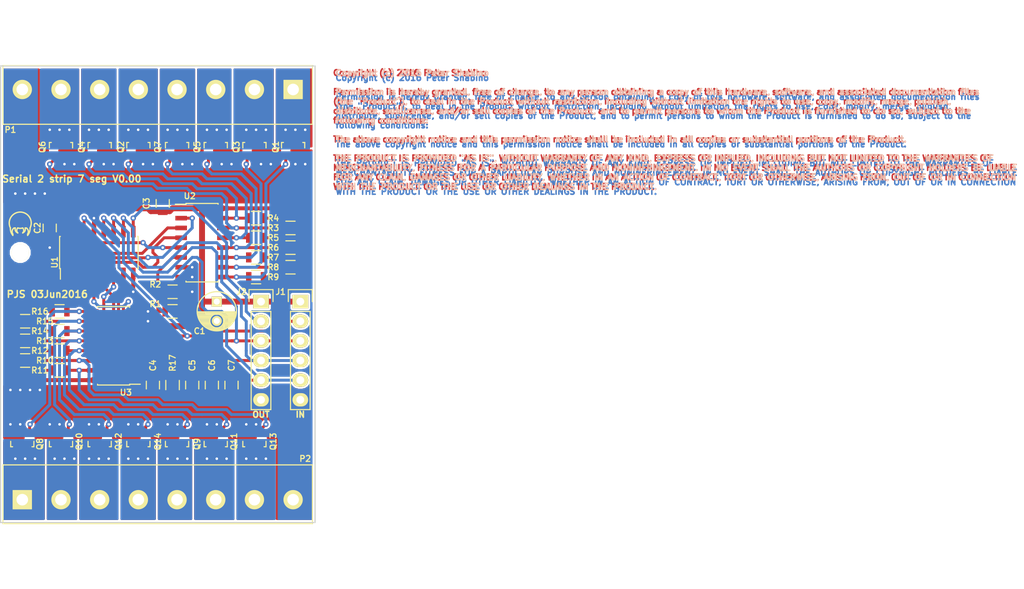
<source format=kicad_pcb>
(kicad_pcb (version 4) (host pcbnew 4.0.2-stable)

  (general
    (links 122)
    (no_connects 0)
    (area 90.338272 80.192199 231.652534 156.752801)
    (thickness 1.6)
    (drawings 16)
    (tracks 673)
    (zones 0)
    (modules 47)
    (nets 45)
  )

  (page A4)
  (layers
    (0 F.Cu signal)
    (31 B.Cu signal hide)
    (32 B.Adhes user hide)
    (33 F.Adhes user hide)
    (34 B.Paste user hide)
    (35 F.Paste user hide)
    (36 B.SilkS user hide)
    (37 F.SilkS user)
    (38 B.Mask user hide)
    (39 F.Mask user)
    (40 Dwgs.User user hide)
    (41 Cmts.User user hide)
    (42 Eco1.User user hide)
    (43 Eco2.User user hide)
    (44 Edge.Cuts user)
    (45 Margin user hide)
    (46 B.CrtYd user hide)
    (47 F.CrtYd user hide)
    (48 B.Fab user hide)
    (49 F.Fab user hide)
  )

  (setup
    (last_trace_width 0.1778)
    (user_trace_width 0.1778)
    (user_trace_width 0.254)
    (user_trace_width 0.3048)
    (user_trace_width 0.381)
    (user_trace_width 0.508)
    (user_trace_width 0.635)
    (user_trace_width 0.762)
    (user_trace_width 1.016)
    (trace_clearance 0.1778)
    (zone_clearance 0.254)
    (zone_45_only no)
    (trace_min 0.1778)
    (segment_width 0.2)
    (edge_width 0.15)
    (via_size 0.6858)
    (via_drill 0.3302)
    (via_min_size 0.6858)
    (via_min_drill 0.3302)
    (user_via 0.6858 0.3302)
    (user_via 0.8636 0.508)
    (user_via 1.1176 0.762)
    (user_via 1.3716 1.016)
    (uvia_size 0.6858)
    (uvia_drill 0.3302)
    (uvias_allowed no)
    (uvia_min_size 0.508)
    (uvia_min_drill 0.127)
    (pcb_text_width 0.3)
    (pcb_text_size 1.5 1.5)
    (mod_edge_width 0.15)
    (mod_text_size 0.762 0.762)
    (mod_text_width 0.1524)
    (pad_size 1.4 1.4)
    (pad_drill 0.6)
    (pad_to_mask_clearance 0.2)
    (aux_axis_origin 99.695 147.955)
    (grid_origin 99.695 147.955)
    (visible_elements 7FFEFBFF)
    (pcbplotparams
      (layerselection 0x010f0_80000001)
      (usegerberextensions true)
      (excludeedgelayer true)
      (linewidth 0.100000)
      (plotframeref false)
      (viasonmask false)
      (mode 1)
      (useauxorigin false)
      (hpglpennumber 1)
      (hpglpenspeed 20)
      (hpglpendiameter 15)
      (hpglpenoverlay 2)
      (psnegative false)
      (psa4output false)
      (plotreference true)
      (plotvalue false)
      (plotinvisibletext false)
      (padsonsilk false)
      (subtractmaskfromsilk true)
      (outputformat 1)
      (mirror false)
      (drillshape 0)
      (scaleselection 1)
      (outputdirectory gerber/))
  )

  (net 0 "")
  (net 1 VCC)
  (net 2 GND)
  (net 3 "Net-(J1-Pad2)")
  (net 4 "Net-(J2-Pad2)")
  (net 5 "Net-(P1-Pad1)")
  (net 6 "Net-(P1-Pad2)")
  (net 7 "Net-(P1-Pad3)")
  (net 8 "Net-(P1-Pad4)")
  (net 9 "Net-(P1-Pad5)")
  (net 10 "Net-(P1-Pad6)")
  (net 11 "Net-(P1-Pad7)")
  (net 12 "Net-(P2-Pad1)")
  (net 13 "Net-(P2-Pad2)")
  (net 14 "Net-(P2-Pad3)")
  (net 15 "Net-(P2-Pad4)")
  (net 16 "Net-(P2-Pad5)")
  (net 17 "Net-(P2-Pad6)")
  (net 18 "Net-(P2-Pad7)")
  (net 19 "Net-(Q1-Pad1)")
  (net 20 "Net-(Q2-Pad1)")
  (net 21 "Net-(Q3-Pad1)")
  (net 22 "Net-(Q4-Pad1)")
  (net 23 "Net-(Q5-Pad1)")
  (net 24 "Net-(Q6-Pad1)")
  (net 25 "Net-(Q7-Pad1)")
  (net 26 "Net-(Q8-Pad1)")
  (net 27 "Net-(Q9-Pad1)")
  (net 28 "Net-(Q10-Pad1)")
  (net 29 "Net-(Q11-Pad1)")
  (net 30 "Net-(Q12-Pad1)")
  (net 31 "Net-(Q13-Pad1)")
  (net 32 "Net-(Q14-Pad1)")
  (net 33 "Net-(R1-Pad2)")
  (net 34 "Net-(U1-Pad1)")
  (net 35 "Net-(U1-Pad2)")
  (net 36 "Net-(U1-Pad3)")
  (net 37 "Net-(U1-Pad4)")
  (net 38 "Net-(U1-Pad5)")
  (net 39 "Net-(U1-Pad6)")
  (net 40 "Net-(U1-Pad7)")
  (net 41 "Net-(U1-Pad15)")
  (net 42 "Net-(C5-Pad1)")
  (net 43 "Net-(C6-Pad1)")
  (net 44 "Net-(C7-Pad1)")

  (net_class Default "This is the default net class."
    (clearance 0.1778)
    (trace_width 0.1778)
    (via_dia 0.6858)
    (via_drill 0.3302)
    (uvia_dia 0.6858)
    (uvia_drill 0.3302)
    (add_net GND)
    (add_net "Net-(C5-Pad1)")
    (add_net "Net-(C6-Pad1)")
    (add_net "Net-(C7-Pad1)")
    (add_net "Net-(J1-Pad2)")
    (add_net "Net-(J2-Pad2)")
    (add_net "Net-(P1-Pad1)")
    (add_net "Net-(P1-Pad2)")
    (add_net "Net-(P1-Pad3)")
    (add_net "Net-(P1-Pad4)")
    (add_net "Net-(P1-Pad5)")
    (add_net "Net-(P1-Pad6)")
    (add_net "Net-(P1-Pad7)")
    (add_net "Net-(P2-Pad1)")
    (add_net "Net-(P2-Pad2)")
    (add_net "Net-(P2-Pad3)")
    (add_net "Net-(P2-Pad4)")
    (add_net "Net-(P2-Pad5)")
    (add_net "Net-(P2-Pad6)")
    (add_net "Net-(P2-Pad7)")
    (add_net "Net-(Q1-Pad1)")
    (add_net "Net-(Q10-Pad1)")
    (add_net "Net-(Q11-Pad1)")
    (add_net "Net-(Q12-Pad1)")
    (add_net "Net-(Q13-Pad1)")
    (add_net "Net-(Q14-Pad1)")
    (add_net "Net-(Q2-Pad1)")
    (add_net "Net-(Q3-Pad1)")
    (add_net "Net-(Q4-Pad1)")
    (add_net "Net-(Q5-Pad1)")
    (add_net "Net-(Q6-Pad1)")
    (add_net "Net-(Q7-Pad1)")
    (add_net "Net-(Q8-Pad1)")
    (add_net "Net-(Q9-Pad1)")
    (add_net "Net-(R1-Pad2)")
    (add_net "Net-(U1-Pad1)")
    (add_net "Net-(U1-Pad15)")
    (add_net "Net-(U1-Pad2)")
    (add_net "Net-(U1-Pad3)")
    (add_net "Net-(U1-Pad4)")
    (add_net "Net-(U1-Pad5)")
    (add_net "Net-(U1-Pad6)")
    (add_net "Net-(U1-Pad7)")
    (add_net VCC)
  )

  (module Capacitors_ThroughHole:C_Radial_D5_L11_P2.5 (layer F.Cu) (tedit 57522AF3) (tstamp 573FF1FB)
    (at 127.635 119.38 270)
    (descr "Radial Electrolytic Capacitor Diameter 5mm x Length 11mm, Pitch 2.5mm")
    (tags "Electrolytic Capacitor")
    (path /57407D4C)
    (fp_text reference C1 (at 3.81 2.2225 360) (layer F.SilkS)
      (effects (font (size 0.762 0.762) (thickness 0.1524)))
    )
    (fp_text value 100uF (at 1.25 3.8 270) (layer F.Fab)
      (effects (font (size 1 1) (thickness 0.15)))
    )
    (fp_line (start 1.325 -2.499) (end 1.325 2.499) (layer F.SilkS) (width 0.15))
    (fp_line (start 1.465 -2.491) (end 1.465 2.491) (layer F.SilkS) (width 0.15))
    (fp_line (start 1.605 -2.475) (end 1.605 -0.095) (layer F.SilkS) (width 0.15))
    (fp_line (start 1.605 0.095) (end 1.605 2.475) (layer F.SilkS) (width 0.15))
    (fp_line (start 1.745 -2.451) (end 1.745 -0.49) (layer F.SilkS) (width 0.15))
    (fp_line (start 1.745 0.49) (end 1.745 2.451) (layer F.SilkS) (width 0.15))
    (fp_line (start 1.885 -2.418) (end 1.885 -0.657) (layer F.SilkS) (width 0.15))
    (fp_line (start 1.885 0.657) (end 1.885 2.418) (layer F.SilkS) (width 0.15))
    (fp_line (start 2.025 -2.377) (end 2.025 -0.764) (layer F.SilkS) (width 0.15))
    (fp_line (start 2.025 0.764) (end 2.025 2.377) (layer F.SilkS) (width 0.15))
    (fp_line (start 2.165 -2.327) (end 2.165 -0.835) (layer F.SilkS) (width 0.15))
    (fp_line (start 2.165 0.835) (end 2.165 2.327) (layer F.SilkS) (width 0.15))
    (fp_line (start 2.305 -2.266) (end 2.305 -0.879) (layer F.SilkS) (width 0.15))
    (fp_line (start 2.305 0.879) (end 2.305 2.266) (layer F.SilkS) (width 0.15))
    (fp_line (start 2.445 -2.196) (end 2.445 -0.898) (layer F.SilkS) (width 0.15))
    (fp_line (start 2.445 0.898) (end 2.445 2.196) (layer F.SilkS) (width 0.15))
    (fp_line (start 2.585 -2.114) (end 2.585 -0.896) (layer F.SilkS) (width 0.15))
    (fp_line (start 2.585 0.896) (end 2.585 2.114) (layer F.SilkS) (width 0.15))
    (fp_line (start 2.725 -2.019) (end 2.725 -0.871) (layer F.SilkS) (width 0.15))
    (fp_line (start 2.725 0.871) (end 2.725 2.019) (layer F.SilkS) (width 0.15))
    (fp_line (start 2.865 -1.908) (end 2.865 -0.823) (layer F.SilkS) (width 0.15))
    (fp_line (start 2.865 0.823) (end 2.865 1.908) (layer F.SilkS) (width 0.15))
    (fp_line (start 3.005 -1.78) (end 3.005 -0.745) (layer F.SilkS) (width 0.15))
    (fp_line (start 3.005 0.745) (end 3.005 1.78) (layer F.SilkS) (width 0.15))
    (fp_line (start 3.145 -1.631) (end 3.145 -0.628) (layer F.SilkS) (width 0.15))
    (fp_line (start 3.145 0.628) (end 3.145 1.631) (layer F.SilkS) (width 0.15))
    (fp_line (start 3.285 -1.452) (end 3.285 -0.44) (layer F.SilkS) (width 0.15))
    (fp_line (start 3.285 0.44) (end 3.285 1.452) (layer F.SilkS) (width 0.15))
    (fp_line (start 3.425 -1.233) (end 3.425 1.233) (layer F.SilkS) (width 0.15))
    (fp_line (start 3.565 -0.944) (end 3.565 0.944) (layer F.SilkS) (width 0.15))
    (fp_line (start 3.705 -0.472) (end 3.705 0.472) (layer F.SilkS) (width 0.15))
    (fp_circle (center 2.5 0) (end 2.5 -0.9) (layer F.SilkS) (width 0.15))
    (fp_circle (center 1.25 0) (end 1.25 -2.5375) (layer F.SilkS) (width 0.15))
    (fp_circle (center 1.25 0) (end 1.25 -2.8) (layer F.CrtYd) (width 0.05))
    (pad 1 thru_hole rect (at 0 0 270) (size 1.3 1.3) (drill 0.8) (layers *.Cu *.Mask F.SilkS)
      (net 1 VCC))
    (pad 2 thru_hole circle (at 2.5 0 270) (size 1.3 1.3) (drill 0.8) (layers *.Cu *.Mask F.SilkS)
      (net 2 GND))
    (model Capacitors_ThroughHole.3dshapes/C_Radial_D5_L11_P2.5.wrl
      (at (xyz 0.049213 0 0))
      (scale (xyz 1 1 1))
      (rotate (xyz 0 0 90))
    )
  )

  (module Capacitors_SMD:C_0805 (layer F.Cu) (tedit 57522B0D) (tstamp 573FF201)
    (at 106.045 109.855 270)
    (descr "Capacitor SMD 0805, reflow soldering, AVX (see smccp.pdf)")
    (tags "capacitor 0805")
    (path /57407EDC)
    (attr smd)
    (fp_text reference C2 (at 0 1.5875 270) (layer F.SilkS)
      (effects (font (size 0.762 0.762) (thickness 0.1524)))
    )
    (fp_text value 0.1uF (at 0 2.1 270) (layer F.Fab)
      (effects (font (size 1 1) (thickness 0.15)))
    )
    (fp_line (start -1.8 -1) (end 1.8 -1) (layer F.CrtYd) (width 0.05))
    (fp_line (start -1.8 1) (end 1.8 1) (layer F.CrtYd) (width 0.05))
    (fp_line (start -1.8 -1) (end -1.8 1) (layer F.CrtYd) (width 0.05))
    (fp_line (start 1.8 -1) (end 1.8 1) (layer F.CrtYd) (width 0.05))
    (fp_line (start 0.5 -0.85) (end -0.5 -0.85) (layer F.SilkS) (width 0.15))
    (fp_line (start -0.5 0.85) (end 0.5 0.85) (layer F.SilkS) (width 0.15))
    (pad 1 smd rect (at -1 0 270) (size 1 1.25) (layers F.Cu F.Paste F.Mask)
      (net 1 VCC))
    (pad 2 smd rect (at 1 0 270) (size 1 1.25) (layers F.Cu F.Paste F.Mask)
      (net 2 GND))
    (model Capacitors_SMD.3dshapes/C_0805.wrl
      (at (xyz 0 0 0))
      (scale (xyz 1 1 1))
      (rotate (xyz 0 0 0))
    )
  )

  (module Capacitors_SMD:C_0805 (layer F.Cu) (tedit 5415D6EA) (tstamp 573FF207)
    (at 120.65 106.68 90)
    (descr "Capacitor SMD 0805, reflow soldering, AVX (see smccp.pdf)")
    (tags "capacitor 0805")
    (path /574080F3)
    (attr smd)
    (fp_text reference C3 (at 0 -2.1 90) (layer F.SilkS)
      (effects (font (size 0.762 0.762) (thickness 0.1524)))
    )
    (fp_text value 0.1uF (at 0 2.1 90) (layer F.Fab)
      (effects (font (size 1 1) (thickness 0.15)))
    )
    (fp_line (start -1.8 -1) (end 1.8 -1) (layer F.CrtYd) (width 0.05))
    (fp_line (start -1.8 1) (end 1.8 1) (layer F.CrtYd) (width 0.05))
    (fp_line (start -1.8 -1) (end -1.8 1) (layer F.CrtYd) (width 0.05))
    (fp_line (start 1.8 -1) (end 1.8 1) (layer F.CrtYd) (width 0.05))
    (fp_line (start 0.5 -0.85) (end -0.5 -0.85) (layer F.SilkS) (width 0.15))
    (fp_line (start -0.5 0.85) (end 0.5 0.85) (layer F.SilkS) (width 0.15))
    (pad 1 smd rect (at -1 0 90) (size 1 1.25) (layers F.Cu F.Paste F.Mask)
      (net 1 VCC))
    (pad 2 smd rect (at 1 0 90) (size 1 1.25) (layers F.Cu F.Paste F.Mask)
      (net 2 GND))
    (model Capacitors_SMD.3dshapes/C_0805.wrl
      (at (xyz 0 0 0))
      (scale (xyz 1 1 1))
      (rotate (xyz 0 0 0))
    )
  )

  (module Capacitors_SMD:C_0805 (layer F.Cu) (tedit 57522B6D) (tstamp 573FF20D)
    (at 119.38 130.175 270)
    (descr "Capacitor SMD 0805, reflow soldering, AVX (see smccp.pdf)")
    (tags "capacitor 0805")
    (path /5740818B)
    (attr smd)
    (fp_text reference C4 (at -2.54 0 270) (layer F.SilkS)
      (effects (font (size 0.762 0.762) (thickness 0.1524)))
    )
    (fp_text value 0.1uF (at 0 2.1 270) (layer F.Fab)
      (effects (font (size 1 1) (thickness 0.15)))
    )
    (fp_line (start -1.8 -1) (end 1.8 -1) (layer F.CrtYd) (width 0.05))
    (fp_line (start -1.8 1) (end 1.8 1) (layer F.CrtYd) (width 0.05))
    (fp_line (start -1.8 -1) (end -1.8 1) (layer F.CrtYd) (width 0.05))
    (fp_line (start 1.8 -1) (end 1.8 1) (layer F.CrtYd) (width 0.05))
    (fp_line (start 0.5 -0.85) (end -0.5 -0.85) (layer F.SilkS) (width 0.15))
    (fp_line (start -0.5 0.85) (end 0.5 0.85) (layer F.SilkS) (width 0.15))
    (pad 1 smd rect (at -1 0 270) (size 1 1.25) (layers F.Cu F.Paste F.Mask)
      (net 1 VCC))
    (pad 2 smd rect (at 1 0 270) (size 1 1.25) (layers F.Cu F.Paste F.Mask)
      (net 2 GND))
    (model Capacitors_SMD.3dshapes/C_0805.wrl
      (at (xyz 0 0 0))
      (scale (xyz 1 1 1))
      (rotate (xyz 0 0 0))
    )
  )

  (module Pin_Headers:Pin_Header_Straight_1x06 (layer F.Cu) (tedit 57522A76) (tstamp 573FF217)
    (at 138.43 119.38)
    (descr "Through hole pin header")
    (tags "pin header")
    (path /573133AC)
    (fp_text reference J1 (at -2.54 -1.27) (layer F.SilkS)
      (effects (font (size 0.762 0.762) (thickness 0.1524)))
    )
    (fp_text value pin_header (at 0 -3.1) (layer F.Fab)
      (effects (font (size 1 1) (thickness 0.15)))
    )
    (fp_line (start -1.75 -1.75) (end -1.75 14.45) (layer F.CrtYd) (width 0.05))
    (fp_line (start 1.75 -1.75) (end 1.75 14.45) (layer F.CrtYd) (width 0.05))
    (fp_line (start -1.75 -1.75) (end 1.75 -1.75) (layer F.CrtYd) (width 0.05))
    (fp_line (start -1.75 14.45) (end 1.75 14.45) (layer F.CrtYd) (width 0.05))
    (fp_line (start 1.27 1.27) (end 1.27 13.97) (layer F.SilkS) (width 0.15))
    (fp_line (start 1.27 13.97) (end -1.27 13.97) (layer F.SilkS) (width 0.15))
    (fp_line (start -1.27 13.97) (end -1.27 1.27) (layer F.SilkS) (width 0.15))
    (fp_line (start 1.55 -1.55) (end 1.55 0) (layer F.SilkS) (width 0.15))
    (fp_line (start 1.27 1.27) (end -1.27 1.27) (layer F.SilkS) (width 0.15))
    (fp_line (start -1.55 0) (end -1.55 -1.55) (layer F.SilkS) (width 0.15))
    (fp_line (start -1.55 -1.55) (end 1.55 -1.55) (layer F.SilkS) (width 0.15))
    (pad 1 thru_hole rect (at 0 0) (size 2.032 1.7272) (drill 1.016) (layers *.Cu *.Mask F.SilkS)
      (net 1 VCC))
    (pad 2 thru_hole oval (at 0 2.54) (size 2.032 1.7272) (drill 1.016) (layers *.Cu *.Mask F.SilkS)
      (net 3 "Net-(J1-Pad2)"))
    (pad 3 thru_hole oval (at 0 5.08) (size 2.032 1.7272) (drill 1.016) (layers *.Cu *.Mask F.SilkS)
      (net 42 "Net-(C5-Pad1)"))
    (pad 4 thru_hole oval (at 0 7.62) (size 2.032 1.7272) (drill 1.016) (layers *.Cu *.Mask F.SilkS)
      (net 43 "Net-(C6-Pad1)"))
    (pad 5 thru_hole oval (at 0 10.16) (size 2.032 1.7272) (drill 1.016) (layers *.Cu *.Mask F.SilkS)
      (net 44 "Net-(C7-Pad1)"))
    (pad 6 thru_hole oval (at 0 12.7) (size 2.032 1.7272) (drill 1.016) (layers *.Cu *.Mask F.SilkS)
      (net 2 GND))
    (model Pin_Headers.3dshapes/Pin_Header_Straight_1x06.wrl
      (at (xyz 0 -0.25 0))
      (scale (xyz 1 1 1))
      (rotate (xyz 0 0 90))
    )
  )

  (module Pin_Headers:Pin_Header_Straight_1x06 (layer F.Cu) (tedit 57522A73) (tstamp 573FF221)
    (at 133.35 119.38)
    (descr "Through hole pin header")
    (tags "pin header")
    (path /573134AA)
    (fp_text reference J2 (at -2.54 -1.27) (layer F.SilkS)
      (effects (font (size 0.762 0.762) (thickness 0.1524)))
    )
    (fp_text value pin_header (at 0 -3.1) (layer F.Fab)
      (effects (font (size 1 1) (thickness 0.15)))
    )
    (fp_line (start -1.75 -1.75) (end -1.75 14.45) (layer F.CrtYd) (width 0.05))
    (fp_line (start 1.75 -1.75) (end 1.75 14.45) (layer F.CrtYd) (width 0.05))
    (fp_line (start -1.75 -1.75) (end 1.75 -1.75) (layer F.CrtYd) (width 0.05))
    (fp_line (start -1.75 14.45) (end 1.75 14.45) (layer F.CrtYd) (width 0.05))
    (fp_line (start 1.27 1.27) (end 1.27 13.97) (layer F.SilkS) (width 0.15))
    (fp_line (start 1.27 13.97) (end -1.27 13.97) (layer F.SilkS) (width 0.15))
    (fp_line (start -1.27 13.97) (end -1.27 1.27) (layer F.SilkS) (width 0.15))
    (fp_line (start 1.55 -1.55) (end 1.55 0) (layer F.SilkS) (width 0.15))
    (fp_line (start 1.27 1.27) (end -1.27 1.27) (layer F.SilkS) (width 0.15))
    (fp_line (start -1.55 0) (end -1.55 -1.55) (layer F.SilkS) (width 0.15))
    (fp_line (start -1.55 -1.55) (end 1.55 -1.55) (layer F.SilkS) (width 0.15))
    (pad 1 thru_hole rect (at 0 0) (size 2.032 1.7272) (drill 1.016) (layers *.Cu *.Mask F.SilkS)
      (net 1 VCC))
    (pad 2 thru_hole oval (at 0 2.54) (size 2.032 1.7272) (drill 1.016) (layers *.Cu *.Mask F.SilkS)
      (net 4 "Net-(J2-Pad2)"))
    (pad 3 thru_hole oval (at 0 5.08) (size 2.032 1.7272) (drill 1.016) (layers *.Cu *.Mask F.SilkS)
      (net 42 "Net-(C5-Pad1)"))
    (pad 4 thru_hole oval (at 0 7.62) (size 2.032 1.7272) (drill 1.016) (layers *.Cu *.Mask F.SilkS)
      (net 43 "Net-(C6-Pad1)"))
    (pad 5 thru_hole oval (at 0 10.16) (size 2.032 1.7272) (drill 1.016) (layers *.Cu *.Mask F.SilkS)
      (net 44 "Net-(C7-Pad1)"))
    (pad 6 thru_hole oval (at 0 12.7) (size 2.032 1.7272) (drill 1.016) (layers *.Cu *.Mask F.SilkS)
      (net 2 GND))
    (model Pin_Headers.3dshapes/Pin_Header_Straight_1x06.wrl
      (at (xyz 0 -0.25 0))
      (scale (xyz 1 1 1))
      (rotate (xyz 0 0 90))
    )
  )

  (module Degson:DG301-5.008P-12 (layer F.Cu) (tedit 57522A3A) (tstamp 573FF239)
    (at 137.5 91.945 180)
    (path /57402FB5)
    (fp_text reference P1 (at 36.535 -5.21 180) (layer F.SilkS)
      (effects (font (size 0.762 0.762) (thickness 0.1524)))
    )
    (fp_text value "Screw terminals" (at 5 -3.5 180) (layer F.Fab)
      (effects (font (size 1 1) (thickness 0.15)))
    )
    (fp_line (start 20 7) (end 18.5 7) (layer Cmts.User) (width 0.15))
    (fp_line (start 18.5 7) (end 18.5 11.5) (layer Cmts.User) (width 0.15))
    (fp_line (start 18.5 11.5) (end 17.5 11.5) (layer Cmts.User) (width 0.15))
    (fp_line (start 17.5 4.5) (end 20 7) (layer Cmts.User) (width 0.15))
    (fp_line (start 17.5 4.5) (end 15 7) (layer Cmts.User) (width 0.15))
    (fp_line (start 15 7) (end 16.5 7) (layer Cmts.User) (width 0.15))
    (fp_line (start 16.5 7) (end 16.5 11.5) (layer Cmts.User) (width 0.15))
    (fp_line (start 16.5 11.5) (end 17.5 11.5) (layer Cmts.User) (width 0.15))
    (fp_line (start -2.5 3.1) (end -2.5 -4.5) (layer F.SilkS) (width 0.15))
    (fp_line (start -2.5 -4.5) (end 37.5 -4.5) (layer F.SilkS) (width 0.15))
    (fp_line (start 37.5 -4.5) (end 37.5 3.1) (layer F.SilkS) (width 0.15))
    (fp_line (start 37.5 3.1) (end -2.5 3.1) (layer F.SilkS) (width 0.15))
    (pad 1 thru_hole rect (at 0 0 180) (size 2.5 2.5) (drill 1.5) (layers *.Cu *.Mask F.SilkS)
      (net 5 "Net-(P1-Pad1)"))
    (pad 2 thru_hole circle (at 5 0 180) (size 2.5 2.5) (drill 1.5) (layers *.Cu *.Mask F.SilkS)
      (net 6 "Net-(P1-Pad2)"))
    (pad 3 thru_hole circle (at 10 0 180) (size 2.5 2.5) (drill 1.5) (layers *.Cu *.Mask F.SilkS)
      (net 7 "Net-(P1-Pad3)"))
    (pad 4 thru_hole circle (at 15 0 180) (size 2.5 2.5) (drill 1.5) (layers *.Cu *.Mask F.SilkS)
      (net 8 "Net-(P1-Pad4)"))
    (pad 5 thru_hole circle (at 20 0 180) (size 2.5 2.5) (drill 1.5) (layers *.Cu *.Mask F.SilkS)
      (net 9 "Net-(P1-Pad5)"))
    (pad 6 thru_hole circle (at 25 0 180) (size 2.5 2.5) (drill 1.5) (layers *.Cu *.Mask F.SilkS)
      (net 10 "Net-(P1-Pad6)"))
    (pad 7 thru_hole circle (at 30 0 180) (size 2.5 2.5) (drill 1.5) (layers *.Cu *.Mask F.SilkS)
      (net 11 "Net-(P1-Pad7)"))
    (pad 8 thru_hole circle (at 35 0 180) (size 2.5 2.5) (drill 1.5) (layers *.Cu *.Mask F.SilkS)
      (net 2 GND))
  )

  (module Degson:DG301-5.008P-12 (layer F.Cu) (tedit 57522B9C) (tstamp 573FF251)
    (at 102.5 145)
    (path /57404EB0)
    (fp_text reference P2 (at 36.565 -5.3) (layer F.SilkS)
      (effects (font (size 0.762 0.762) (thickness 0.1524)))
    )
    (fp_text value "Screw terminals" (at 5 -3.5) (layer F.Fab)
      (effects (font (size 1 1) (thickness 0.15)))
    )
    (fp_line (start 20 7) (end 18.5 7) (layer Cmts.User) (width 0.15))
    (fp_line (start 18.5 7) (end 18.5 11.5) (layer Cmts.User) (width 0.15))
    (fp_line (start 18.5 11.5) (end 17.5 11.5) (layer Cmts.User) (width 0.15))
    (fp_line (start 17.5 4.5) (end 20 7) (layer Cmts.User) (width 0.15))
    (fp_line (start 17.5 4.5) (end 15 7) (layer Cmts.User) (width 0.15))
    (fp_line (start 15 7) (end 16.5 7) (layer Cmts.User) (width 0.15))
    (fp_line (start 16.5 7) (end 16.5 11.5) (layer Cmts.User) (width 0.15))
    (fp_line (start 16.5 11.5) (end 17.5 11.5) (layer Cmts.User) (width 0.15))
    (fp_line (start -2.5 3.1) (end -2.5 -4.5) (layer F.SilkS) (width 0.15))
    (fp_line (start -2.5 -4.5) (end 37.5 -4.5) (layer F.SilkS) (width 0.15))
    (fp_line (start 37.5 -4.5) (end 37.5 3.1) (layer F.SilkS) (width 0.15))
    (fp_line (start 37.5 3.1) (end -2.5 3.1) (layer F.SilkS) (width 0.15))
    (pad 1 thru_hole rect (at 0 0) (size 2.5 2.5) (drill 1.5) (layers *.Cu *.Mask F.SilkS)
      (net 12 "Net-(P2-Pad1)"))
    (pad 2 thru_hole circle (at 5 0) (size 2.5 2.5) (drill 1.5) (layers *.Cu *.Mask F.SilkS)
      (net 13 "Net-(P2-Pad2)"))
    (pad 3 thru_hole circle (at 10 0) (size 2.5 2.5) (drill 1.5) (layers *.Cu *.Mask F.SilkS)
      (net 14 "Net-(P2-Pad3)"))
    (pad 4 thru_hole circle (at 15 0) (size 2.5 2.5) (drill 1.5) (layers *.Cu *.Mask F.SilkS)
      (net 15 "Net-(P2-Pad4)"))
    (pad 5 thru_hole circle (at 20 0) (size 2.5 2.5) (drill 1.5) (layers *.Cu *.Mask F.SilkS)
      (net 16 "Net-(P2-Pad5)"))
    (pad 6 thru_hole circle (at 25 0) (size 2.5 2.5) (drill 1.5) (layers *.Cu *.Mask F.SilkS)
      (net 17 "Net-(P2-Pad6)"))
    (pad 7 thru_hole circle (at 30 0) (size 2.5 2.5) (drill 1.5) (layers *.Cu *.Mask F.SilkS)
      (net 18 "Net-(P2-Pad7)"))
    (pad 8 thru_hole circle (at 35 0) (size 2.5 2.5) (drill 1.5) (layers *.Cu *.Mask F.SilkS)
      (net 2 GND))
  )

  (module TO_SOT_Packages_SMD:SOT-23 (layer F.Cu) (tedit 57522BE9) (tstamp 573FF258)
    (at 137.5 99.445)
    (descr "SOT-23, Standard")
    (tags SOT-23)
    (path /573FE6DD)
    (attr smd)
    (fp_text reference Q1 (at -2.245 -0.0675 90) (layer F.SilkS)
      (effects (font (size 0.762 0.762) (thickness 0.1524)))
    )
    (fp_text value BSS806N (at 0 2.3) (layer F.Fab)
      (effects (font (size 1 1) (thickness 0.15)))
    )
    (fp_line (start -1.65 -1.6) (end 1.65 -1.6) (layer F.CrtYd) (width 0.05))
    (fp_line (start 1.65 -1.6) (end 1.65 1.6) (layer F.CrtYd) (width 0.05))
    (fp_line (start 1.65 1.6) (end -1.65 1.6) (layer F.CrtYd) (width 0.05))
    (fp_line (start -1.65 1.6) (end -1.65 -1.6) (layer F.CrtYd) (width 0.05))
    (fp_line (start 1.29916 -0.65024) (end 1.2509 -0.65024) (layer F.SilkS) (width 0.15))
    (fp_line (start -1.49982 0.0508) (end -1.49982 -0.65024) (layer F.SilkS) (width 0.15))
    (fp_line (start -1.49982 -0.65024) (end -1.2509 -0.65024) (layer F.SilkS) (width 0.15))
    (fp_line (start 1.29916 -0.65024) (end 1.49982 -0.65024) (layer F.SilkS) (width 0.15))
    (fp_line (start 1.49982 -0.65024) (end 1.49982 0.0508) (layer F.SilkS) (width 0.15))
    (pad 1 smd rect (at -0.95 1.00076) (size 0.8001 0.8001) (layers F.Cu F.Paste F.Mask)
      (net 19 "Net-(Q1-Pad1)"))
    (pad 2 smd rect (at 0.95 1.00076) (size 0.8001 0.8001) (layers F.Cu F.Paste F.Mask)
      (net 2 GND))
    (pad 3 smd rect (at 0 -0.99822) (size 0.8001 0.8001) (layers F.Cu F.Paste F.Mask)
      (net 5 "Net-(P1-Pad1)"))
    (model TO_SOT_Packages_SMD.3dshapes/SOT-23.wrl
      (at (xyz 0 0 0))
      (scale (xyz 1 1 1))
      (rotate (xyz 0 0 0))
    )
  )

  (module TO_SOT_Packages_SMD:SOT-23 (layer F.Cu) (tedit 57522BFF) (tstamp 573FF25F)
    (at 117.5 99.445)
    (descr "SOT-23, Standard")
    (tags SOT-23)
    (path /573FFDEE)
    (attr smd)
    (fp_text reference Q2 (at -2.2475 -0.0675 90) (layer F.SilkS)
      (effects (font (size 0.762 0.762) (thickness 0.1524)))
    )
    (fp_text value BSS806N (at 0 2.3) (layer F.Fab)
      (effects (font (size 1 1) (thickness 0.15)))
    )
    (fp_line (start -1.65 -1.6) (end 1.65 -1.6) (layer F.CrtYd) (width 0.05))
    (fp_line (start 1.65 -1.6) (end 1.65 1.6) (layer F.CrtYd) (width 0.05))
    (fp_line (start 1.65 1.6) (end -1.65 1.6) (layer F.CrtYd) (width 0.05))
    (fp_line (start -1.65 1.6) (end -1.65 -1.6) (layer F.CrtYd) (width 0.05))
    (fp_line (start 1.29916 -0.65024) (end 1.2509 -0.65024) (layer F.SilkS) (width 0.15))
    (fp_line (start -1.49982 0.0508) (end -1.49982 -0.65024) (layer F.SilkS) (width 0.15))
    (fp_line (start -1.49982 -0.65024) (end -1.2509 -0.65024) (layer F.SilkS) (width 0.15))
    (fp_line (start 1.29916 -0.65024) (end 1.49982 -0.65024) (layer F.SilkS) (width 0.15))
    (fp_line (start 1.49982 -0.65024) (end 1.49982 0.0508) (layer F.SilkS) (width 0.15))
    (pad 1 smd rect (at -0.95 1.00076) (size 0.8001 0.8001) (layers F.Cu F.Paste F.Mask)
      (net 20 "Net-(Q2-Pad1)"))
    (pad 2 smd rect (at 0.95 1.00076) (size 0.8001 0.8001) (layers F.Cu F.Paste F.Mask)
      (net 2 GND))
    (pad 3 smd rect (at 0 -0.99822) (size 0.8001 0.8001) (layers F.Cu F.Paste F.Mask)
      (net 9 "Net-(P1-Pad5)"))
    (model TO_SOT_Packages_SMD.3dshapes/SOT-23.wrl
      (at (xyz 0 0 0))
      (scale (xyz 1 1 1))
      (rotate (xyz 0 0 0))
    )
  )

  (module TO_SOT_Packages_SMD:SOT-23 (layer F.Cu) (tedit 57522BED) (tstamp 573FF266)
    (at 132.5 99.445)
    (descr "SOT-23, Standard")
    (tags SOT-23)
    (path /573FF2D7)
    (attr smd)
    (fp_text reference Q3 (at -2.325 -0.0675 90) (layer F.SilkS)
      (effects (font (size 0.762 0.762) (thickness 0.1524)))
    )
    (fp_text value BSS806N (at 0 2.3) (layer F.Fab)
      (effects (font (size 1 1) (thickness 0.15)))
    )
    (fp_line (start -1.65 -1.6) (end 1.65 -1.6) (layer F.CrtYd) (width 0.05))
    (fp_line (start 1.65 -1.6) (end 1.65 1.6) (layer F.CrtYd) (width 0.05))
    (fp_line (start 1.65 1.6) (end -1.65 1.6) (layer F.CrtYd) (width 0.05))
    (fp_line (start -1.65 1.6) (end -1.65 -1.6) (layer F.CrtYd) (width 0.05))
    (fp_line (start 1.29916 -0.65024) (end 1.2509 -0.65024) (layer F.SilkS) (width 0.15))
    (fp_line (start -1.49982 0.0508) (end -1.49982 -0.65024) (layer F.SilkS) (width 0.15))
    (fp_line (start -1.49982 -0.65024) (end -1.2509 -0.65024) (layer F.SilkS) (width 0.15))
    (fp_line (start 1.29916 -0.65024) (end 1.49982 -0.65024) (layer F.SilkS) (width 0.15))
    (fp_line (start 1.49982 -0.65024) (end 1.49982 0.0508) (layer F.SilkS) (width 0.15))
    (pad 1 smd rect (at -0.95 1.00076) (size 0.8001 0.8001) (layers F.Cu F.Paste F.Mask)
      (net 21 "Net-(Q3-Pad1)"))
    (pad 2 smd rect (at 0.95 1.00076) (size 0.8001 0.8001) (layers F.Cu F.Paste F.Mask)
      (net 2 GND))
    (pad 3 smd rect (at 0 -0.99822) (size 0.8001 0.8001) (layers F.Cu F.Paste F.Mask)
      (net 6 "Net-(P1-Pad2)"))
    (model TO_SOT_Packages_SMD.3dshapes/SOT-23.wrl
      (at (xyz 0 0 0))
      (scale (xyz 1 1 1))
      (rotate (xyz 0 0 0))
    )
  )

  (module TO_SOT_Packages_SMD:SOT-23 (layer F.Cu) (tedit 57522C02) (tstamp 573FF26D)
    (at 112.5 99.445)
    (descr "SOT-23, Standard")
    (tags SOT-23)
    (path /573FFDF4)
    (attr smd)
    (fp_text reference Q4 (at -2.3275 -0.0675 90) (layer F.SilkS)
      (effects (font (size 0.762 0.762) (thickness 0.1524)))
    )
    (fp_text value BSS806N (at 0 2.3) (layer F.Fab)
      (effects (font (size 1 1) (thickness 0.15)))
    )
    (fp_line (start -1.65 -1.6) (end 1.65 -1.6) (layer F.CrtYd) (width 0.05))
    (fp_line (start 1.65 -1.6) (end 1.65 1.6) (layer F.CrtYd) (width 0.05))
    (fp_line (start 1.65 1.6) (end -1.65 1.6) (layer F.CrtYd) (width 0.05))
    (fp_line (start -1.65 1.6) (end -1.65 -1.6) (layer F.CrtYd) (width 0.05))
    (fp_line (start 1.29916 -0.65024) (end 1.2509 -0.65024) (layer F.SilkS) (width 0.15))
    (fp_line (start -1.49982 0.0508) (end -1.49982 -0.65024) (layer F.SilkS) (width 0.15))
    (fp_line (start -1.49982 -0.65024) (end -1.2509 -0.65024) (layer F.SilkS) (width 0.15))
    (fp_line (start 1.29916 -0.65024) (end 1.49982 -0.65024) (layer F.SilkS) (width 0.15))
    (fp_line (start 1.49982 -0.65024) (end 1.49982 0.0508) (layer F.SilkS) (width 0.15))
    (pad 1 smd rect (at -0.95 1.00076) (size 0.8001 0.8001) (layers F.Cu F.Paste F.Mask)
      (net 22 "Net-(Q4-Pad1)"))
    (pad 2 smd rect (at 0.95 1.00076) (size 0.8001 0.8001) (layers F.Cu F.Paste F.Mask)
      (net 2 GND))
    (pad 3 smd rect (at 0 -0.99822) (size 0.8001 0.8001) (layers F.Cu F.Paste F.Mask)
      (net 10 "Net-(P1-Pad6)"))
    (model TO_SOT_Packages_SMD.3dshapes/SOT-23.wrl
      (at (xyz 0 0 0))
      (scale (xyz 1 1 1))
      (rotate (xyz 0 0 0))
    )
  )

  (module TO_SOT_Packages_SMD:SOT-23 (layer F.Cu) (tedit 57522BF0) (tstamp 573FF274)
    (at 127.5 99.445)
    (descr "SOT-23, Standard")
    (tags SOT-23)
    (path /573FF571)
    (attr smd)
    (fp_text reference Q5 (at -2.405 -0.0675 90) (layer F.SilkS)
      (effects (font (size 0.762 0.762) (thickness 0.1524)))
    )
    (fp_text value BSS806N (at 0 2.3) (layer F.Fab)
      (effects (font (size 1 1) (thickness 0.15)))
    )
    (fp_line (start -1.65 -1.6) (end 1.65 -1.6) (layer F.CrtYd) (width 0.05))
    (fp_line (start 1.65 -1.6) (end 1.65 1.6) (layer F.CrtYd) (width 0.05))
    (fp_line (start 1.65 1.6) (end -1.65 1.6) (layer F.CrtYd) (width 0.05))
    (fp_line (start -1.65 1.6) (end -1.65 -1.6) (layer F.CrtYd) (width 0.05))
    (fp_line (start 1.29916 -0.65024) (end 1.2509 -0.65024) (layer F.SilkS) (width 0.15))
    (fp_line (start -1.49982 0.0508) (end -1.49982 -0.65024) (layer F.SilkS) (width 0.15))
    (fp_line (start -1.49982 -0.65024) (end -1.2509 -0.65024) (layer F.SilkS) (width 0.15))
    (fp_line (start 1.29916 -0.65024) (end 1.49982 -0.65024) (layer F.SilkS) (width 0.15))
    (fp_line (start 1.49982 -0.65024) (end 1.49982 0.0508) (layer F.SilkS) (width 0.15))
    (pad 1 smd rect (at -0.95 1.00076) (size 0.8001 0.8001) (layers F.Cu F.Paste F.Mask)
      (net 23 "Net-(Q5-Pad1)"))
    (pad 2 smd rect (at 0.95 1.00076) (size 0.8001 0.8001) (layers F.Cu F.Paste F.Mask)
      (net 2 GND))
    (pad 3 smd rect (at 0 -0.99822) (size 0.8001 0.8001) (layers F.Cu F.Paste F.Mask)
      (net 7 "Net-(P1-Pad3)"))
    (model TO_SOT_Packages_SMD.3dshapes/SOT-23.wrl
      (at (xyz 0 0 0))
      (scale (xyz 1 1 1))
      (rotate (xyz 0 0 0))
    )
  )

  (module TO_SOT_Packages_SMD:SOT-23 (layer F.Cu) (tedit 57522C08) (tstamp 573FF27B)
    (at 107.5 99.445)
    (descr "SOT-23, Standard")
    (tags SOT-23)
    (path /573FFDFA)
    (attr smd)
    (fp_text reference Q6 (at -2.4075 -0.0675 90) (layer F.SilkS)
      (effects (font (size 0.762 0.762) (thickness 0.1524)))
    )
    (fp_text value BSS806N (at 0 2.3) (layer F.Fab)
      (effects (font (size 1 1) (thickness 0.15)))
    )
    (fp_line (start -1.65 -1.6) (end 1.65 -1.6) (layer F.CrtYd) (width 0.05))
    (fp_line (start 1.65 -1.6) (end 1.65 1.6) (layer F.CrtYd) (width 0.05))
    (fp_line (start 1.65 1.6) (end -1.65 1.6) (layer F.CrtYd) (width 0.05))
    (fp_line (start -1.65 1.6) (end -1.65 -1.6) (layer F.CrtYd) (width 0.05))
    (fp_line (start 1.29916 -0.65024) (end 1.2509 -0.65024) (layer F.SilkS) (width 0.15))
    (fp_line (start -1.49982 0.0508) (end -1.49982 -0.65024) (layer F.SilkS) (width 0.15))
    (fp_line (start -1.49982 -0.65024) (end -1.2509 -0.65024) (layer F.SilkS) (width 0.15))
    (fp_line (start 1.29916 -0.65024) (end 1.49982 -0.65024) (layer F.SilkS) (width 0.15))
    (fp_line (start 1.49982 -0.65024) (end 1.49982 0.0508) (layer F.SilkS) (width 0.15))
    (pad 1 smd rect (at -0.95 1.00076) (size 0.8001 0.8001) (layers F.Cu F.Paste F.Mask)
      (net 24 "Net-(Q6-Pad1)"))
    (pad 2 smd rect (at 0.95 1.00076) (size 0.8001 0.8001) (layers F.Cu F.Paste F.Mask)
      (net 2 GND))
    (pad 3 smd rect (at 0 -0.99822) (size 0.8001 0.8001) (layers F.Cu F.Paste F.Mask)
      (net 11 "Net-(P1-Pad7)"))
    (model TO_SOT_Packages_SMD.3dshapes/SOT-23.wrl
      (at (xyz 0 0 0))
      (scale (xyz 1 1 1))
      (rotate (xyz 0 0 0))
    )
  )

  (module TO_SOT_Packages_SMD:SOT-23 (layer F.Cu) (tedit 57522BF2) (tstamp 573FF282)
    (at 122.5 99.445)
    (descr "SOT-23, Standard")
    (tags SOT-23)
    (path /573FFB29)
    (attr smd)
    (fp_text reference Q7 (at -2.485 -0.0675 90) (layer F.SilkS)
      (effects (font (size 0.762 0.762) (thickness 0.1524)))
    )
    (fp_text value BSS806N (at 0 2.3) (layer F.Fab)
      (effects (font (size 1 1) (thickness 0.15)))
    )
    (fp_line (start -1.65 -1.6) (end 1.65 -1.6) (layer F.CrtYd) (width 0.05))
    (fp_line (start 1.65 -1.6) (end 1.65 1.6) (layer F.CrtYd) (width 0.05))
    (fp_line (start 1.65 1.6) (end -1.65 1.6) (layer F.CrtYd) (width 0.05))
    (fp_line (start -1.65 1.6) (end -1.65 -1.6) (layer F.CrtYd) (width 0.05))
    (fp_line (start 1.29916 -0.65024) (end 1.2509 -0.65024) (layer F.SilkS) (width 0.15))
    (fp_line (start -1.49982 0.0508) (end -1.49982 -0.65024) (layer F.SilkS) (width 0.15))
    (fp_line (start -1.49982 -0.65024) (end -1.2509 -0.65024) (layer F.SilkS) (width 0.15))
    (fp_line (start 1.29916 -0.65024) (end 1.49982 -0.65024) (layer F.SilkS) (width 0.15))
    (fp_line (start 1.49982 -0.65024) (end 1.49982 0.0508) (layer F.SilkS) (width 0.15))
    (pad 1 smd rect (at -0.95 1.00076) (size 0.8001 0.8001) (layers F.Cu F.Paste F.Mask)
      (net 25 "Net-(Q7-Pad1)"))
    (pad 2 smd rect (at 0.95 1.00076) (size 0.8001 0.8001) (layers F.Cu F.Paste F.Mask)
      (net 2 GND))
    (pad 3 smd rect (at 0 -0.99822) (size 0.8001 0.8001) (layers F.Cu F.Paste F.Mask)
      (net 8 "Net-(P1-Pad4)"))
    (model TO_SOT_Packages_SMD.3dshapes/SOT-23.wrl
      (at (xyz 0 0 0))
      (scale (xyz 1 1 1))
      (rotate (xyz 0 0 0))
    )
  )

  (module TO_SOT_Packages_SMD:SOT-23 (layer F.Cu) (tedit 57522BB0) (tstamp 573FF289)
    (at 102.5 137.5 180)
    (descr "SOT-23, Standard")
    (tags SOT-23)
    (path /57404E4A)
    (attr smd)
    (fp_text reference Q8 (at -2.275 -0.295 270) (layer F.SilkS)
      (effects (font (size 0.762 0.762) (thickness 0.1524)))
    )
    (fp_text value BSS806N (at 0 2.3 180) (layer F.Fab)
      (effects (font (size 1 1) (thickness 0.15)))
    )
    (fp_line (start -1.65 -1.6) (end 1.65 -1.6) (layer F.CrtYd) (width 0.05))
    (fp_line (start 1.65 -1.6) (end 1.65 1.6) (layer F.CrtYd) (width 0.05))
    (fp_line (start 1.65 1.6) (end -1.65 1.6) (layer F.CrtYd) (width 0.05))
    (fp_line (start -1.65 1.6) (end -1.65 -1.6) (layer F.CrtYd) (width 0.05))
    (fp_line (start 1.29916 -0.65024) (end 1.2509 -0.65024) (layer F.SilkS) (width 0.15))
    (fp_line (start -1.49982 0.0508) (end -1.49982 -0.65024) (layer F.SilkS) (width 0.15))
    (fp_line (start -1.49982 -0.65024) (end -1.2509 -0.65024) (layer F.SilkS) (width 0.15))
    (fp_line (start 1.29916 -0.65024) (end 1.49982 -0.65024) (layer F.SilkS) (width 0.15))
    (fp_line (start 1.49982 -0.65024) (end 1.49982 0.0508) (layer F.SilkS) (width 0.15))
    (pad 1 smd rect (at -0.95 1.00076 180) (size 0.8001 0.8001) (layers F.Cu F.Paste F.Mask)
      (net 26 "Net-(Q8-Pad1)"))
    (pad 2 smd rect (at 0.95 1.00076 180) (size 0.8001 0.8001) (layers F.Cu F.Paste F.Mask)
      (net 2 GND))
    (pad 3 smd rect (at 0 -0.99822 180) (size 0.8001 0.8001) (layers F.Cu F.Paste F.Mask)
      (net 12 "Net-(P2-Pad1)"))
    (model TO_SOT_Packages_SMD.3dshapes/SOT-23.wrl
      (at (xyz 0 0 0))
      (scale (xyz 1 1 1))
      (rotate (xyz 0 0 0))
    )
  )

  (module TO_SOT_Packages_SMD:SOT-23 (layer F.Cu) (tedit 57522BD0) (tstamp 573FF290)
    (at 122.5 137.5 180)
    (descr "SOT-23, Standard")
    (tags SOT-23)
    (path /57404E80)
    (attr smd)
    (fp_text reference Q9 (at -2.595 -0.295 270) (layer F.SilkS)
      (effects (font (size 0.762 0.762) (thickness 0.1524)))
    )
    (fp_text value BSS806N (at 0 2.3 180) (layer F.Fab)
      (effects (font (size 1 1) (thickness 0.15)))
    )
    (fp_line (start -1.65 -1.6) (end 1.65 -1.6) (layer F.CrtYd) (width 0.05))
    (fp_line (start 1.65 -1.6) (end 1.65 1.6) (layer F.CrtYd) (width 0.05))
    (fp_line (start 1.65 1.6) (end -1.65 1.6) (layer F.CrtYd) (width 0.05))
    (fp_line (start -1.65 1.6) (end -1.65 -1.6) (layer F.CrtYd) (width 0.05))
    (fp_line (start 1.29916 -0.65024) (end 1.2509 -0.65024) (layer F.SilkS) (width 0.15))
    (fp_line (start -1.49982 0.0508) (end -1.49982 -0.65024) (layer F.SilkS) (width 0.15))
    (fp_line (start -1.49982 -0.65024) (end -1.2509 -0.65024) (layer F.SilkS) (width 0.15))
    (fp_line (start 1.29916 -0.65024) (end 1.49982 -0.65024) (layer F.SilkS) (width 0.15))
    (fp_line (start 1.49982 -0.65024) (end 1.49982 0.0508) (layer F.SilkS) (width 0.15))
    (pad 1 smd rect (at -0.95 1.00076 180) (size 0.8001 0.8001) (layers F.Cu F.Paste F.Mask)
      (net 27 "Net-(Q9-Pad1)"))
    (pad 2 smd rect (at 0.95 1.00076 180) (size 0.8001 0.8001) (layers F.Cu F.Paste F.Mask)
      (net 2 GND))
    (pad 3 smd rect (at 0 -0.99822 180) (size 0.8001 0.8001) (layers F.Cu F.Paste F.Mask)
      (net 16 "Net-(P2-Pad5)"))
    (model TO_SOT_Packages_SMD.3dshapes/SOT-23.wrl
      (at (xyz 0 0 0))
      (scale (xyz 1 1 1))
      (rotate (xyz 0 0 0))
    )
  )

  (module TO_SOT_Packages_SMD:SOT-23 (layer F.Cu) (tedit 57522BB7) (tstamp 573FF297)
    (at 107.5 137.5 180)
    (descr "SOT-23, Standard")
    (tags SOT-23)
    (path /57404E6E)
    (attr smd)
    (fp_text reference Q10 (at -2.355 0.0225 270) (layer F.SilkS)
      (effects (font (size 0.762 0.762) (thickness 0.1524)))
    )
    (fp_text value BSS806N (at 0 2.3 180) (layer F.Fab)
      (effects (font (size 1 1) (thickness 0.15)))
    )
    (fp_line (start -1.65 -1.6) (end 1.65 -1.6) (layer F.CrtYd) (width 0.05))
    (fp_line (start 1.65 -1.6) (end 1.65 1.6) (layer F.CrtYd) (width 0.05))
    (fp_line (start 1.65 1.6) (end -1.65 1.6) (layer F.CrtYd) (width 0.05))
    (fp_line (start -1.65 1.6) (end -1.65 -1.6) (layer F.CrtYd) (width 0.05))
    (fp_line (start 1.29916 -0.65024) (end 1.2509 -0.65024) (layer F.SilkS) (width 0.15))
    (fp_line (start -1.49982 0.0508) (end -1.49982 -0.65024) (layer F.SilkS) (width 0.15))
    (fp_line (start -1.49982 -0.65024) (end -1.2509 -0.65024) (layer F.SilkS) (width 0.15))
    (fp_line (start 1.29916 -0.65024) (end 1.49982 -0.65024) (layer F.SilkS) (width 0.15))
    (fp_line (start 1.49982 -0.65024) (end 1.49982 0.0508) (layer F.SilkS) (width 0.15))
    (pad 1 smd rect (at -0.95 1.00076 180) (size 0.8001 0.8001) (layers F.Cu F.Paste F.Mask)
      (net 28 "Net-(Q10-Pad1)"))
    (pad 2 smd rect (at 0.95 1.00076 180) (size 0.8001 0.8001) (layers F.Cu F.Paste F.Mask)
      (net 2 GND))
    (pad 3 smd rect (at 0 -0.99822 180) (size 0.8001 0.8001) (layers F.Cu F.Paste F.Mask)
      (net 13 "Net-(P2-Pad2)"))
    (model TO_SOT_Packages_SMD.3dshapes/SOT-23.wrl
      (at (xyz 0 0 0))
      (scale (xyz 1 1 1))
      (rotate (xyz 0 0 0))
    )
  )

  (module TO_SOT_Packages_SMD:SOT-23 (layer F.Cu) (tedit 57522BD5) (tstamp 573FF29E)
    (at 127.5 137.5 180)
    (descr "SOT-23, Standard")
    (tags SOT-23)
    (path /57404E86)
    (attr smd)
    (fp_text reference Q11 (at -2.3575 0.0225 270) (layer F.SilkS)
      (effects (font (size 0.762 0.762) (thickness 0.1524)))
    )
    (fp_text value BSS806N (at 0 2.3 180) (layer F.Fab)
      (effects (font (size 1 1) (thickness 0.15)))
    )
    (fp_line (start -1.65 -1.6) (end 1.65 -1.6) (layer F.CrtYd) (width 0.05))
    (fp_line (start 1.65 -1.6) (end 1.65 1.6) (layer F.CrtYd) (width 0.05))
    (fp_line (start 1.65 1.6) (end -1.65 1.6) (layer F.CrtYd) (width 0.05))
    (fp_line (start -1.65 1.6) (end -1.65 -1.6) (layer F.CrtYd) (width 0.05))
    (fp_line (start 1.29916 -0.65024) (end 1.2509 -0.65024) (layer F.SilkS) (width 0.15))
    (fp_line (start -1.49982 0.0508) (end -1.49982 -0.65024) (layer F.SilkS) (width 0.15))
    (fp_line (start -1.49982 -0.65024) (end -1.2509 -0.65024) (layer F.SilkS) (width 0.15))
    (fp_line (start 1.29916 -0.65024) (end 1.49982 -0.65024) (layer F.SilkS) (width 0.15))
    (fp_line (start 1.49982 -0.65024) (end 1.49982 0.0508) (layer F.SilkS) (width 0.15))
    (pad 1 smd rect (at -0.95 1.00076 180) (size 0.8001 0.8001) (layers F.Cu F.Paste F.Mask)
      (net 29 "Net-(Q11-Pad1)"))
    (pad 2 smd rect (at 0.95 1.00076 180) (size 0.8001 0.8001) (layers F.Cu F.Paste F.Mask)
      (net 2 GND))
    (pad 3 smd rect (at 0 -0.99822 180) (size 0.8001 0.8001) (layers F.Cu F.Paste F.Mask)
      (net 17 "Net-(P2-Pad6)"))
    (model TO_SOT_Packages_SMD.3dshapes/SOT-23.wrl
      (at (xyz 0 0 0))
      (scale (xyz 1 1 1))
      (rotate (xyz 0 0 0))
    )
  )

  (module TO_SOT_Packages_SMD:SOT-23 (layer F.Cu) (tedit 57522BC1) (tstamp 573FF2A5)
    (at 112.5 137.5 180)
    (descr "SOT-23, Standard")
    (tags SOT-23)
    (path /57404E74)
    (attr smd)
    (fp_text reference Q12 (at -2.435 0.0225 270) (layer F.SilkS)
      (effects (font (size 0.762 0.762) (thickness 0.1524)))
    )
    (fp_text value BSS806N (at 0 2.3 180) (layer F.Fab)
      (effects (font (size 1 1) (thickness 0.15)))
    )
    (fp_line (start -1.65 -1.6) (end 1.65 -1.6) (layer F.CrtYd) (width 0.05))
    (fp_line (start 1.65 -1.6) (end 1.65 1.6) (layer F.CrtYd) (width 0.05))
    (fp_line (start 1.65 1.6) (end -1.65 1.6) (layer F.CrtYd) (width 0.05))
    (fp_line (start -1.65 1.6) (end -1.65 -1.6) (layer F.CrtYd) (width 0.05))
    (fp_line (start 1.29916 -0.65024) (end 1.2509 -0.65024) (layer F.SilkS) (width 0.15))
    (fp_line (start -1.49982 0.0508) (end -1.49982 -0.65024) (layer F.SilkS) (width 0.15))
    (fp_line (start -1.49982 -0.65024) (end -1.2509 -0.65024) (layer F.SilkS) (width 0.15))
    (fp_line (start 1.29916 -0.65024) (end 1.49982 -0.65024) (layer F.SilkS) (width 0.15))
    (fp_line (start 1.49982 -0.65024) (end 1.49982 0.0508) (layer F.SilkS) (width 0.15))
    (pad 1 smd rect (at -0.95 1.00076 180) (size 0.8001 0.8001) (layers F.Cu F.Paste F.Mask)
      (net 30 "Net-(Q12-Pad1)"))
    (pad 2 smd rect (at 0.95 1.00076 180) (size 0.8001 0.8001) (layers F.Cu F.Paste F.Mask)
      (net 2 GND))
    (pad 3 smd rect (at 0 -0.99822 180) (size 0.8001 0.8001) (layers F.Cu F.Paste F.Mask)
      (net 14 "Net-(P2-Pad3)"))
    (model TO_SOT_Packages_SMD.3dshapes/SOT-23.wrl
      (at (xyz 0 0 0))
      (scale (xyz 1 1 1))
      (rotate (xyz 0 0 0))
    )
  )

  (module TO_SOT_Packages_SMD:SOT-23 (layer F.Cu) (tedit 57522BD9) (tstamp 573FF2AC)
    (at 132.5 137.5 180)
    (descr "SOT-23, Standard")
    (tags SOT-23)
    (path /57404E8C)
    (attr smd)
    (fp_text reference Q13 (at -2.4375 0.0225 270) (layer F.SilkS)
      (effects (font (size 0.762 0.762) (thickness 0.1524)))
    )
    (fp_text value BSS806N (at 0 2.3 180) (layer F.Fab)
      (effects (font (size 1 1) (thickness 0.15)))
    )
    (fp_line (start -1.65 -1.6) (end 1.65 -1.6) (layer F.CrtYd) (width 0.05))
    (fp_line (start 1.65 -1.6) (end 1.65 1.6) (layer F.CrtYd) (width 0.05))
    (fp_line (start 1.65 1.6) (end -1.65 1.6) (layer F.CrtYd) (width 0.05))
    (fp_line (start -1.65 1.6) (end -1.65 -1.6) (layer F.CrtYd) (width 0.05))
    (fp_line (start 1.29916 -0.65024) (end 1.2509 -0.65024) (layer F.SilkS) (width 0.15))
    (fp_line (start -1.49982 0.0508) (end -1.49982 -0.65024) (layer F.SilkS) (width 0.15))
    (fp_line (start -1.49982 -0.65024) (end -1.2509 -0.65024) (layer F.SilkS) (width 0.15))
    (fp_line (start 1.29916 -0.65024) (end 1.49982 -0.65024) (layer F.SilkS) (width 0.15))
    (fp_line (start 1.49982 -0.65024) (end 1.49982 0.0508) (layer F.SilkS) (width 0.15))
    (pad 1 smd rect (at -0.95 1.00076 180) (size 0.8001 0.8001) (layers F.Cu F.Paste F.Mask)
      (net 31 "Net-(Q13-Pad1)"))
    (pad 2 smd rect (at 0.95 1.00076 180) (size 0.8001 0.8001) (layers F.Cu F.Paste F.Mask)
      (net 2 GND))
    (pad 3 smd rect (at 0 -0.99822 180) (size 0.8001 0.8001) (layers F.Cu F.Paste F.Mask)
      (net 18 "Net-(P2-Pad7)"))
    (model TO_SOT_Packages_SMD.3dshapes/SOT-23.wrl
      (at (xyz 0 0 0))
      (scale (xyz 1 1 1))
      (rotate (xyz 0 0 0))
    )
  )

  (module TO_SOT_Packages_SMD:SOT-23 (layer F.Cu) (tedit 57522BC9) (tstamp 573FF2B3)
    (at 117.5 137.5 180)
    (descr "SOT-23, Standard")
    (tags SOT-23)
    (path /57404E7A)
    (attr smd)
    (fp_text reference Q14 (at -2.515 0.0225 270) (layer F.SilkS)
      (effects (font (size 0.762 0.762) (thickness 0.1524)))
    )
    (fp_text value BSS806N (at 0 2.3 180) (layer F.Fab)
      (effects (font (size 1 1) (thickness 0.15)))
    )
    (fp_line (start -1.65 -1.6) (end 1.65 -1.6) (layer F.CrtYd) (width 0.05))
    (fp_line (start 1.65 -1.6) (end 1.65 1.6) (layer F.CrtYd) (width 0.05))
    (fp_line (start 1.65 1.6) (end -1.65 1.6) (layer F.CrtYd) (width 0.05))
    (fp_line (start -1.65 1.6) (end -1.65 -1.6) (layer F.CrtYd) (width 0.05))
    (fp_line (start 1.29916 -0.65024) (end 1.2509 -0.65024) (layer F.SilkS) (width 0.15))
    (fp_line (start -1.49982 0.0508) (end -1.49982 -0.65024) (layer F.SilkS) (width 0.15))
    (fp_line (start -1.49982 -0.65024) (end -1.2509 -0.65024) (layer F.SilkS) (width 0.15))
    (fp_line (start 1.29916 -0.65024) (end 1.49982 -0.65024) (layer F.SilkS) (width 0.15))
    (fp_line (start 1.49982 -0.65024) (end 1.49982 0.0508) (layer F.SilkS) (width 0.15))
    (pad 1 smd rect (at -0.95 1.00076 180) (size 0.8001 0.8001) (layers F.Cu F.Paste F.Mask)
      (net 32 "Net-(Q14-Pad1)"))
    (pad 2 smd rect (at 0.95 1.00076 180) (size 0.8001 0.8001) (layers F.Cu F.Paste F.Mask)
      (net 2 GND))
    (pad 3 smd rect (at 0 -0.99822 180) (size 0.8001 0.8001) (layers F.Cu F.Paste F.Mask)
      (net 15 "Net-(P2-Pad4)"))
    (model TO_SOT_Packages_SMD.3dshapes/SOT-23.wrl
      (at (xyz 0 0 0))
      (scale (xyz 1 1 1))
      (rotate (xyz 0 0 0))
    )
  )

  (module Resistors_SMD:R_0805 (layer F.Cu) (tedit 57522AFD) (tstamp 573FF2B9)
    (at 121.92 120.65 180)
    (descr "Resistor SMD 0805, reflow soldering, Vishay (see dcrcw.pdf)")
    (tags "resistor 0805")
    (path /573FE1EC)
    (attr smd)
    (fp_text reference R1 (at 2.2225 0.9525 180) (layer F.SilkS)
      (effects (font (size 0.762 0.762) (thickness 0.1524)))
    )
    (fp_text value 10k (at 0 2.1 180) (layer F.Fab)
      (effects (font (size 1 1) (thickness 0.15)))
    )
    (fp_line (start -1.6 -1) (end 1.6 -1) (layer F.CrtYd) (width 0.05))
    (fp_line (start -1.6 1) (end 1.6 1) (layer F.CrtYd) (width 0.05))
    (fp_line (start -1.6 -1) (end -1.6 1) (layer F.CrtYd) (width 0.05))
    (fp_line (start 1.6 -1) (end 1.6 1) (layer F.CrtYd) (width 0.05))
    (fp_line (start 0.6 0.875) (end -0.6 0.875) (layer F.SilkS) (width 0.15))
    (fp_line (start -0.6 -0.875) (end 0.6 -0.875) (layer F.SilkS) (width 0.15))
    (pad 1 smd rect (at -0.95 0 180) (size 0.7 1.3) (layers F.Cu F.Paste F.Mask)
      (net 1 VCC))
    (pad 2 smd rect (at 0.95 0 180) (size 0.7 1.3) (layers F.Cu F.Paste F.Mask)
      (net 33 "Net-(R1-Pad2)"))
    (model Resistors_SMD.3dshapes/R_0805.wrl
      (at (xyz 0 0 0))
      (scale (xyz 1 1 1))
      (rotate (xyz 0 0 0))
    )
  )

  (module Resistors_SMD:R_0805 (layer F.Cu) (tedit 57522B03) (tstamp 573FF2BF)
    (at 121.92 118.11)
    (descr "Resistor SMD 0805, reflow soldering, Vishay (see dcrcw.pdf)")
    (tags "resistor 0805")
    (path /573FDE53)
    (attr smd)
    (fp_text reference R2 (at -2.2225 -0.9525) (layer F.SilkS)
      (effects (font (size 0.762 0.762) (thickness 0.1524)))
    )
    (fp_text value no_pop (at 0 2.1) (layer F.Fab)
      (effects (font (size 1 1) (thickness 0.15)))
    )
    (fp_line (start -1.6 -1) (end 1.6 -1) (layer F.CrtYd) (width 0.05))
    (fp_line (start -1.6 1) (end 1.6 1) (layer F.CrtYd) (width 0.05))
    (fp_line (start -1.6 -1) (end -1.6 1) (layer F.CrtYd) (width 0.05))
    (fp_line (start 1.6 -1) (end 1.6 1) (layer F.CrtYd) (width 0.05))
    (fp_line (start 0.6 0.875) (end -0.6 0.875) (layer F.SilkS) (width 0.15))
    (fp_line (start -0.6 -0.875) (end 0.6 -0.875) (layer F.SilkS) (width 0.15))
    (pad 1 smd rect (at -0.95 0) (size 0.7 1.3) (layers F.Cu F.Paste F.Mask)
      (net 33 "Net-(R1-Pad2)"))
    (pad 2 smd rect (at 0.95 0) (size 0.7 1.3) (layers F.Cu F.Paste F.Mask)
      (net 2 GND))
    (model Resistors_SMD.3dshapes/R_0805.wrl
      (at (xyz 0 0 0))
      (scale (xyz 1 1 1))
      (rotate (xyz 0 0 0))
    )
  )

  (module Resistors_SMD:R_0805 (layer F.Cu) (tedit 57522ADD) (tstamp 573FF2C5)
    (at 137.16 109.855 180)
    (descr "Resistor SMD 0805, reflow soldering, Vishay (see dcrcw.pdf)")
    (tags "resistor 0805")
    (path /573FE9DD)
    (attr smd)
    (fp_text reference R3 (at 2.2225 0 180) (layer F.SilkS)
      (effects (font (size 0.762 0.762) (thickness 0.1524)))
    )
    (fp_text value 10k (at 0 2.1 180) (layer F.Fab)
      (effects (font (size 1 1) (thickness 0.15)))
    )
    (fp_line (start -1.6 -1) (end 1.6 -1) (layer F.CrtYd) (width 0.05))
    (fp_line (start -1.6 1) (end 1.6 1) (layer F.CrtYd) (width 0.05))
    (fp_line (start -1.6 -1) (end -1.6 1) (layer F.CrtYd) (width 0.05))
    (fp_line (start 1.6 -1) (end 1.6 1) (layer F.CrtYd) (width 0.05))
    (fp_line (start 0.6 0.875) (end -0.6 0.875) (layer F.SilkS) (width 0.15))
    (fp_line (start -0.6 -0.875) (end 0.6 -0.875) (layer F.SilkS) (width 0.15))
    (pad 1 smd rect (at -0.95 0 180) (size 0.7 1.3) (layers F.Cu F.Paste F.Mask)
      (net 1 VCC))
    (pad 2 smd rect (at 0.95 0 180) (size 0.7 1.3) (layers F.Cu F.Paste F.Mask)
      (net 24 "Net-(Q6-Pad1)"))
    (model Resistors_SMD.3dshapes/R_0805.wrl
      (at (xyz 0 0 0))
      (scale (xyz 1 1 1))
      (rotate (xyz 0 0 0))
    )
  )

  (module Resistors_SMD:R_0805 (layer F.Cu) (tedit 57522ADA) (tstamp 573FF2CB)
    (at 132.715 108.585 180)
    (descr "Resistor SMD 0805, reflow soldering, Vishay (see dcrcw.pdf)")
    (tags "resistor 0805")
    (path /573FEBB4)
    (attr smd)
    (fp_text reference R4 (at -2.2225 0 180) (layer F.SilkS)
      (effects (font (size 0.762 0.762) (thickness 0.1524)))
    )
    (fp_text value 10k (at 0 2.1 180) (layer F.Fab)
      (effects (font (size 1 1) (thickness 0.15)))
    )
    (fp_line (start -1.6 -1) (end 1.6 -1) (layer F.CrtYd) (width 0.05))
    (fp_line (start -1.6 1) (end 1.6 1) (layer F.CrtYd) (width 0.05))
    (fp_line (start -1.6 -1) (end -1.6 1) (layer F.CrtYd) (width 0.05))
    (fp_line (start 1.6 -1) (end 1.6 1) (layer F.CrtYd) (width 0.05))
    (fp_line (start 0.6 0.875) (end -0.6 0.875) (layer F.SilkS) (width 0.15))
    (fp_line (start -0.6 -0.875) (end 0.6 -0.875) (layer F.SilkS) (width 0.15))
    (pad 1 smd rect (at -0.95 0 180) (size 0.7 1.3) (layers F.Cu F.Paste F.Mask)
      (net 1 VCC))
    (pad 2 smd rect (at 0.95 0 180) (size 0.7 1.3) (layers F.Cu F.Paste F.Mask)
      (net 22 "Net-(Q4-Pad1)"))
    (model Resistors_SMD.3dshapes/R_0805.wrl
      (at (xyz 0 0 0))
      (scale (xyz 1 1 1))
      (rotate (xyz 0 0 0))
    )
  )

  (module Resistors_SMD:R_0805 (layer F.Cu) (tedit 57522ADF) (tstamp 573FF2D1)
    (at 132.715 111.125 180)
    (descr "Resistor SMD 0805, reflow soldering, Vishay (see dcrcw.pdf)")
    (tags "resistor 0805")
    (path /573FEBE7)
    (attr smd)
    (fp_text reference R5 (at -2.2225 0 180) (layer F.SilkS)
      (effects (font (size 0.762 0.762) (thickness 0.1524)))
    )
    (fp_text value 10k (at 0 2.1 180) (layer F.Fab)
      (effects (font (size 1 1) (thickness 0.15)))
    )
    (fp_line (start -1.6 -1) (end 1.6 -1) (layer F.CrtYd) (width 0.05))
    (fp_line (start -1.6 1) (end 1.6 1) (layer F.CrtYd) (width 0.05))
    (fp_line (start -1.6 -1) (end -1.6 1) (layer F.CrtYd) (width 0.05))
    (fp_line (start 1.6 -1) (end 1.6 1) (layer F.CrtYd) (width 0.05))
    (fp_line (start 0.6 0.875) (end -0.6 0.875) (layer F.SilkS) (width 0.15))
    (fp_line (start -0.6 -0.875) (end 0.6 -0.875) (layer F.SilkS) (width 0.15))
    (pad 1 smd rect (at -0.95 0 180) (size 0.7 1.3) (layers F.Cu F.Paste F.Mask)
      (net 1 VCC))
    (pad 2 smd rect (at 0.95 0 180) (size 0.7 1.3) (layers F.Cu F.Paste F.Mask)
      (net 20 "Net-(Q2-Pad1)"))
    (model Resistors_SMD.3dshapes/R_0805.wrl
      (at (xyz 0 0 0))
      (scale (xyz 1 1 1))
      (rotate (xyz 0 0 0))
    )
  )

  (module Resistors_SMD:R_0805 (layer F.Cu) (tedit 57522AE1) (tstamp 573FF2D7)
    (at 137.16 112.395 180)
    (descr "Resistor SMD 0805, reflow soldering, Vishay (see dcrcw.pdf)")
    (tags "resistor 0805")
    (path /573FEC19)
    (attr smd)
    (fp_text reference R6 (at 2.2225 0 180) (layer F.SilkS)
      (effects (font (size 0.762 0.762) (thickness 0.1524)))
    )
    (fp_text value 10k (at 0 2.1 180) (layer F.Fab)
      (effects (font (size 1 1) (thickness 0.15)))
    )
    (fp_line (start -1.6 -1) (end 1.6 -1) (layer F.CrtYd) (width 0.05))
    (fp_line (start -1.6 1) (end 1.6 1) (layer F.CrtYd) (width 0.05))
    (fp_line (start -1.6 -1) (end -1.6 1) (layer F.CrtYd) (width 0.05))
    (fp_line (start 1.6 -1) (end 1.6 1) (layer F.CrtYd) (width 0.05))
    (fp_line (start 0.6 0.875) (end -0.6 0.875) (layer F.SilkS) (width 0.15))
    (fp_line (start -0.6 -0.875) (end 0.6 -0.875) (layer F.SilkS) (width 0.15))
    (pad 1 smd rect (at -0.95 0 180) (size 0.7 1.3) (layers F.Cu F.Paste F.Mask)
      (net 1 VCC))
    (pad 2 smd rect (at 0.95 0 180) (size 0.7 1.3) (layers F.Cu F.Paste F.Mask)
      (net 25 "Net-(Q7-Pad1)"))
    (model Resistors_SMD.3dshapes/R_0805.wrl
      (at (xyz 0 0 0))
      (scale (xyz 1 1 1))
      (rotate (xyz 0 0 0))
    )
  )

  (module Resistors_SMD:R_0805 (layer F.Cu) (tedit 57522AE4) (tstamp 573FF2DD)
    (at 132.715 113.665 180)
    (descr "Resistor SMD 0805, reflow soldering, Vishay (see dcrcw.pdf)")
    (tags "resistor 0805")
    (path /573FEC4E)
    (attr smd)
    (fp_text reference R7 (at -2.2225 0 180) (layer F.SilkS)
      (effects (font (size 0.762 0.762) (thickness 0.1524)))
    )
    (fp_text value 10k (at 0 2.1 180) (layer F.Fab)
      (effects (font (size 1 1) (thickness 0.15)))
    )
    (fp_line (start -1.6 -1) (end 1.6 -1) (layer F.CrtYd) (width 0.05))
    (fp_line (start -1.6 1) (end 1.6 1) (layer F.CrtYd) (width 0.05))
    (fp_line (start -1.6 -1) (end -1.6 1) (layer F.CrtYd) (width 0.05))
    (fp_line (start 1.6 -1) (end 1.6 1) (layer F.CrtYd) (width 0.05))
    (fp_line (start 0.6 0.875) (end -0.6 0.875) (layer F.SilkS) (width 0.15))
    (fp_line (start -0.6 -0.875) (end 0.6 -0.875) (layer F.SilkS) (width 0.15))
    (pad 1 smd rect (at -0.95 0 180) (size 0.7 1.3) (layers F.Cu F.Paste F.Mask)
      (net 1 VCC))
    (pad 2 smd rect (at 0.95 0 180) (size 0.7 1.3) (layers F.Cu F.Paste F.Mask)
      (net 23 "Net-(Q5-Pad1)"))
    (model Resistors_SMD.3dshapes/R_0805.wrl
      (at (xyz 0 0 0))
      (scale (xyz 1 1 1))
      (rotate (xyz 0 0 0))
    )
  )

  (module Resistors_SMD:R_0805 (layer F.Cu) (tedit 57522AE6) (tstamp 573FF2E3)
    (at 137.16 114.935 180)
    (descr "Resistor SMD 0805, reflow soldering, Vishay (see dcrcw.pdf)")
    (tags "resistor 0805")
    (path /573FEC86)
    (attr smd)
    (fp_text reference R8 (at 2.2225 0 180) (layer F.SilkS)
      (effects (font (size 0.762 0.762) (thickness 0.1524)))
    )
    (fp_text value 10k (at 0 2.1 180) (layer F.Fab)
      (effects (font (size 1 1) (thickness 0.15)))
    )
    (fp_line (start -1.6 -1) (end 1.6 -1) (layer F.CrtYd) (width 0.05))
    (fp_line (start -1.6 1) (end 1.6 1) (layer F.CrtYd) (width 0.05))
    (fp_line (start -1.6 -1) (end -1.6 1) (layer F.CrtYd) (width 0.05))
    (fp_line (start 1.6 -1) (end 1.6 1) (layer F.CrtYd) (width 0.05))
    (fp_line (start 0.6 0.875) (end -0.6 0.875) (layer F.SilkS) (width 0.15))
    (fp_line (start -0.6 -0.875) (end 0.6 -0.875) (layer F.SilkS) (width 0.15))
    (pad 1 smd rect (at -0.95 0 180) (size 0.7 1.3) (layers F.Cu F.Paste F.Mask)
      (net 1 VCC))
    (pad 2 smd rect (at 0.95 0 180) (size 0.7 1.3) (layers F.Cu F.Paste F.Mask)
      (net 21 "Net-(Q3-Pad1)"))
    (model Resistors_SMD.3dshapes/R_0805.wrl
      (at (xyz 0 0 0))
      (scale (xyz 1 1 1))
      (rotate (xyz 0 0 0))
    )
  )

  (module Resistors_SMD:R_0805 (layer F.Cu) (tedit 57522AE9) (tstamp 573FF2E9)
    (at 132.715 116.205 180)
    (descr "Resistor SMD 0805, reflow soldering, Vishay (see dcrcw.pdf)")
    (tags "resistor 0805")
    (path /573FECC1)
    (attr smd)
    (fp_text reference R9 (at -2.2225 0 180) (layer F.SilkS)
      (effects (font (size 0.762 0.762) (thickness 0.1524)))
    )
    (fp_text value 10k (at 0 2.1 180) (layer F.Fab)
      (effects (font (size 1 1) (thickness 0.15)))
    )
    (fp_line (start -1.6 -1) (end 1.6 -1) (layer F.CrtYd) (width 0.05))
    (fp_line (start -1.6 1) (end 1.6 1) (layer F.CrtYd) (width 0.05))
    (fp_line (start -1.6 -1) (end -1.6 1) (layer F.CrtYd) (width 0.05))
    (fp_line (start 1.6 -1) (end 1.6 1) (layer F.CrtYd) (width 0.05))
    (fp_line (start 0.6 0.875) (end -0.6 0.875) (layer F.SilkS) (width 0.15))
    (fp_line (start -0.6 -0.875) (end 0.6 -0.875) (layer F.SilkS) (width 0.15))
    (pad 1 smd rect (at -0.95 0 180) (size 0.7 1.3) (layers F.Cu F.Paste F.Mask)
      (net 1 VCC))
    (pad 2 smd rect (at 0.95 0 180) (size 0.7 1.3) (layers F.Cu F.Paste F.Mask)
      (net 19 "Net-(Q1-Pad1)"))
    (model Resistors_SMD.3dshapes/R_0805.wrl
      (at (xyz 0 0 0))
      (scale (xyz 1 1 1))
      (rotate (xyz 0 0 0))
    )
  )

  (module Resistors_SMD:R_0805 (layer F.Cu) (tedit 57522B52) (tstamp 573FF2EF)
    (at 102.87 127)
    (descr "Resistor SMD 0805, reflow soldering, Vishay (see dcrcw.pdf)")
    (tags "resistor 0805")
    (path /57404E98)
    (attr smd)
    (fp_text reference R10 (at 2.54 0) (layer F.SilkS)
      (effects (font (size 0.762 0.762) (thickness 0.1524)))
    )
    (fp_text value 10k (at 0 2.1) (layer F.Fab)
      (effects (font (size 1 1) (thickness 0.15)))
    )
    (fp_line (start -1.6 -1) (end 1.6 -1) (layer F.CrtYd) (width 0.05))
    (fp_line (start -1.6 1) (end 1.6 1) (layer F.CrtYd) (width 0.05))
    (fp_line (start -1.6 -1) (end -1.6 1) (layer F.CrtYd) (width 0.05))
    (fp_line (start 1.6 -1) (end 1.6 1) (layer F.CrtYd) (width 0.05))
    (fp_line (start 0.6 0.875) (end -0.6 0.875) (layer F.SilkS) (width 0.15))
    (fp_line (start -0.6 -0.875) (end 0.6 -0.875) (layer F.SilkS) (width 0.15))
    (pad 1 smd rect (at -0.95 0) (size 0.7 1.3) (layers F.Cu F.Paste F.Mask)
      (net 1 VCC))
    (pad 2 smd rect (at 0.95 0) (size 0.7 1.3) (layers F.Cu F.Paste F.Mask)
      (net 31 "Net-(Q13-Pad1)"))
    (model Resistors_SMD.3dshapes/R_0805.wrl
      (at (xyz 0 0 0))
      (scale (xyz 1 1 1))
      (rotate (xyz 0 0 0))
    )
  )

  (module Resistors_SMD:R_0805 (layer F.Cu) (tedit 57522B57) (tstamp 573FF2F5)
    (at 107.315 128.27)
    (descr "Resistor SMD 0805, reflow soldering, Vishay (see dcrcw.pdf)")
    (tags "resistor 0805")
    (path /57404E92)
    (attr smd)
    (fp_text reference R11 (at -2.54 0) (layer F.SilkS)
      (effects (font (size 0.762 0.762) (thickness 0.1524)))
    )
    (fp_text value 10k (at 0 2.1) (layer F.Fab)
      (effects (font (size 1 1) (thickness 0.15)))
    )
    (fp_line (start -1.6 -1) (end 1.6 -1) (layer F.CrtYd) (width 0.05))
    (fp_line (start -1.6 1) (end 1.6 1) (layer F.CrtYd) (width 0.05))
    (fp_line (start -1.6 -1) (end -1.6 1) (layer F.CrtYd) (width 0.05))
    (fp_line (start 1.6 -1) (end 1.6 1) (layer F.CrtYd) (width 0.05))
    (fp_line (start 0.6 0.875) (end -0.6 0.875) (layer F.SilkS) (width 0.15))
    (fp_line (start -0.6 -0.875) (end 0.6 -0.875) (layer F.SilkS) (width 0.15))
    (pad 1 smd rect (at -0.95 0) (size 0.7 1.3) (layers F.Cu F.Paste F.Mask)
      (net 1 VCC))
    (pad 2 smd rect (at 0.95 0) (size 0.7 1.3) (layers F.Cu F.Paste F.Mask)
      (net 29 "Net-(Q11-Pad1)"))
    (model Resistors_SMD.3dshapes/R_0805.wrl
      (at (xyz 0 0 0))
      (scale (xyz 1 1 1))
      (rotate (xyz 0 0 0))
    )
  )

  (module Resistors_SMD:R_0805 (layer F.Cu) (tedit 57522B4E) (tstamp 573FF2FB)
    (at 107.315 125.73)
    (descr "Resistor SMD 0805, reflow soldering, Vishay (see dcrcw.pdf)")
    (tags "resistor 0805")
    (path /57404E50)
    (attr smd)
    (fp_text reference R12 (at -2.54 0) (layer F.SilkS)
      (effects (font (size 0.762 0.762) (thickness 0.1524)))
    )
    (fp_text value 10k (at 0 2.1) (layer F.Fab)
      (effects (font (size 1 1) (thickness 0.15)))
    )
    (fp_line (start -1.6 -1) (end 1.6 -1) (layer F.CrtYd) (width 0.05))
    (fp_line (start -1.6 1) (end 1.6 1) (layer F.CrtYd) (width 0.05))
    (fp_line (start -1.6 -1) (end -1.6 1) (layer F.CrtYd) (width 0.05))
    (fp_line (start 1.6 -1) (end 1.6 1) (layer F.CrtYd) (width 0.05))
    (fp_line (start 0.6 0.875) (end -0.6 0.875) (layer F.SilkS) (width 0.15))
    (fp_line (start -0.6 -0.875) (end 0.6 -0.875) (layer F.SilkS) (width 0.15))
    (pad 1 smd rect (at -0.95 0) (size 0.7 1.3) (layers F.Cu F.Paste F.Mask)
      (net 1 VCC))
    (pad 2 smd rect (at 0.95 0) (size 0.7 1.3) (layers F.Cu F.Paste F.Mask)
      (net 27 "Net-(Q9-Pad1)"))
    (model Resistors_SMD.3dshapes/R_0805.wrl
      (at (xyz 0 0 0))
      (scale (xyz 1 1 1))
      (rotate (xyz 0 0 0))
    )
  )

  (module Resistors_SMD:R_0805 (layer F.Cu) (tedit 57522B5C) (tstamp 573FF301)
    (at 102.87 124.46)
    (descr "Resistor SMD 0805, reflow soldering, Vishay (see dcrcw.pdf)")
    (tags "resistor 0805")
    (path /57404E56)
    (attr smd)
    (fp_text reference R13 (at 2.54 0) (layer F.SilkS)
      (effects (font (size 0.762 0.762) (thickness 0.1524)))
    )
    (fp_text value 10k (at 0 2.1) (layer F.Fab)
      (effects (font (size 1 1) (thickness 0.15)))
    )
    (fp_line (start -1.6 -1) (end 1.6 -1) (layer F.CrtYd) (width 0.05))
    (fp_line (start -1.6 1) (end 1.6 1) (layer F.CrtYd) (width 0.05))
    (fp_line (start -1.6 -1) (end -1.6 1) (layer F.CrtYd) (width 0.05))
    (fp_line (start 1.6 -1) (end 1.6 1) (layer F.CrtYd) (width 0.05))
    (fp_line (start 0.6 0.875) (end -0.6 0.875) (layer F.SilkS) (width 0.15))
    (fp_line (start -0.6 -0.875) (end 0.6 -0.875) (layer F.SilkS) (width 0.15))
    (pad 1 smd rect (at -0.95 0) (size 0.7 1.3) (layers F.Cu F.Paste F.Mask)
      (net 1 VCC))
    (pad 2 smd rect (at 0.95 0) (size 0.7 1.3) (layers F.Cu F.Paste F.Mask)
      (net 32 "Net-(Q14-Pad1)"))
    (model Resistors_SMD.3dshapes/R_0805.wrl
      (at (xyz 0 0 0))
      (scale (xyz 1 1 1))
      (rotate (xyz 0 0 0))
    )
  )

  (module Resistors_SMD:R_0805 (layer F.Cu) (tedit 57522B45) (tstamp 573FF307)
    (at 107.315 123.19)
    (descr "Resistor SMD 0805, reflow soldering, Vishay (see dcrcw.pdf)")
    (tags "resistor 0805")
    (path /57404E5C)
    (attr smd)
    (fp_text reference R14 (at -2.54 0) (layer F.SilkS)
      (effects (font (size 0.762 0.762) (thickness 0.1524)))
    )
    (fp_text value 10k (at 0 2.1) (layer F.Fab)
      (effects (font (size 1 1) (thickness 0.15)))
    )
    (fp_line (start -1.6 -1) (end 1.6 -1) (layer F.CrtYd) (width 0.05))
    (fp_line (start -1.6 1) (end 1.6 1) (layer F.CrtYd) (width 0.05))
    (fp_line (start -1.6 -1) (end -1.6 1) (layer F.CrtYd) (width 0.05))
    (fp_line (start 1.6 -1) (end 1.6 1) (layer F.CrtYd) (width 0.05))
    (fp_line (start 0.6 0.875) (end -0.6 0.875) (layer F.SilkS) (width 0.15))
    (fp_line (start -0.6 -0.875) (end 0.6 -0.875) (layer F.SilkS) (width 0.15))
    (pad 1 smd rect (at -0.95 0) (size 0.7 1.3) (layers F.Cu F.Paste F.Mask)
      (net 1 VCC))
    (pad 2 smd rect (at 0.95 0) (size 0.7 1.3) (layers F.Cu F.Paste F.Mask)
      (net 30 "Net-(Q12-Pad1)"))
    (model Resistors_SMD.3dshapes/R_0805.wrl
      (at (xyz 0 0 0))
      (scale (xyz 1 1 1))
      (rotate (xyz 0 0 0))
    )
  )

  (module Resistors_SMD:R_0805 (layer F.Cu) (tedit 57522B5E) (tstamp 573FF30D)
    (at 102.87 121.92)
    (descr "Resistor SMD 0805, reflow soldering, Vishay (see dcrcw.pdf)")
    (tags "resistor 0805")
    (path /57404E62)
    (attr smd)
    (fp_text reference R15 (at 2.54 0) (layer F.SilkS)
      (effects (font (size 0.762 0.762) (thickness 0.1524)))
    )
    (fp_text value 10k (at 0 2.1) (layer F.Fab)
      (effects (font (size 1 1) (thickness 0.15)))
    )
    (fp_line (start -1.6 -1) (end 1.6 -1) (layer F.CrtYd) (width 0.05))
    (fp_line (start -1.6 1) (end 1.6 1) (layer F.CrtYd) (width 0.05))
    (fp_line (start -1.6 -1) (end -1.6 1) (layer F.CrtYd) (width 0.05))
    (fp_line (start 1.6 -1) (end 1.6 1) (layer F.CrtYd) (width 0.05))
    (fp_line (start 0.6 0.875) (end -0.6 0.875) (layer F.SilkS) (width 0.15))
    (fp_line (start -0.6 -0.875) (end 0.6 -0.875) (layer F.SilkS) (width 0.15))
    (pad 1 smd rect (at -0.95 0) (size 0.7 1.3) (layers F.Cu F.Paste F.Mask)
      (net 1 VCC))
    (pad 2 smd rect (at 0.95 0) (size 0.7 1.3) (layers F.Cu F.Paste F.Mask)
      (net 28 "Net-(Q10-Pad1)"))
    (model Resistors_SMD.3dshapes/R_0805.wrl
      (at (xyz 0 0 0))
      (scale (xyz 1 1 1))
      (rotate (xyz 0 0 0))
    )
  )

  (module Resistors_SMD:R_0805 (layer F.Cu) (tedit 57522B41) (tstamp 573FF313)
    (at 107.315 120.65)
    (descr "Resistor SMD 0805, reflow soldering, Vishay (see dcrcw.pdf)")
    (tags "resistor 0805")
    (path /57404E68)
    (attr smd)
    (fp_text reference R16 (at -2.54 0) (layer F.SilkS)
      (effects (font (size 0.762 0.762) (thickness 0.1524)))
    )
    (fp_text value 10k (at 0 2.1) (layer F.Fab)
      (effects (font (size 1 1) (thickness 0.15)))
    )
    (fp_line (start -1.6 -1) (end 1.6 -1) (layer F.CrtYd) (width 0.05))
    (fp_line (start -1.6 1) (end 1.6 1) (layer F.CrtYd) (width 0.05))
    (fp_line (start -1.6 -1) (end -1.6 1) (layer F.CrtYd) (width 0.05))
    (fp_line (start 1.6 -1) (end 1.6 1) (layer F.CrtYd) (width 0.05))
    (fp_line (start 0.6 0.875) (end -0.6 0.875) (layer F.SilkS) (width 0.15))
    (fp_line (start -0.6 -0.875) (end 0.6 -0.875) (layer F.SilkS) (width 0.15))
    (pad 1 smd rect (at -0.95 0) (size 0.7 1.3) (layers F.Cu F.Paste F.Mask)
      (net 1 VCC))
    (pad 2 smd rect (at 0.95 0) (size 0.7 1.3) (layers F.Cu F.Paste F.Mask)
      (net 26 "Net-(Q8-Pad1)"))
    (model Resistors_SMD.3dshapes/R_0805.wrl
      (at (xyz 0 0 0))
      (scale (xyz 1 1 1))
      (rotate (xyz 0 0 0))
    )
  )

  (module Housings_SOIC:SOIC-16_3.9x9.9mm_Pitch1.27mm (layer F.Cu) (tedit 57522B08) (tstamp 573FF327)
    (at 112.395 113.03 90)
    (descr "16-Lead Plastic Small Outline (SL) - Narrow, 3.90 mm Body [SOIC] (see Microchip Packaging Specification 00000049BS.pdf)")
    (tags "SOIC 1.27")
    (path /573FD283)
    (attr smd)
    (fp_text reference U1 (at -1.27 -5.715 90) (layer F.SilkS)
      (effects (font (size 0.762 0.762) (thickness 0.1524)))
    )
    (fp_text value 74HC595a (at 0 6 90) (layer F.Fab)
      (effects (font (size 1 1) (thickness 0.15)))
    )
    (fp_line (start -3.7 -5.25) (end -3.7 5.25) (layer F.CrtYd) (width 0.05))
    (fp_line (start 3.7 -5.25) (end 3.7 5.25) (layer F.CrtYd) (width 0.05))
    (fp_line (start -3.7 -5.25) (end 3.7 -5.25) (layer F.CrtYd) (width 0.05))
    (fp_line (start -3.7 5.25) (end 3.7 5.25) (layer F.CrtYd) (width 0.05))
    (fp_line (start -2.075 -5.075) (end -2.075 -4.97) (layer F.SilkS) (width 0.15))
    (fp_line (start 2.075 -5.075) (end 2.075 -4.97) (layer F.SilkS) (width 0.15))
    (fp_line (start 2.075 5.075) (end 2.075 4.97) (layer F.SilkS) (width 0.15))
    (fp_line (start -2.075 5.075) (end -2.075 4.97) (layer F.SilkS) (width 0.15))
    (fp_line (start -2.075 -5.075) (end 2.075 -5.075) (layer F.SilkS) (width 0.15))
    (fp_line (start -2.075 5.075) (end 2.075 5.075) (layer F.SilkS) (width 0.15))
    (fp_line (start -2.075 -4.97) (end -3.45 -4.97) (layer F.SilkS) (width 0.15))
    (pad 1 smd rect (at -2.7 -4.445 90) (size 1.5 0.6) (layers F.Cu F.Paste F.Mask)
      (net 34 "Net-(U1-Pad1)"))
    (pad 2 smd rect (at -2.7 -3.175 90) (size 1.5 0.6) (layers F.Cu F.Paste F.Mask)
      (net 35 "Net-(U1-Pad2)"))
    (pad 3 smd rect (at -2.7 -1.905 90) (size 1.5 0.6) (layers F.Cu F.Paste F.Mask)
      (net 36 "Net-(U1-Pad3)"))
    (pad 4 smd rect (at -2.7 -0.635 90) (size 1.5 0.6) (layers F.Cu F.Paste F.Mask)
      (net 37 "Net-(U1-Pad4)"))
    (pad 5 smd rect (at -2.7 0.635 90) (size 1.5 0.6) (layers F.Cu F.Paste F.Mask)
      (net 38 "Net-(U1-Pad5)"))
    (pad 6 smd rect (at -2.7 1.905 90) (size 1.5 0.6) (layers F.Cu F.Paste F.Mask)
      (net 39 "Net-(U1-Pad6)"))
    (pad 7 smd rect (at -2.7 3.175 90) (size 1.5 0.6) (layers F.Cu F.Paste F.Mask)
      (net 40 "Net-(U1-Pad7)"))
    (pad 8 smd rect (at -2.7 4.445 90) (size 1.5 0.6) (layers F.Cu F.Paste F.Mask)
      (net 2 GND))
    (pad 9 smd rect (at 2.7 4.445 90) (size 1.5 0.6) (layers F.Cu F.Paste F.Mask)
      (net 4 "Net-(J2-Pad2)"))
    (pad 10 smd rect (at 2.7 3.175 90) (size 1.5 0.6) (layers F.Cu F.Paste F.Mask)
      (net 43 "Net-(C6-Pad1)"))
    (pad 11 smd rect (at 2.7 1.905 90) (size 1.5 0.6) (layers F.Cu F.Paste F.Mask)
      (net 42 "Net-(C5-Pad1)"))
    (pad 12 smd rect (at 2.7 0.635 90) (size 1.5 0.6) (layers F.Cu F.Paste F.Mask)
      (net 44 "Net-(C7-Pad1)"))
    (pad 13 smd rect (at 2.7 -0.635 90) (size 1.5 0.6) (layers F.Cu F.Paste F.Mask)
      (net 2 GND))
    (pad 14 smd rect (at 2.7 -1.905 90) (size 1.5 0.6) (layers F.Cu F.Paste F.Mask)
      (net 3 "Net-(J1-Pad2)"))
    (pad 15 smd rect (at 2.7 -3.175 90) (size 1.5 0.6) (layers F.Cu F.Paste F.Mask)
      (net 41 "Net-(U1-Pad15)"))
    (pad 16 smd rect (at 2.7 -4.445 90) (size 1.5 0.6) (layers F.Cu F.Paste F.Mask)
      (net 1 VCC))
    (model Housings_SOIC.3dshapes/SOIC-16_3.9x9.9mm_Pitch1.27mm.wrl
      (at (xyz 0 0 0))
      (scale (xyz 1 1 1))
      (rotate (xyz 0 0 0))
    )
  )

  (module Housings_SOIC:SOIC-16_3.9x9.9mm_Pitch1.27mm (layer F.Cu) (tedit 57522C21) (tstamp 573FF33B)
    (at 125.73 111.76)
    (descr "16-Lead Plastic Small Outline (SL) - Narrow, 3.90 mm Body [SOIC] (see Microchip Packaging Specification 00000049BS.pdf)")
    (tags "SOIC 1.27")
    (path /573FD575)
    (attr smd)
    (fp_text reference U2 (at -1.5875 -6.0325) (layer F.SilkS)
      (effects (font (size 0.762 0.762) (thickness 0.1524)))
    )
    (fp_text value CD4056 (at 0 6) (layer F.Fab)
      (effects (font (size 1 1) (thickness 0.15)))
    )
    (fp_line (start -3.7 -5.25) (end -3.7 5.25) (layer F.CrtYd) (width 0.05))
    (fp_line (start 3.7 -5.25) (end 3.7 5.25) (layer F.CrtYd) (width 0.05))
    (fp_line (start -3.7 -5.25) (end 3.7 -5.25) (layer F.CrtYd) (width 0.05))
    (fp_line (start -3.7 5.25) (end 3.7 5.25) (layer F.CrtYd) (width 0.05))
    (fp_line (start -2.075 -5.075) (end -2.075 -4.97) (layer F.SilkS) (width 0.15))
    (fp_line (start 2.075 -5.075) (end 2.075 -4.97) (layer F.SilkS) (width 0.15))
    (fp_line (start 2.075 5.075) (end 2.075 4.97) (layer F.SilkS) (width 0.15))
    (fp_line (start -2.075 5.075) (end -2.075 4.97) (layer F.SilkS) (width 0.15))
    (fp_line (start -2.075 -5.075) (end 2.075 -5.075) (layer F.SilkS) (width 0.15))
    (fp_line (start -2.075 5.075) (end 2.075 5.075) (layer F.SilkS) (width 0.15))
    (fp_line (start -2.075 -4.97) (end -3.45 -4.97) (layer F.SilkS) (width 0.15))
    (pad 1 smd rect (at -2.7 -4.445) (size 1.5 0.6) (layers F.Cu F.Paste F.Mask)
      (net 1 VCC))
    (pad 2 smd rect (at -2.7 -3.175) (size 1.5 0.6) (layers F.Cu F.Paste F.Mask)
      (net 35 "Net-(U1-Pad2)"))
    (pad 3 smd rect (at -2.7 -1.905) (size 1.5 0.6) (layers F.Cu F.Paste F.Mask)
      (net 34 "Net-(U1-Pad1)"))
    (pad 4 smd rect (at -2.7 -0.635) (size 1.5 0.6) (layers F.Cu F.Paste F.Mask)
      (net 36 "Net-(U1-Pad3)"))
    (pad 5 smd rect (at -2.7 0.635) (size 1.5 0.6) (layers F.Cu F.Paste F.Mask)
      (net 41 "Net-(U1-Pad15)"))
    (pad 6 smd rect (at -2.7 1.905) (size 1.5 0.6) (layers F.Cu F.Paste F.Mask)
      (net 33 "Net-(R1-Pad2)"))
    (pad 7 smd rect (at -2.7 3.175) (size 1.5 0.6) (layers F.Cu F.Paste F.Mask)
      (net 2 GND))
    (pad 8 smd rect (at -2.7 4.445) (size 1.5 0.6) (layers F.Cu F.Paste F.Mask)
      (net 2 GND))
    (pad 9 smd rect (at 2.7 4.445) (size 1.5 0.6) (layers F.Cu F.Paste F.Mask)
      (net 19 "Net-(Q1-Pad1)"))
    (pad 10 smd rect (at 2.7 3.175) (size 1.5 0.6) (layers F.Cu F.Paste F.Mask)
      (net 21 "Net-(Q3-Pad1)"))
    (pad 11 smd rect (at 2.7 1.905) (size 1.5 0.6) (layers F.Cu F.Paste F.Mask)
      (net 23 "Net-(Q5-Pad1)"))
    (pad 12 smd rect (at 2.7 0.635) (size 1.5 0.6) (layers F.Cu F.Paste F.Mask)
      (net 25 "Net-(Q7-Pad1)"))
    (pad 13 smd rect (at 2.7 -0.635) (size 1.5 0.6) (layers F.Cu F.Paste F.Mask)
      (net 20 "Net-(Q2-Pad1)"))
    (pad 14 smd rect (at 2.7 -1.905) (size 1.5 0.6) (layers F.Cu F.Paste F.Mask)
      (net 24 "Net-(Q6-Pad1)"))
    (pad 15 smd rect (at 2.7 -3.175) (size 1.5 0.6) (layers F.Cu F.Paste F.Mask)
      (net 22 "Net-(Q4-Pad1)"))
    (pad 16 smd rect (at 2.7 -4.445) (size 1.5 0.6) (layers F.Cu F.Paste F.Mask)
      (net 1 VCC))
    (model Housings_SOIC.3dshapes/SOIC-16_3.9x9.9mm_Pitch1.27mm.wrl
      (at (xyz 0 0 0))
      (scale (xyz 1 1 1))
      (rotate (xyz 0 0 0))
    )
  )

  (module Housings_SOIC:SOIC-16_3.9x9.9mm_Pitch1.27mm (layer F.Cu) (tedit 57522C1D) (tstamp 573FF34F)
    (at 114.3 125.095 180)
    (descr "16-Lead Plastic Small Outline (SL) - Narrow, 3.90 mm Body [SOIC] (see Microchip Packaging Specification 00000049BS.pdf)")
    (tags "SOIC 1.27")
    (path /57404E20)
    (attr smd)
    (fp_text reference U3 (at -1.5875 -6.0325 180) (layer F.SilkS)
      (effects (font (size 0.762 0.762) (thickness 0.1524)))
    )
    (fp_text value CD4056 (at 0 6 180) (layer F.Fab)
      (effects (font (size 1 1) (thickness 0.15)))
    )
    (fp_line (start -3.7 -5.25) (end -3.7 5.25) (layer F.CrtYd) (width 0.05))
    (fp_line (start 3.7 -5.25) (end 3.7 5.25) (layer F.CrtYd) (width 0.05))
    (fp_line (start -3.7 -5.25) (end 3.7 -5.25) (layer F.CrtYd) (width 0.05))
    (fp_line (start -3.7 5.25) (end 3.7 5.25) (layer F.CrtYd) (width 0.05))
    (fp_line (start -2.075 -5.075) (end -2.075 -4.97) (layer F.SilkS) (width 0.15))
    (fp_line (start 2.075 -5.075) (end 2.075 -4.97) (layer F.SilkS) (width 0.15))
    (fp_line (start 2.075 5.075) (end 2.075 4.97) (layer F.SilkS) (width 0.15))
    (fp_line (start -2.075 5.075) (end -2.075 4.97) (layer F.SilkS) (width 0.15))
    (fp_line (start -2.075 -5.075) (end 2.075 -5.075) (layer F.SilkS) (width 0.15))
    (fp_line (start -2.075 5.075) (end 2.075 5.075) (layer F.SilkS) (width 0.15))
    (fp_line (start -2.075 -4.97) (end -3.45 -4.97) (layer F.SilkS) (width 0.15))
    (pad 1 smd rect (at -2.7 -4.445 180) (size 1.5 0.6) (layers F.Cu F.Paste F.Mask)
      (net 1 VCC))
    (pad 2 smd rect (at -2.7 -3.175 180) (size 1.5 0.6) (layers F.Cu F.Paste F.Mask)
      (net 39 "Net-(U1-Pad6)"))
    (pad 3 smd rect (at -2.7 -1.905 180) (size 1.5 0.6) (layers F.Cu F.Paste F.Mask)
      (net 38 "Net-(U1-Pad5)"))
    (pad 4 smd rect (at -2.7 -0.635 180) (size 1.5 0.6) (layers F.Cu F.Paste F.Mask)
      (net 40 "Net-(U1-Pad7)"))
    (pad 5 smd rect (at -2.7 0.635 180) (size 1.5 0.6) (layers F.Cu F.Paste F.Mask)
      (net 37 "Net-(U1-Pad4)"))
    (pad 6 smd rect (at -2.7 1.905 180) (size 1.5 0.6) (layers F.Cu F.Paste F.Mask)
      (net 33 "Net-(R1-Pad2)"))
    (pad 7 smd rect (at -2.7 3.175 180) (size 1.5 0.6) (layers F.Cu F.Paste F.Mask)
      (net 2 GND))
    (pad 8 smd rect (at -2.7 4.445 180) (size 1.5 0.6) (layers F.Cu F.Paste F.Mask)
      (net 2 GND))
    (pad 9 smd rect (at 2.7 4.445 180) (size 1.5 0.6) (layers F.Cu F.Paste F.Mask)
      (net 26 "Net-(Q8-Pad1)"))
    (pad 10 smd rect (at 2.7 3.175 180) (size 1.5 0.6) (layers F.Cu F.Paste F.Mask)
      (net 28 "Net-(Q10-Pad1)"))
    (pad 11 smd rect (at 2.7 1.905 180) (size 1.5 0.6) (layers F.Cu F.Paste F.Mask)
      (net 30 "Net-(Q12-Pad1)"))
    (pad 12 smd rect (at 2.7 0.635 180) (size 1.5 0.6) (layers F.Cu F.Paste F.Mask)
      (net 32 "Net-(Q14-Pad1)"))
    (pad 13 smd rect (at 2.7 -0.635 180) (size 1.5 0.6) (layers F.Cu F.Paste F.Mask)
      (net 27 "Net-(Q9-Pad1)"))
    (pad 14 smd rect (at 2.7 -1.905 180) (size 1.5 0.6) (layers F.Cu F.Paste F.Mask)
      (net 31 "Net-(Q13-Pad1)"))
    (pad 15 smd rect (at 2.7 -3.175 180) (size 1.5 0.6) (layers F.Cu F.Paste F.Mask)
      (net 29 "Net-(Q11-Pad1)"))
    (pad 16 smd rect (at 2.7 -4.445 180) (size 1.5 0.6) (layers F.Cu F.Paste F.Mask)
      (net 1 VCC))
    (model Housings_SOIC.3dshapes/SOIC-16_3.9x9.9mm_Pitch1.27mm.wrl
      (at (xyz 0 0 0))
      (scale (xyz 1 1 1))
      (rotate (xyz 0 0 0))
    )
  )

  (module Capacitors_SMD:C_0805 (layer F.Cu) (tedit 57522B7F) (tstamp 573FF522)
    (at 124.46 130.175 270)
    (descr "Capacitor SMD 0805, reflow soldering, AVX (see smccp.pdf)")
    (tags "capacitor 0805")
    (path /5740EC8F)
    (attr smd)
    (fp_text reference C5 (at -2.54 0 270) (layer F.SilkS)
      (effects (font (size 0.762 0.762) (thickness 0.1524)))
    )
    (fp_text value no_pop (at 0 2.1 270) (layer F.Fab)
      (effects (font (size 1 1) (thickness 0.15)))
    )
    (fp_line (start -1.8 -1) (end 1.8 -1) (layer F.CrtYd) (width 0.05))
    (fp_line (start -1.8 1) (end 1.8 1) (layer F.CrtYd) (width 0.05))
    (fp_line (start -1.8 -1) (end -1.8 1) (layer F.CrtYd) (width 0.05))
    (fp_line (start 1.8 -1) (end 1.8 1) (layer F.CrtYd) (width 0.05))
    (fp_line (start 0.5 -0.85) (end -0.5 -0.85) (layer F.SilkS) (width 0.15))
    (fp_line (start -0.5 0.85) (end 0.5 0.85) (layer F.SilkS) (width 0.15))
    (pad 1 smd rect (at -1 0 270) (size 1 1.25) (layers F.Cu F.Paste F.Mask)
      (net 42 "Net-(C5-Pad1)"))
    (pad 2 smd rect (at 1 0 270) (size 1 1.25) (layers F.Cu F.Paste F.Mask)
      (net 2 GND))
    (model Capacitors_SMD.3dshapes/C_0805.wrl
      (at (xyz 0 0 0))
      (scale (xyz 1 1 1))
      (rotate (xyz 0 0 0))
    )
  )

  (module Capacitors_SMD:C_0805 (layer F.Cu) (tedit 57522B83) (tstamp 573FF528)
    (at 127 130.175 270)
    (descr "Capacitor SMD 0805, reflow soldering, AVX (see smccp.pdf)")
    (tags "capacitor 0805")
    (path /5740EBFC)
    (attr smd)
    (fp_text reference C6 (at -2.54 0 270) (layer F.SilkS)
      (effects (font (size 0.762 0.762) (thickness 0.1524)))
    )
    (fp_text value no_pop (at 0 2.1 270) (layer F.Fab)
      (effects (font (size 1 1) (thickness 0.15)))
    )
    (fp_line (start -1.8 -1) (end 1.8 -1) (layer F.CrtYd) (width 0.05))
    (fp_line (start -1.8 1) (end 1.8 1) (layer F.CrtYd) (width 0.05))
    (fp_line (start -1.8 -1) (end -1.8 1) (layer F.CrtYd) (width 0.05))
    (fp_line (start 1.8 -1) (end 1.8 1) (layer F.CrtYd) (width 0.05))
    (fp_line (start 0.5 -0.85) (end -0.5 -0.85) (layer F.SilkS) (width 0.15))
    (fp_line (start -0.5 0.85) (end 0.5 0.85) (layer F.SilkS) (width 0.15))
    (pad 1 smd rect (at -1 0 270) (size 1 1.25) (layers F.Cu F.Paste F.Mask)
      (net 43 "Net-(C6-Pad1)"))
    (pad 2 smd rect (at 1 0 270) (size 1 1.25) (layers F.Cu F.Paste F.Mask)
      (net 2 GND))
    (model Capacitors_SMD.3dshapes/C_0805.wrl
      (at (xyz 0 0 0))
      (scale (xyz 1 1 1))
      (rotate (xyz 0 0 0))
    )
  )

  (module Capacitors_SMD:C_0805 (layer F.Cu) (tedit 57522B88) (tstamp 573FF52E)
    (at 129.54 130.175 270)
    (descr "Capacitor SMD 0805, reflow soldering, AVX (see smccp.pdf)")
    (tags "capacitor 0805")
    (path /5740E1C9)
    (attr smd)
    (fp_text reference C7 (at -2.54 0 270) (layer F.SilkS)
      (effects (font (size 0.762 0.762) (thickness 0.1524)))
    )
    (fp_text value no_pop (at 0 2.1 270) (layer F.Fab)
      (effects (font (size 1 1) (thickness 0.15)))
    )
    (fp_line (start -1.8 -1) (end 1.8 -1) (layer F.CrtYd) (width 0.05))
    (fp_line (start -1.8 1) (end 1.8 1) (layer F.CrtYd) (width 0.05))
    (fp_line (start -1.8 -1) (end -1.8 1) (layer F.CrtYd) (width 0.05))
    (fp_line (start 1.8 -1) (end 1.8 1) (layer F.CrtYd) (width 0.05))
    (fp_line (start 0.5 -0.85) (end -0.5 -0.85) (layer F.SilkS) (width 0.15))
    (fp_line (start -0.5 0.85) (end 0.5 0.85) (layer F.SilkS) (width 0.15))
    (pad 1 smd rect (at -1 0 270) (size 1 1.25) (layers F.Cu F.Paste F.Mask)
      (net 44 "Net-(C7-Pad1)"))
    (pad 2 smd rect (at 1 0 270) (size 1 1.25) (layers F.Cu F.Paste F.Mask)
      (net 2 GND))
    (model Capacitors_SMD.3dshapes/C_0805.wrl
      (at (xyz 0 0 0))
      (scale (xyz 1 1 1))
      (rotate (xyz 0 0 0))
    )
  )

  (module Resistors_SMD:R_0805 (layer F.Cu) (tedit 57522B8F) (tstamp 573FF534)
    (at 121.92 130.175 270)
    (descr "Resistor SMD 0805, reflow soldering, Vishay (see dcrcw.pdf)")
    (tags "resistor 0805")
    (path /5740EF65)
    (attr smd)
    (fp_text reference R17 (at -2.8575 0 270) (layer F.SilkS)
      (effects (font (size 0.762 0.762) (thickness 0.1524)))
    )
    (fp_text value 10k (at 0 2.1 270) (layer F.Fab)
      (effects (font (size 1 1) (thickness 0.15)))
    )
    (fp_line (start -1.6 -1) (end 1.6 -1) (layer F.CrtYd) (width 0.05))
    (fp_line (start -1.6 1) (end 1.6 1) (layer F.CrtYd) (width 0.05))
    (fp_line (start -1.6 -1) (end -1.6 1) (layer F.CrtYd) (width 0.05))
    (fp_line (start 1.6 -1) (end 1.6 1) (layer F.CrtYd) (width 0.05))
    (fp_line (start 0.6 0.875) (end -0.6 0.875) (layer F.SilkS) (width 0.15))
    (fp_line (start -0.6 -0.875) (end 0.6 -0.875) (layer F.SilkS) (width 0.15))
    (pad 1 smd rect (at -0.95 0 270) (size 0.7 1.3) (layers F.Cu F.Paste F.Mask)
      (net 3 "Net-(J1-Pad2)"))
    (pad 2 smd rect (at 0.95 0 270) (size 0.7 1.3) (layers F.Cu F.Paste F.Mask)
      (net 2 GND))
    (model Resistors_SMD.3dshapes/R_0805.wrl
      (at (xyz 0 0 0))
      (scale (xyz 1 1 1))
      (rotate (xyz 0 0 0))
    )
  )

  (module Mounting_Holes:MountingHole_2.2mm_M2 (layer F.Cu) (tedit 575232C9) (tstamp 574A5D45)
    (at 102.235 113.03)
    (descr "Mounting Hole 2.2mm, no annular, M2")
    (tags "mounting hole 2.2mm no annular m2")
    (fp_text reference REF** (at -9.8425 0.9525) (layer F.SilkS) hide
      (effects (font (size 0.762 0.762) (thickness 0.1524)))
    )
    (fp_text value MountingHole_2.2mm_M2 (at 0 3.2) (layer F.Fab)
      (effects (font (size 1 1) (thickness 0.15)))
    )
    (fp_circle (center 0 0) (end 2.2 0) (layer Cmts.User) (width 0.15))
    (fp_circle (center 0 0) (end 2.45 0) (layer F.CrtYd) (width 0.05))
    (pad 1 np_thru_hole circle (at 0 0) (size 2.2 2.2) (drill 2.2) (layers *.Cu *.Mask F.SilkS))
  )

  (module PJS-icons:metroid (layer F.Cu) (tedit 5752380A) (tstamp 57523495)
    (at 102.235 109.22)
    (path /57522E52)
    (fp_text reference icon1 (at -8.5725 3.175) (layer F.SilkS) hide
      (effects (font (size 1.5 1.5) (thickness 0.15)))
    )
    (fp_text value Metroid (at -6.985 -0.635) (layer F.SilkS) hide
      (effects (font (size 1.5 1.5) (thickness 0.15)))
    )
    (fp_arc (start 1.260669 0.027866) (end 1.1176 -0.0762) (angle 82.9) (layer F.Cu) (width 0.1778))
    (fp_arc (start 0.839684 -0.269991) (end 1.1176 -0.0762) (angle 92.3) (layer F.Cu) (width 0.1778))
    (fp_arc (start 0 0) (end -1.27 0.635) (angle 233.1) (layer F.Cu) (width 0.1778))
    (fp_arc (start 0.038519 0.727991) (end -1.27 0.635) (angle -45) (layer F.Cu) (width 0.1778))
    (fp_arc (start -0.47625 1.11125) (end -0.79375 0.635) (angle -90) (layer F.Cu) (width 0.1778))
    (fp_line (start -0.9525 1.5875) (end -0.9525 1.42875) (layer F.Cu) (width 0.1778))
    (fp_line (start -0.79375 0.635) (end -0.635 0.635) (layer F.Cu) (width 0.1778))
    (fp_arc (start -0.15748 0.79375) (end -0.635 0.635) (angle -90) (layer F.Cu) (width 0.1778))
    (fp_arc (start 0 0.9525) (end -0.3175 0.635) (angle -90) (layer F.Cu) (width 0.1778))
    (fp_arc (start 0 -0.317497) (end 0.3175 0.635) (angle 36.9) (layer F.Cu) (width 0.1778))
    (fp_arc (start 0 0.9525) (end 0.3175 0.635) (angle 90) (layer F.Cu) (width 0.1778))
    (fp_arc (start 0.15748 0.79375) (end 0.635 0.635) (angle 90) (layer F.Cu) (width 0.1778))
    (fp_line (start 0.79375 0.635) (end 0.635 0.635) (layer F.Cu) (width 0.1778))
    (fp_line (start 0.9525 1.5875) (end 0.9525 1.42875) (layer F.Cu) (width 0.1778))
    (fp_arc (start 0.47625 1.11125) (end 0.79375 0.635) (angle 90) (layer F.Cu) (width 0.1778))
    (fp_arc (start -0.038519 0.727991) (end 1.27 0.635) (angle 45) (layer F.Cu) (width 0.1778))
    (fp_arc (start -0.038519 0.727991) (end 1.27 0.635) (angle 45) (layer F.SilkS) (width 0.1778))
    (fp_arc (start 0.47625 1.11125) (end 0.79375 0.635) (angle 90) (layer F.SilkS) (width 0.1778))
    (fp_line (start 0.9525 1.5875) (end 0.9525 1.42875) (layer F.SilkS) (width 0.1778))
    (fp_line (start 0.79375 0.635) (end 0.635 0.635) (layer F.SilkS) (width 0.1778))
    (fp_arc (start 0.15748 0.79375) (end 0.635 0.635) (angle 90) (layer F.SilkS) (width 0.1778))
    (fp_arc (start 0 0.9525) (end 0.3175 0.635) (angle 90) (layer F.SilkS) (width 0.1778))
    (fp_arc (start 0 -0.317497) (end 0.3175 0.635) (angle 36.9) (layer F.SilkS) (width 0.1778))
    (fp_arc (start 0 0.9525) (end -0.3175 0.635) (angle -90) (layer F.SilkS) (width 0.1778))
    (fp_arc (start -0.15748 0.79375) (end -0.635 0.635) (angle -90) (layer F.SilkS) (width 0.1778))
    (fp_line (start -0.79375 0.635) (end -0.635 0.635) (layer F.SilkS) (width 0.1778))
    (fp_line (start -0.9525 1.5875) (end -0.9525 1.42875) (layer F.SilkS) (width 0.1778))
    (fp_arc (start -0.47625 1.11125) (end -0.79375 0.635) (angle -90) (layer F.SilkS) (width 0.1778))
    (fp_arc (start 0.038519 0.727991) (end -1.27 0.635) (angle -45) (layer F.SilkS) (width 0.1778))
    (fp_arc (start 0.254 -1.3208) (end 0.508 -1.3208) (angle 90) (layer F.Cu) (width 0.1778))
    (fp_arc (start 0.2286 -0.8382) (end 0 -0.8636) (angle 90) (layer F.Cu) (width 0.1778))
    (fp_arc (start -1.1684 0.0254) (end -1.27 -0.4064) (angle 90) (layer F.Cu) (width 0.1778))
    (fp_arc (start 0 0) (end -1.27 0.635) (angle 233.1) (layer F.SilkS) (width 0.1778))
    (pad "" smd circle (at -0.635 0) (size 0.635 0.635) (layers F.Cu F.Paste F.Mask))
    (pad "" smd circle (at 0.635 0) (size 0.635 0.635) (layers F.Cu F.Paste F.Mask))
    (pad "" smd circle (at 0 -0.635) (size 0.635 0.635) (layers F.Cu F.Paste F.Mask))
  )

  (gr_text "Serial 2 strip 7 seg V0.00" (at 108.9025 103.505) (layer F.SilkS)
    (effects (font (size 0.889 0.889) (thickness 0.1905)))
  )
  (gr_text "PJS 03Jun2016" (at 105.7275 118.4275) (layer F.Cu)
    (effects (font (size 0.889 0.889) (thickness 0.1905)))
  )
  (gr_text "PJS 03Jun2016" (at 105.7275 118.4275) (layer F.SilkS)
    (effects (font (size 0.889 0.889) (thickness 0.1905)))
  )
  (gr_text OUT (at 133.35 133.985) (layer F.SilkS)
    (effects (font (size 0.762 0.762) (thickness 0.1905)))
  )
  (gr_text IN (at 138.43 133.985) (layer F.SilkS)
    (effects (font (size 0.762 0.762) (thickness 0.1905)))
  )
  (gr_text "Copyright (c) 2016 Peter Shabino\n\nPermission is hereby granted, free of charge, to any person obtaining a copy of this hardware, software, and associated documentation files \n(the \"Product\"), to deal in the Product without restriction, including without limitation the rights to use, copy, modify, merge, publish, \ndistribute, sublicense, and/or sell copies of the Product, and to permit persons to whom the Product is furnished to do so, subject to the \nfollowing conditions:\n\nThe above copyright notice and this permission notice shall be included in all copies or substantial portions of the Product.\n\nTHE PRODUCT IS PROVIDED \"AS IS\", WITHOUT WARRANTY OF ANY KIND, EXPRESS OR IMPLIED, INCLUDING BUT NOT LIMITED TO THE WARRANTIES OF \nMERCHANTABILITY, FITNESS FOR A PARTICULAR PURPOSE AND NONINFRINGEMENT. IN NO EVENT SHALL THE AUTHORS OR COPYRIGHT HOLDERS BE LIABLE \nFOR ANY CLAIM, DAMAGES OR OTHER LIABILITY, WHETHER IN AN ACTION OF CONTRACT, TORT OR OTHERWISE, ARISING FROM, OUT OF OR IN CONNECTION \nWITH THE PRODUCT OR THE USE OR OTHER DEALINGS IN THE PRODUCT." (at 142.875 97.155) (layer B.Mask)
    (effects (font (size 0.762 0.762) (thickness 0.1905)) (justify left))
  )
  (gr_text "Copyright (c) 2016 Peter Shabino\n\nPermission is hereby granted, free of charge, to any person obtaining a copy of this hardware, software, and associated documentation files \n(the \"Product\"), to deal in the Product without restriction, including without limitation the rights to use, copy, modify, merge, publish, \ndistribute, sublicense, and/or sell copies of the Product, and to permit persons to whom the Product is furnished to do so, subject to the \nfollowing conditions:\n\nThe above copyright notice and this permission notice shall be included in all copies or substantial portions of the Product.\n\nTHE PRODUCT IS PROVIDED \"AS IS\", WITHOUT WARRANTY OF ANY KIND, EXPRESS OR IMPLIED, INCLUDING BUT NOT LIMITED TO THE WARRANTIES OF \nMERCHANTABILITY, FITNESS FOR A PARTICULAR PURPOSE AND NONINFRINGEMENT. IN NO EVENT SHALL THE AUTHORS OR COPYRIGHT HOLDERS BE LIABLE \nFOR ANY CLAIM, DAMAGES OR OTHER LIABILITY, WHETHER IN AN ACTION OF CONTRACT, TORT OR OTHERWISE, ARISING FROM, OUT OF OR IN CONNECTION \nWITH THE PRODUCT OR THE USE OR OTHER DEALINGS IN THE PRODUCT." (at 142.875 97.155) (layer F.Mask)
    (effects (font (size 0.762 0.762) (thickness 0.1905)) (justify left))
  )
  (gr_text "Copyright (c) 2016 Peter Shabino\n\nPermission is hereby granted, free of charge, to any person obtaining a copy of this hardware, software, and associated documentation files \n(the \"Product\"), to deal in the Product without restriction, including without limitation the rights to use, copy, modify, merge, publish, \ndistribute, sublicense, and/or sell copies of the Product, and to permit persons to whom the Product is furnished to do so, subject to the \nfollowing conditions:\n\nThe above copyright notice and this permission notice shall be included in all copies or substantial portions of the Product.\n\nTHE PRODUCT IS PROVIDED \"AS IS\", WITHOUT WARRANTY OF ANY KIND, EXPRESS OR IMPLIED, INCLUDING BUT NOT LIMITED TO THE WARRANTIES OF \nMERCHANTABILITY, FITNESS FOR A PARTICULAR PURPOSE AND NONINFRINGEMENT. IN NO EVENT SHALL THE AUTHORS OR COPYRIGHT HOLDERS BE LIABLE \nFOR ANY CLAIM, DAMAGES OR OTHER LIABILITY, WHETHER IN AN ACTION OF CONTRACT, TORT OR OTHERWISE, ARISING FROM, OUT OF OR IN CONNECTION \nWITH THE PRODUCT OR THE USE OR OTHER DEALINGS IN THE PRODUCT." (at 142.875 97.155) (layer B.Mask)
    (effects (font (size 0.762 0.762) (thickness 0.1905)) (justify left))
  )
  (gr_text "Copyright (c) 2016 Peter Shabino\n\nPermission is hereby granted, free of charge, to any person obtaining a copy of this hardware, software, and associated documentation files \n(the \"Product\"), to deal in the Product without restriction, including without limitation the rights to use, copy, modify, merge, publish, \ndistribute, sublicense, and/or sell copies of the Product, and to permit persons to whom the Product is furnished to do so, subject to the \nfollowing conditions:\n\nThe above copyright notice and this permission notice shall be included in all copies or substantial portions of the Product.\n\nTHE PRODUCT IS PROVIDED \"AS IS\", WITHOUT WARRANTY OF ANY KIND, EXPRESS OR IMPLIED, INCLUDING BUT NOT LIMITED TO THE WARRANTIES OF \nMERCHANTABILITY, FITNESS FOR A PARTICULAR PURPOSE AND NONINFRINGEMENT. IN NO EVENT SHALL THE AUTHORS OR COPYRIGHT HOLDERS BE LIABLE \nFOR ANY CLAIM, DAMAGES OR OTHER LIABILITY, WHETHER IN AN ACTION OF CONTRACT, TORT OR OTHERWISE, ARISING FROM, OUT OF OR IN CONNECTION \nWITH THE PRODUCT OR THE USE OR OTHER DEALINGS IN THE PRODUCT." (at 142.875 97.155) (layer F.SilkS)
    (effects (font (size 0.762 0.762) (thickness 0.1905)) (justify left))
  )
  (gr_text "Copyright (c) 2016 Peter Shabino\n\nPermission is hereby granted, free of charge, to any person obtaining a copy of this hardware, software, and associated documentation files \n(the \"Product\"), to deal in the Product without restriction, including without limitation the rights to use, copy, modify, merge, publish, \ndistribute, sublicense, and/or sell copies of the Product, and to permit persons to whom the Product is furnished to do so, subject to the \nfollowing conditions:\n\nThe above copyright notice and this permission notice shall be included in all copies or substantial portions of the Product.\n\nTHE PRODUCT IS PROVIDED \"AS IS\", WITHOUT WARRANTY OF ANY KIND, EXPRESS OR IMPLIED, INCLUDING BUT NOT LIMITED TO THE WARRANTIES OF \nMERCHANTABILITY, FITNESS FOR A PARTICULAR PURPOSE AND NONINFRINGEMENT. IN NO EVENT SHALL THE AUTHORS OR COPYRIGHT HOLDERS BE LIABLE \nFOR ANY CLAIM, DAMAGES OR OTHER LIABILITY, WHETHER IN AN ACTION OF CONTRACT, TORT OR OTHERWISE, ARISING FROM, OUT OF OR IN CONNECTION \nWITH THE PRODUCT OR THE USE OR OTHER DEALINGS IN THE PRODUCT." (at 142.875 97.155) (layer B.SilkS)
    (effects (font (size 0.762 0.762) (thickness 0.1905)) (justify left))
  )
  (gr_text "Copyright (c) 2016 Peter Shabino\n\nPermission is hereby granted, free of charge, to any person obtaining a copy of this hardware, software, and associated documentation files \n(the \"Product\"), to deal in the Product without restriction, including without limitation the rights to use, copy, modify, merge, publish, \ndistribute, sublicense, and/or sell copies of the Product, and to permit persons to whom the Product is furnished to do so, subject to the \nfollowing conditions:\n\nThe above copyright notice and this permission notice shall be included in all copies or substantial portions of the Product.\n\nTHE PRODUCT IS PROVIDED \"AS IS\", WITHOUT WARRANTY OF ANY KIND, EXPRESS OR IMPLIED, INCLUDING BUT NOT LIMITED TO THE WARRANTIES OF \nMERCHANTABILITY, FITNESS FOR A PARTICULAR PURPOSE AND NONINFRINGEMENT. IN NO EVENT SHALL THE AUTHORS OR COPYRIGHT HOLDERS BE LIABLE \nFOR ANY CLAIM, DAMAGES OR OTHER LIABILITY, WHETHER IN AN ACTION OF CONTRACT, TORT OR OTHERWISE, ARISING FROM, OUT OF OR IN CONNECTION \nWITH THE PRODUCT OR THE USE OR OTHER DEALINGS IN THE PRODUCT." (at 142.5575 97.155) (layer F.Cu)
    (effects (font (size 0.762 0.762) (thickness 0.1905)) (justify left))
  )
  (gr_text "Copyright (c) 2016 Peter Shabino\n\nPermission is hereby granted, free of charge, to any person obtaining a copy of this hardware, software, and associated documentation files \n(the \"Product\"), to deal in the Product without restriction, including without limitation the rights to use, copy, modify, merge, publish, \ndistribute, sublicense, and/or sell copies of the Product, and to permit persons to whom the Product is furnished to do so, subject to the \nfollowing conditions:\n\nThe above copyright notice and this permission notice shall be included in all copies or substantial portions of the Product.\n\nTHE PRODUCT IS PROVIDED \"AS IS\", WITHOUT WARRANTY OF ANY KIND, EXPRESS OR IMPLIED, INCLUDING BUT NOT LIMITED TO THE WARRANTIES OF \nMERCHANTABILITY, FITNESS FOR A PARTICULAR PURPOSE AND NONINFRINGEMENT. IN NO EVENT SHALL THE AUTHORS OR COPYRIGHT HOLDERS BE LIABLE \nFOR ANY CLAIM, DAMAGES OR OTHER LIABILITY, WHETHER IN AN ACTION OF CONTRACT, TORT OR OTHERWISE, ARISING FROM, OUT OF OR IN CONNECTION \nWITH THE PRODUCT OR THE USE OR OTHER DEALINGS IN THE PRODUCT." (at 142.875 97.79) (layer B.Cu)
    (effects (font (size 0.762 0.762) (thickness 0.1905)) (justify left))
  )
  (gr_line (start 140.335 88.9) (end 99.695 88.9) (angle 90) (layer Edge.Cuts) (width 0.15))
  (gr_line (start 140.335 147.955) (end 140.335 88.9) (angle 90) (layer Edge.Cuts) (width 0.15))
  (gr_line (start 99.695 147.955) (end 140.335 147.955) (angle 90) (layer Edge.Cuts) (width 0.15))
  (gr_line (start 99.695 88.9) (end 99.695 147.955) (angle 90) (layer Edge.Cuts) (width 0.15))

  (segment (start 133.35 119.38) (end 138.43 119.38) (width 0.381) (layer F.Cu) (net 1))
  (segment (start 133.35 119.38) (end 127.635 119.38) (width 0.381) (layer F.Cu) (net 1))
  (segment (start 119.38 129.175) (end 119.38 124.46) (width 0.762) (layer F.Cu) (net 1))
  (segment (start 119.38 129.175) (end 118.475 129.175) (width 0.762) (layer F.Cu) (net 1))
  (segment (start 118.11 129.54) (end 117 129.54) (width 0.762) (layer F.Cu) (net 1) (tstamp 574A56DB))
  (segment (start 118.475 129.175) (end 118.11 129.54) (width 0.762) (layer F.Cu) (net 1) (tstamp 574A56DA))
  (segment (start 120.65 107.68) (end 121.555 107.68) (width 0.762) (layer F.Cu) (net 1))
  (segment (start 121.92 107.315) (end 123.03 107.315) (width 0.762) (layer F.Cu) (net 1) (tstamp 574A56A7))
  (segment (start 121.555 107.68) (end 121.92 107.315) (width 0.762) (layer F.Cu) (net 1) (tstamp 574A56A6))
  (segment (start 120.65 107.68) (end 119.11 107.68) (width 0.762) (layer F.Cu) (net 1))
  (segment (start 115.57 107.315) (end 107.95 107.315) (width 0.762) (layer F.Cu) (net 1))
  (segment (start 118.745 107.315) (end 115.57 107.315) (width 0.762) (layer F.Cu) (net 1))
  (segment (start 119.11 107.68) (end 118.745 107.315) (width 0.762) (layer F.Cu) (net 1) (tstamp 574A56A2))
  (segment (start 107.95 107.315) (end 106.68 107.315) (width 0.508) (layer F.Cu) (net 1))
  (segment (start 106.68 107.315) (end 106.045 107.95) (width 0.508) (layer F.Cu) (net 1) (tstamp 57401A83))
  (segment (start 106.045 107.95) (end 106.045 108.855) (width 0.508) (layer F.Cu) (net 1) (tstamp 57401A84))
  (segment (start 125.73 107.315) (end 128.43 107.315) (width 0.762) (layer F.Cu) (net 1))
  (segment (start 117 129.54) (end 111.6 129.54) (width 0.762) (layer F.Cu) (net 1) (tstamp 574016F7))
  (segment (start 125.73 119.38) (end 125.73 121.92) (width 0.762) (layer F.Cu) (net 1))
  (segment (start 125.73 121.92) (end 125.095 122.555) (width 0.762) (layer F.Cu) (net 1) (tstamp 574016F0))
  (segment (start 125.095 122.555) (end 121.285 122.555) (width 0.762) (layer F.Cu) (net 1) (tstamp 574016F1))
  (segment (start 121.285 122.555) (end 119.38 124.46) (width 0.762) (layer F.Cu) (net 1) (tstamp 574016F2))
  (segment (start 130.175 119.38) (end 125.73 119.38) (width 0.762) (layer F.Cu) (net 1))
  (segment (start 138.43 119.38) (end 130.175 119.38) (width 0.762) (layer F.Cu) (net 1))
  (segment (start 125.73 119.38) (end 125.73 107.315) (width 0.762) (layer F.Cu) (net 1) (tstamp 574016D9))
  (segment (start 125.73 107.315) (end 123.03 107.315) (width 0.762) (layer F.Cu) (net 1) (tstamp 574016DA))
  (segment (start 107.95 110.33) (end 107.95 107.95) (width 0.508) (layer F.Cu) (net 1))
  (segment (start 107.95 107.95) (end 107.95 107.315) (width 0.508) (layer F.Cu) (net 1) (tstamp 5740159E))
  (segment (start 125.73 121.92) (end 125.73 120.65) (width 0.508) (layer F.Cu) (net 1) (tstamp 57401557))
  (segment (start 125.095 122.555) (end 125.73 121.92) (width 0.508) (layer F.Cu) (net 1) (tstamp 57401556))
  (segment (start 121.285 122.555) (end 125.095 122.555) (width 0.508) (layer F.Cu) (net 1) (tstamp 57401554))
  (segment (start 122.87 120.65) (end 125.095 120.65) (width 0.508) (layer F.Cu) (net 1))
  (segment (start 125.095 120.65) (end 125.73 120.65) (width 0.508) (layer F.Cu) (net 1) (tstamp 5740153F))
  (segment (start 125.73 119.38) (end 125.73 107.315) (width 0.508) (layer F.Cu) (net 1))
  (segment (start 125.73 120.65) (end 125.73 119.38) (width 0.508) (layer F.Cu) (net 1) (tstamp 57401543))
  (segment (start 123.03 107.315) (end 125.73 107.315) (width 0.508) (layer F.Cu) (net 1) (tstamp 5740103A))
  (segment (start 128.43 107.315) (end 137.795 107.315) (width 0.508) (layer F.Cu) (net 1) (tstamp 5740103B))
  (segment (start 137.795 107.315) (end 139.065 108.585) (width 0.508) (layer F.Cu) (net 1) (tstamp 5740103C))
  (segment (start 139.065 108.585) (end 139.7 109.22) (width 0.508) (layer F.Cu) (net 1) (tstamp 5740103D))
  (segment (start 139.7 109.22) (end 139.7 114.935) (width 0.508) (layer F.Cu) (net 1) (tstamp 5740103E))
  (segment (start 133.665 116.205) (end 139.065 116.205) (width 0.381) (layer F.Cu) (net 1))
  (segment (start 139.7 115.57) (end 139.7 114.935) (width 0.381) (layer F.Cu) (net 1) (tstamp 57401035))
  (segment (start 139.065 116.205) (end 139.7 115.57) (width 0.381) (layer F.Cu) (net 1) (tstamp 57401034))
  (segment (start 138.11 114.935) (end 139.7 114.935) (width 0.381) (layer F.Cu) (net 1))
  (segment (start 139.7 114.935) (end 139.7 113.665) (width 0.381) (layer F.Cu) (net 1) (tstamp 57401031))
  (segment (start 139.7 112.395) (end 139.7 113.665) (width 0.381) (layer F.Cu) (net 1))
  (segment (start 139.7 113.665) (end 133.665 113.665) (width 0.381) (layer F.Cu) (net 1))
  (segment (start 139.7 111.125) (end 139.7 112.395) (width 0.381) (layer F.Cu) (net 1))
  (segment (start 139.7 112.395) (end 138.11 112.395) (width 0.381) (layer F.Cu) (net 1))
  (segment (start 133.665 111.125) (end 139.7 111.125) (width 0.381) (layer F.Cu) (net 1))
  (segment (start 139.7 111.125) (end 139.7 109.855) (width 0.381) (layer F.Cu) (net 1) (tstamp 57401020))
  (segment (start 138.11 109.855) (end 139.7 109.855) (width 0.381) (layer F.Cu) (net 1))
  (segment (start 138.43 108.585) (end 139.065 108.585) (width 0.381) (layer F.Cu) (net 1) (tstamp 57401019))
  (segment (start 139.065 108.585) (end 139.7 109.22) (width 0.381) (layer F.Cu) (net 1) (tstamp 5740101A))
  (segment (start 138.43 108.585) (end 133.665 108.585) (width 0.381) (layer F.Cu) (net 1))
  (segment (start 139.7 109.855) (end 139.7 109.22) (width 0.381) (layer F.Cu) (net 1) (tstamp 5740101D))
  (segment (start 117 129.54) (end 111.6 129.54) (width 0.508) (layer F.Cu) (net 1))
  (segment (start 111.6 129.54) (end 102.235 129.54) (width 0.508) (layer F.Cu) (net 1))
  (segment (start 102.235 129.54) (end 100.33 127.635) (width 0.508) (layer F.Cu) (net 1) (tstamp 574007EB))
  (segment (start 100.33 127.635) (end 100.33 121.92) (width 0.508) (layer F.Cu) (net 1) (tstamp 574007EC))
  (segment (start 106.365 120.65) (end 100.965 120.65) (width 0.381) (layer F.Cu) (net 1))
  (segment (start 100.33 121.285) (end 100.33 121.92) (width 0.381) (layer F.Cu) (net 1) (tstamp 574007E0))
  (segment (start 100.965 120.65) (end 100.33 121.285) (width 0.381) (layer F.Cu) (net 1) (tstamp 574007DF))
  (segment (start 101.92 121.92) (end 100.33 121.92) (width 0.381) (layer F.Cu) (net 1))
  (segment (start 100.33 121.92) (end 100.33 123.19) (width 0.381) (layer F.Cu) (net 1) (tstamp 574007DC))
  (segment (start 106.365 123.19) (end 100.33 123.19) (width 0.381) (layer F.Cu) (net 1))
  (segment (start 100.33 123.19) (end 100.33 124.46) (width 0.381) (layer F.Cu) (net 1) (tstamp 574007D9))
  (segment (start 101.92 124.46) (end 100.33 124.46) (width 0.381) (layer F.Cu) (net 1))
  (segment (start 100.33 124.46) (end 100.33 125.73) (width 0.381) (layer F.Cu) (net 1) (tstamp 574007D6))
  (segment (start 106.365 125.73) (end 100.33 125.73) (width 0.381) (layer F.Cu) (net 1))
  (segment (start 100.33 125.73) (end 100.33 127) (width 0.381) (layer F.Cu) (net 1) (tstamp 574007D3))
  (segment (start 101.92 127) (end 100.33 127) (width 0.381) (layer F.Cu) (net 1) (status 10))
  (segment (start 100.965 128.27) (end 100.33 127.635) (width 0.381) (layer F.Cu) (net 1) (tstamp 574007CD))
  (segment (start 100.965 128.27) (end 106.365 128.27) (width 0.381) (layer F.Cu) (net 1))
  (segment (start 100.33 127.635) (end 100.33 127) (width 0.381) (layer F.Cu) (net 1) (tstamp 574007CE))
  (segment (start 116.84 115.73) (end 116.84 118.11) (width 0.508) (layer F.Cu) (net 2))
  (via (at 116.84 118.11) (size 0.6858) (drill 0.3302) (layers F.Cu B.Cu) (net 2))
  (segment (start 102.5 91.945) (end 102.5 104.51) (width 0.381) (layer B.Cu) (net 2))
  (via (at 105.41 105.41) (size 0.6858) (drill 0.3302) (layers F.Cu B.Cu) (net 2))
  (segment (start 104.14 105.41) (end 105.41 105.41) (width 0.381) (layer F.Cu) (net 2) (tstamp 574A58E9))
  (via (at 104.14 105.41) (size 0.6858) (drill 0.3302) (layers F.Cu B.Cu) (net 2))
  (segment (start 102.87 105.41) (end 104.14 105.41) (width 0.381) (layer B.Cu) (net 2) (tstamp 574A58E6))
  (via (at 102.87 105.41) (size 0.6858) (drill 0.3302) (layers F.Cu B.Cu) (net 2))
  (segment (start 101.6 105.41) (end 102.87 105.41) (width 0.381) (layer F.Cu) (net 2) (tstamp 574A58E3))
  (via (at 101.6 105.41) (size 0.6858) (drill 0.3302) (layers F.Cu B.Cu) (net 2))
  (segment (start 102.5 104.51) (end 101.6 105.41) (width 0.381) (layer B.Cu) (net 2) (tstamp 574A58DF))
  (segment (start 100.965 135.255) (end 100.965 130.81) (width 0.381) (layer B.Cu) (net 2))
  (via (at 104.775 130.81) (size 0.6858) (drill 0.3302) (layers F.Cu B.Cu) (net 2))
  (segment (start 103.505 130.81) (end 104.775 130.81) (width 0.381) (layer F.Cu) (net 2) (tstamp 574A58DA))
  (via (at 103.505 130.81) (size 0.6858) (drill 0.3302) (layers F.Cu B.Cu) (net 2))
  (segment (start 102.235 130.81) (end 103.505 130.81) (width 0.381) (layer B.Cu) (net 2) (tstamp 574A58D7))
  (via (at 102.235 130.81) (size 0.6858) (drill 0.3302) (layers F.Cu B.Cu) (net 2))
  (segment (start 100.965 130.81) (end 102.235 130.81) (width 0.381) (layer F.Cu) (net 2) (tstamp 574A58D4))
  (via (at 100.965 130.81) (size 0.6858) (drill 0.3302) (layers F.Cu B.Cu) (net 2))
  (segment (start 106.045 110.855) (end 106.045 112.395) (width 0.508) (layer F.Cu) (net 2))
  (via (at 106.045 112.395) (size 0.6858) (drill 0.3302) (layers F.Cu B.Cu) (net 2))
  (segment (start 122.87 118.11) (end 124.46 118.11) (width 0.508) (layer F.Cu) (net 2))
  (via (at 124.46 118.11) (size 0.6858) (drill 0.3302) (layers F.Cu B.Cu) (net 2))
  (segment (start 111.76 110.33) (end 111.76 108.585) (width 0.508) (layer F.Cu) (net 2))
  (via (at 111.76 108.585) (size 0.6858) (drill 0.3302) (layers F.Cu B.Cu) (net 2))
  (segment (start 123.03 114.935) (end 124.46 114.935) (width 0.508) (layer F.Cu) (net 2))
  (via (at 124.46 114.935) (size 0.6858) (drill 0.3302) (layers F.Cu B.Cu) (net 2))
  (segment (start 123.03 116.205) (end 124.46 116.205) (width 0.508) (layer F.Cu) (net 2))
  (via (at 124.46 116.205) (size 0.6858) (drill 0.3302) (layers F.Cu B.Cu) (net 2))
  (segment (start 138.45 100.44576) (end 138.45 100.985) (width 0.508) (layer F.Cu) (net 2))
  (via (at 137.795 101.6) (size 0.6858) (drill 0.3302) (layers F.Cu B.Cu) (net 2))
  (segment (start 139.065 101.6) (end 137.795 101.6) (width 0.508) (layer B.Cu) (net 2) (tstamp 574010DF))
  (via (at 139.065 101.6) (size 0.6858) (drill 0.3302) (layers F.Cu B.Cu) (net 2))
  (segment (start 138.45 100.985) (end 139.065 101.6) (width 0.508) (layer F.Cu) (net 2) (tstamp 574010DC))
  (segment (start 133.45 100.44576) (end 133.46576 100.44576) (width 0.508) (layer F.Cu) (net 2))
  (segment (start 133.46576 100.44576) (end 134.62 101.6) (width 0.508) (layer F.Cu) (net 2) (tstamp 574010D4))
  (via (at 134.62 101.6) (size 0.6858) (drill 0.3302) (layers F.Cu B.Cu) (net 2))
  (segment (start 134.62 101.6) (end 133.35 101.6) (width 0.508) (layer B.Cu) (net 2) (tstamp 574010D7))
  (via (at 133.35 101.6) (size 0.6858) (drill 0.3302) (layers F.Cu B.Cu) (net 2))
  (segment (start 128.45 100.44576) (end 128.45 100.51) (width 0.508) (layer F.Cu) (net 2))
  (segment (start 128.45 100.51) (end 129.54 101.6) (width 0.508) (layer F.Cu) (net 2) (tstamp 574010CC))
  (via (at 129.54 101.6) (size 0.6858) (drill 0.3302) (layers F.Cu B.Cu) (net 2))
  (segment (start 129.54 101.6) (end 128.27 101.6) (width 0.508) (layer B.Cu) (net 2) (tstamp 574010CF))
  (via (at 128.27 101.6) (size 0.6858) (drill 0.3302) (layers F.Cu B.Cu) (net 2))
  (segment (start 123.45 100.44576) (end 123.45 100.59) (width 0.508) (layer F.Cu) (net 2))
  (segment (start 123.45 100.59) (end 124.46 101.6) (width 0.508) (layer F.Cu) (net 2) (tstamp 574010C4))
  (via (at 124.46 101.6) (size 0.6858) (drill 0.3302) (layers F.Cu B.Cu) (net 2))
  (segment (start 124.46 101.6) (end 123.19 101.6) (width 0.508) (layer B.Cu) (net 2) (tstamp 574010C7))
  (via (at 123.19 101.6) (size 0.6858) (drill 0.3302) (layers F.Cu B.Cu) (net 2))
  (segment (start 118.45 100.44576) (end 118.45 100.67) (width 0.508) (layer F.Cu) (net 2))
  (segment (start 118.45 100.67) (end 119.38 101.6) (width 0.508) (layer F.Cu) (net 2) (tstamp 574010B4))
  (via (at 119.38 101.6) (size 0.6858) (drill 0.3302) (layers F.Cu B.Cu) (net 2))
  (segment (start 119.38 101.6) (end 118.11 101.6) (width 0.508) (layer B.Cu) (net 2) (tstamp 574010B7))
  (via (at 118.11 101.6) (size 0.6858) (drill 0.3302) (layers F.Cu B.Cu) (net 2))
  (segment (start 113.45 100.44576) (end 113.45 100.75) (width 0.508) (layer F.Cu) (net 2))
  (segment (start 113.45 100.75) (end 114.3 101.6) (width 0.508) (layer F.Cu) (net 2) (tstamp 574010AC))
  (via (at 114.3 101.6) (size 0.6858) (drill 0.3302) (layers F.Cu B.Cu) (net 2))
  (segment (start 114.3 101.6) (end 113.03 101.6) (width 0.508) (layer B.Cu) (net 2) (tstamp 574010AF))
  (via (at 113.03 101.6) (size 0.6858) (drill 0.3302) (layers F.Cu B.Cu) (net 2))
  (segment (start 108.45 100.44576) (end 108.45 100.83) (width 0.508) (layer F.Cu) (net 2))
  (segment (start 108.45 100.83) (end 109.22 101.6) (width 0.508) (layer F.Cu) (net 2) (tstamp 574010A4))
  (via (at 109.22 101.6) (size 0.6858) (drill 0.3302) (layers F.Cu B.Cu) (net 2))
  (segment (start 109.22 101.6) (end 107.95 101.6) (width 0.508) (layer B.Cu) (net 2) (tstamp 574010A7))
  (via (at 107.95 101.6) (size 0.6858) (drill 0.3302) (layers F.Cu B.Cu) (net 2))
  (segment (start 117 121.92) (end 118.745 121.92) (width 0.508) (layer F.Cu) (net 2))
  (via (at 118.745 121.92) (size 0.6858) (drill 0.3302) (layers F.Cu B.Cu) (net 2))
  (segment (start 117 120.65) (end 118.745 120.65) (width 0.508) (layer F.Cu) (net 2))
  (via (at 118.745 120.65) (size 0.6858) (drill 0.3302) (layers F.Cu B.Cu) (net 2))
  (segment (start 101.55 136.49924) (end 101.55 135.84) (width 0.508) (layer F.Cu) (net 2))
  (via (at 102.235 135.255) (size 0.6858) (drill 0.3302) (layers F.Cu B.Cu) (net 2))
  (segment (start 100.965 135.255) (end 102.235 135.255) (width 0.508) (layer B.Cu) (net 2) (tstamp 574008B7))
  (via (at 100.965 135.255) (size 0.6858) (drill 0.3302) (layers F.Cu B.Cu) (net 2))
  (segment (start 101.55 135.84) (end 100.965 135.255) (width 0.508) (layer F.Cu) (net 2) (tstamp 574008B4))
  (segment (start 131.55 136.49924) (end 131.55 135.36) (width 0.508) (layer F.Cu) (net 2))
  (via (at 132.715 135.255) (size 0.6858) (drill 0.3302) (layers F.Cu B.Cu) (net 2))
  (segment (start 131.445 135.255) (end 132.715 135.255) (width 0.508) (layer B.Cu) (net 2) (tstamp 5740089B))
  (via (at 131.445 135.255) (size 0.6858) (drill 0.3302) (layers F.Cu B.Cu) (net 2))
  (segment (start 131.55 135.36) (end 131.445 135.255) (width 0.508) (layer F.Cu) (net 2) (tstamp 57400898))
  (segment (start 126.55 136.49924) (end 126.55 135.44) (width 0.508) (layer F.Cu) (net 2))
  (via (at 127.635 135.255) (size 0.6858) (drill 0.3302) (layers F.Cu B.Cu) (net 2))
  (segment (start 126.365 135.255) (end 127.635 135.255) (width 0.508) (layer B.Cu) (net 2) (tstamp 57400893))
  (via (at 126.365 135.255) (size 0.6858) (drill 0.3302) (layers F.Cu B.Cu) (net 2))
  (segment (start 126.55 135.44) (end 126.365 135.255) (width 0.508) (layer F.Cu) (net 2) (tstamp 57400890))
  (segment (start 121.55 136.49924) (end 121.55 135.52) (width 0.508) (layer F.Cu) (net 2))
  (via (at 122.555 135.255) (size 0.6858) (drill 0.3302) (layers F.Cu B.Cu) (net 2))
  (segment (start 121.285 135.255) (end 122.555 135.255) (width 0.508) (layer B.Cu) (net 2) (tstamp 5740088B))
  (via (at 121.285 135.255) (size 0.6858) (drill 0.3302) (layers F.Cu B.Cu) (net 2))
  (segment (start 121.55 135.52) (end 121.285 135.255) (width 0.508) (layer F.Cu) (net 2) (tstamp 57400888))
  (segment (start 116.55 136.49924) (end 116.55 135.6) (width 0.508) (layer F.Cu) (net 2))
  (via (at 117.475 135.255) (size 0.6858) (drill 0.3302) (layers F.Cu B.Cu) (net 2))
  (segment (start 116.205 135.255) (end 117.475 135.255) (width 0.508) (layer B.Cu) (net 2) (tstamp 57400883))
  (via (at 116.205 135.255) (size 0.6858) (drill 0.3302) (layers F.Cu B.Cu) (net 2))
  (segment (start 116.55 135.6) (end 116.205 135.255) (width 0.508) (layer F.Cu) (net 2) (tstamp 57400880))
  (segment (start 111.55 136.49924) (end 111.55 135.68) (width 0.508) (layer F.Cu) (net 2))
  (via (at 112.395 135.255) (size 0.6858) (drill 0.3302) (layers F.Cu B.Cu) (net 2))
  (segment (start 111.125 135.255) (end 112.395 135.255) (width 0.508) (layer B.Cu) (net 2) (tstamp 5740087B))
  (via (at 111.125 135.255) (size 0.6858) (drill 0.3302) (layers F.Cu B.Cu) (net 2))
  (segment (start 111.55 135.68) (end 111.125 135.255) (width 0.508) (layer F.Cu) (net 2) (tstamp 57400878))
  (segment (start 106.55 136.49924) (end 106.55 135.76) (width 0.508) (layer F.Cu) (net 2))
  (via (at 107.315 135.255) (size 0.6858) (drill 0.3302) (layers F.Cu B.Cu) (net 2))
  (segment (start 106.045 135.255) (end 107.315 135.255) (width 0.508) (layer B.Cu) (net 2) (tstamp 57400873))
  (via (at 106.045 135.255) (size 0.6858) (drill 0.3302) (layers F.Cu B.Cu) (net 2))
  (segment (start 106.55 135.76) (end 106.045 135.255) (width 0.508) (layer F.Cu) (net 2) (tstamp 57400870))
  (segment (start 121.92 129.225) (end 121.92 124.46) (width 0.381) (layer F.Cu) (net 3))
  (segment (start 122.555 123.825) (end 123.825 123.825) (width 0.381) (layer F.Cu) (net 3) (tstamp 574A58CE))
  (segment (start 121.92 124.46) (end 122.555 123.825) (width 0.381) (layer F.Cu) (net 3) (tstamp 574A58CD))
  (segment (start 110.49 110.33) (end 110.49 108.585) (width 0.381) (layer F.Cu) (net 3))
  (segment (start 137.16 121.92) (end 138.43 121.92) (width 0.381) (layer F.Cu) (net 3) (tstamp 574A57B8))
  (segment (start 135.89 123.19) (end 137.16 121.92) (width 0.381) (layer F.Cu) (net 3) (tstamp 574A57B3))
  (segment (start 126.365 123.19) (end 135.89 123.19) (width 0.381) (layer F.Cu) (net 3) (tstamp 574A57B2))
  (segment (start 125.73 123.825) (end 126.365 123.19) (width 0.381) (layer F.Cu) (net 3) (tstamp 574A57B0))
  (segment (start 123.825 123.825) (end 125.73 123.825) (width 0.381) (layer F.Cu) (net 3) (tstamp 574A57AF))
  (via (at 123.825 123.825) (size 0.6858) (drill 0.3302) (layers F.Cu B.Cu) (net 3))
  (segment (start 118.745 118.745) (end 123.825 123.825) (width 0.381) (layer B.Cu) (net 3) (tstamp 574A57AA))
  (segment (start 116.84 116.84) (end 118.745 118.745) (width 0.381) (layer B.Cu) (net 3) (tstamp 574A57A8))
  (segment (start 114.988998 114.988998) (end 116.84 116.84) (width 0.381) (layer B.Cu) (net 3) (tstamp 574A5791))
  (segment (start 114.988998 113.083998) (end 114.988998 114.988998) (width 0.381) (layer B.Cu) (net 3) (tstamp 574A578F))
  (segment (start 110.49 108.585) (end 114.988998 113.083998) (width 0.381) (layer B.Cu) (net 3) (tstamp 574A578E))
  (via (at 110.49 108.585) (size 0.6858) (drill 0.3302) (layers F.Cu B.Cu) (net 3))
  (segment (start 128.905 111.76) (end 128.905 112.395) (width 0.381) (layer B.Cu) (net 4) (tstamp 575234D3))
  (segment (start 125.73 108.585) (end 128.905 111.76) (width 0.381) (layer B.Cu) (net 4))
  (segment (start 128.905 116.205) (end 128.905 112.395) (width 0.381) (layer B.Cu) (net 4) (tstamp 575234D0))
  (segment (start 130.175 117.475) (end 128.905 116.205) (width 0.381) (layer B.Cu) (net 4) (tstamp 575234CF))
  (segment (start 130.81 118.11) (end 130.175 117.475) (width 0.381) (layer B.Cu) (net 4) (tstamp 575234CE))
  (segment (start 131.445 118.745) (end 130.81 118.11) (width 0.381) (layer B.Cu) (net 4) (tstamp 575234CD))
  (segment (start 131.445 120.65) (end 131.445 118.745) (width 0.381) (layer B.Cu) (net 4) (tstamp 575234CC))
  (segment (start 131.445 120.65) (end 132.715 121.92) (width 0.381) (layer B.Cu) (net 4) (tstamp 575234CB))
  (segment (start 133.35 121.92) (end 132.715 121.92) (width 0.381) (layer B.Cu) (net 4))
  (via (at 116.84 108.585) (size 0.6858) (drill 0.3302) (layers F.Cu B.Cu) (net 4))
  (segment (start 116.84 108.585) (end 118.11 107.315) (width 0.381) (layer B.Cu) (net 4) (tstamp 574A56FE))
  (segment (start 118.11 107.315) (end 124.46 107.315) (width 0.381) (layer B.Cu) (net 4) (tstamp 574A56FF))
  (segment (start 124.46 107.315) (end 125.73 108.585) (width 0.381) (layer B.Cu) (net 4) (tstamp 574A5708))
  (segment (start 116.84 110.33) (end 116.84 108.585) (width 0.381) (layer F.Cu) (net 4))
  (segment (start 137.5 98.44678) (end 137.77322 98.44678) (width 0.508) (layer F.Cu) (net 5))
  (segment (start 137.77322 98.44678) (end 139.065 97.155) (width 0.508) (layer F.Cu) (net 5) (tstamp 5740104E))
  (via (at 139.065 97.155) (size 0.6858) (drill 0.3302) (layers F.Cu B.Cu) (net 5))
  (segment (start 139.065 97.155) (end 137.795 97.155) (width 0.508) (layer B.Cu) (net 5) (tstamp 57401051))
  (via (at 137.795 97.155) (size 0.6858) (drill 0.3302) (layers F.Cu B.Cu) (net 5))
  (segment (start 137.795 97.155) (end 136.525 97.155) (width 0.508) (layer F.Cu) (net 5) (tstamp 57401054))
  (via (at 136.525 97.155) (size 0.6858) (drill 0.3302) (layers F.Cu B.Cu) (net 5))
  (segment (start 132.5 98.44678) (end 132.69322 98.44678) (width 0.508) (layer F.Cu) (net 6))
  (segment (start 132.69322 98.44678) (end 133.985 97.155) (width 0.508) (layer F.Cu) (net 6) (tstamp 57401059))
  (via (at 133.985 97.155) (size 0.6858) (drill 0.3302) (layers F.Cu B.Cu) (net 6))
  (segment (start 133.985 97.155) (end 132.715 97.155) (width 0.508) (layer B.Cu) (net 6) (tstamp 5740105C))
  (via (at 132.715 97.155) (size 0.6858) (drill 0.3302) (layers F.Cu B.Cu) (net 6))
  (segment (start 132.715 97.155) (end 131.445 97.155) (width 0.508) (layer F.Cu) (net 6) (tstamp 5740105F))
  (via (at 131.445 97.155) (size 0.6858) (drill 0.3302) (layers F.Cu B.Cu) (net 6))
  (segment (start 127.5 98.44678) (end 127.61322 98.44678) (width 0.508) (layer F.Cu) (net 7))
  (segment (start 127.61322 98.44678) (end 128.905 97.155) (width 0.508) (layer F.Cu) (net 7) (tstamp 57401064))
  (via (at 128.905 97.155) (size 0.6858) (drill 0.3302) (layers F.Cu B.Cu) (net 7))
  (segment (start 128.905 97.155) (end 127.635 97.155) (width 0.508) (layer B.Cu) (net 7) (tstamp 57401067))
  (via (at 127.635 97.155) (size 0.6858) (drill 0.3302) (layers F.Cu B.Cu) (net 7))
  (segment (start 127.635 97.155) (end 126.365 97.155) (width 0.508) (layer F.Cu) (net 7) (tstamp 5740106A))
  (via (at 126.365 97.155) (size 0.6858) (drill 0.3302) (layers F.Cu B.Cu) (net 7))
  (segment (start 122.5 98.44678) (end 122.53322 98.44678) (width 0.508) (layer F.Cu) (net 8))
  (segment (start 122.53322 98.44678) (end 123.825 97.155) (width 0.508) (layer F.Cu) (net 8) (tstamp 574018DB))
  (via (at 123.825 97.155) (size 0.6858) (drill 0.3302) (layers F.Cu B.Cu) (net 8))
  (segment (start 123.825 97.155) (end 122.555 97.155) (width 0.508) (layer B.Cu) (net 8) (tstamp 574018DF))
  (via (at 122.555 97.155) (size 0.6858) (drill 0.3302) (layers F.Cu B.Cu) (net 8))
  (segment (start 122.555 97.155) (end 121.285 97.155) (width 0.508) (layer F.Cu) (net 8) (tstamp 574018E2))
  (via (at 121.285 97.155) (size 0.6858) (drill 0.3302) (layers F.Cu B.Cu) (net 8))
  (segment (start 117.5 98.44678) (end 117.5 98.4) (width 0.508) (layer F.Cu) (net 9))
  (segment (start 117.5 98.4) (end 118.745 97.155) (width 0.508) (layer F.Cu) (net 9) (tstamp 57401079))
  (via (at 118.745 97.155) (size 0.6858) (drill 0.3302) (layers F.Cu B.Cu) (net 9))
  (segment (start 118.745 97.155) (end 117.475 97.155) (width 0.508) (layer B.Cu) (net 9) (tstamp 5740107C))
  (via (at 117.475 97.155) (size 0.6858) (drill 0.3302) (layers F.Cu B.Cu) (net 9))
  (segment (start 117.475 97.155) (end 116.205 97.155) (width 0.508) (layer F.Cu) (net 9) (tstamp 5740107F))
  (via (at 116.205 97.155) (size 0.6858) (drill 0.3302) (layers F.Cu B.Cu) (net 9))
  (segment (start 112.5 98.44678) (end 112.5 98.32) (width 0.508) (layer F.Cu) (net 10))
  (segment (start 112.5 98.32) (end 113.665 97.155) (width 0.508) (layer F.Cu) (net 10) (tstamp 5740108E))
  (via (at 113.665 97.155) (size 0.6858) (drill 0.3302) (layers F.Cu B.Cu) (net 10))
  (segment (start 113.665 97.155) (end 112.395 97.155) (width 0.508) (layer B.Cu) (net 10) (tstamp 57401091))
  (via (at 112.395 97.155) (size 0.6858) (drill 0.3302) (layers F.Cu B.Cu) (net 10))
  (segment (start 112.395 97.155) (end 111.125 97.155) (width 0.508) (layer F.Cu) (net 10) (tstamp 57401094))
  (via (at 111.125 97.155) (size 0.6858) (drill 0.3302) (layers F.Cu B.Cu) (net 10))
  (segment (start 107.5 98.44678) (end 107.5 98.24) (width 0.508) (layer F.Cu) (net 11))
  (segment (start 107.5 98.24) (end 108.585 97.155) (width 0.508) (layer F.Cu) (net 11) (tstamp 57401099))
  (via (at 108.585 97.155) (size 0.6858) (drill 0.3302) (layers F.Cu B.Cu) (net 11))
  (segment (start 108.585 97.155) (end 107.315 97.155) (width 0.508) (layer B.Cu) (net 11) (tstamp 5740109C))
  (via (at 107.315 97.155) (size 0.6858) (drill 0.3302) (layers F.Cu B.Cu) (net 11))
  (segment (start 107.315 97.155) (end 106.045 97.155) (width 0.508) (layer F.Cu) (net 11) (tstamp 5740109F))
  (via (at 106.045 97.155) (size 0.6858) (drill 0.3302) (layers F.Cu B.Cu) (net 11))
  (segment (start 102.5 138.49822) (end 102.5 138.8) (width 0.508) (layer F.Cu) (net 12))
  (segment (start 102.5 138.8) (end 101.6 139.7) (width 0.508) (layer F.Cu) (net 12) (tstamp 57400812))
  (via (at 101.6 139.7) (size 0.6858) (drill 0.3302) (layers F.Cu B.Cu) (net 12))
  (segment (start 101.6 139.7) (end 102.87 139.7) (width 0.508) (layer B.Cu) (net 12) (tstamp 57400814))
  (via (at 102.87 139.7) (size 0.6858) (drill 0.3302) (layers F.Cu B.Cu) (net 12))
  (segment (start 102.87 139.7) (end 104.14 139.7) (width 0.508) (layer F.Cu) (net 12) (tstamp 57400817))
  (via (at 104.14 139.7) (size 0.6858) (drill 0.3302) (layers F.Cu B.Cu) (net 12))
  (segment (start 107.5 138.49822) (end 107.5 138.88) (width 0.508) (layer F.Cu) (net 13))
  (segment (start 107.5 138.88) (end 106.68 139.7) (width 0.508) (layer F.Cu) (net 13) (tstamp 5740081C))
  (via (at 106.68 139.7) (size 0.6858) (drill 0.3302) (layers F.Cu B.Cu) (net 13))
  (segment (start 106.68 139.7) (end 107.95 139.7) (width 0.508) (layer B.Cu) (net 13) (tstamp 5740081F))
  (via (at 107.95 139.7) (size 0.6858) (drill 0.3302) (layers F.Cu B.Cu) (net 13))
  (segment (start 107.95 139.7) (end 109.22 139.7) (width 0.508) (layer F.Cu) (net 13) (tstamp 57400822))
  (via (at 109.22 139.7) (size 0.6858) (drill 0.3302) (layers F.Cu B.Cu) (net 13))
  (segment (start 112.5 138.49822) (end 112.32678 138.49822) (width 0.508) (layer F.Cu) (net 14))
  (segment (start 112.32678 138.49822) (end 111.125 139.7) (width 0.508) (layer F.Cu) (net 14) (tstamp 57400827))
  (via (at 111.125 139.7) (size 0.6858) (drill 0.3302) (layers F.Cu B.Cu) (net 14))
  (segment (start 111.125 139.7) (end 112.395 139.7) (width 0.508) (layer B.Cu) (net 14) (tstamp 5740082A))
  (via (at 112.395 139.7) (size 0.6858) (drill 0.3302) (layers F.Cu B.Cu) (net 14))
  (segment (start 112.395 139.7) (end 113.665 139.7) (width 0.508) (layer F.Cu) (net 14) (tstamp 5740082D))
  (via (at 113.665 139.7) (size 0.6858) (drill 0.3302) (layers F.Cu B.Cu) (net 14))
  (segment (start 117.5 138.49822) (end 117.40678 138.49822) (width 0.508) (layer F.Cu) (net 15))
  (segment (start 117.40678 138.49822) (end 116.205 139.7) (width 0.508) (layer F.Cu) (net 15) (tstamp 57400832))
  (via (at 116.205 139.7) (size 0.6858) (drill 0.3302) (layers F.Cu B.Cu) (net 15))
  (segment (start 116.205 139.7) (end 117.475 139.7) (width 0.508) (layer B.Cu) (net 15) (tstamp 57400835))
  (via (at 117.475 139.7) (size 0.6858) (drill 0.3302) (layers F.Cu B.Cu) (net 15))
  (segment (start 117.475 139.7) (end 118.745 139.7) (width 0.508) (layer F.Cu) (net 15) (tstamp 57400838))
  (via (at 118.745 139.7) (size 0.6858) (drill 0.3302) (layers F.Cu B.Cu) (net 15))
  (via (at 123.825 139.7) (size 0.6858) (drill 0.3302) (layers F.Cu B.Cu) (net 16))
  (segment (start 122.555 139.7) (end 123.825 139.7) (width 0.508) (layer F.Cu) (net 16) (tstamp 57400843))
  (via (at 122.555 139.7) (size 0.6858) (drill 0.3302) (layers F.Cu B.Cu) (net 16))
  (segment (start 121.285 139.7) (end 122.555 139.7) (width 0.508) (layer B.Cu) (net 16) (tstamp 57400840))
  (via (at 121.285 139.7) (size 0.6858) (drill 0.3302) (layers F.Cu B.Cu) (net 16))
  (segment (start 122.48678 138.49822) (end 121.285 139.7) (width 0.508) (layer F.Cu) (net 16) (tstamp 5740083D))
  (segment (start 122.5 138.49822) (end 122.48678 138.49822) (width 0.508) (layer F.Cu) (net 16))
  (segment (start 127.5 138.49822) (end 127.5 138.565) (width 0.508) (layer F.Cu) (net 17))
  (segment (start 127.5 138.565) (end 126.365 139.7) (width 0.508) (layer F.Cu) (net 17) (tstamp 5740084D))
  (via (at 126.365 139.7) (size 0.6858) (drill 0.3302) (layers F.Cu B.Cu) (net 17))
  (segment (start 126.365 139.7) (end 127.635 139.7) (width 0.508) (layer B.Cu) (net 17) (tstamp 57400850))
  (via (at 127.635 139.7) (size 0.6858) (drill 0.3302) (layers F.Cu B.Cu) (net 17))
  (segment (start 127.635 139.7) (end 128.905 139.7) (width 0.508) (layer F.Cu) (net 17) (tstamp 57400853))
  (via (at 128.905 139.7) (size 0.6858) (drill 0.3302) (layers F.Cu B.Cu) (net 17))
  (segment (start 132.5 138.49822) (end 132.5 138.645) (width 0.508) (layer F.Cu) (net 18))
  (segment (start 132.5 138.645) (end 131.445 139.7) (width 0.508) (layer F.Cu) (net 18) (tstamp 57400858))
  (via (at 131.445 139.7) (size 0.6858) (drill 0.3302) (layers F.Cu B.Cu) (net 18))
  (segment (start 131.445 139.7) (end 132.715 139.7) (width 0.508) (layer B.Cu) (net 18) (tstamp 5740085B))
  (via (at 132.715 139.7) (size 0.6858) (drill 0.3302) (layers F.Cu B.Cu) (net 18))
  (segment (start 132.715 139.7) (end 133.985 139.7) (width 0.508) (layer F.Cu) (net 18) (tstamp 5740085E))
  (via (at 133.985 139.7) (size 0.6858) (drill 0.3302) (layers F.Cu B.Cu) (net 18))
  (segment (start 136.525 101.6) (end 133.985 104.14) (width 0.381) (layer B.Cu) (net 19))
  (segment (start 136.55 101.575) (end 136.525 101.6) (width 0.381) (layer F.Cu) (net 19) (tstamp 57400EBF))
  (via (at 136.525 101.6) (size 0.6858) (drill 0.3302) (layers F.Cu B.Cu) (net 19))
  (segment (start 136.55 100.44576) (end 136.55 101.575) (width 0.381) (layer F.Cu) (net 19))
  (via (at 130.175 116.205) (size 0.6858) (drill 0.3302) (layers F.Cu B.Cu) (net 19))
  (segment (start 133.35 116.205) (end 130.175 116.205) (width 0.381) (layer B.Cu) (net 19) (tstamp 574A55CE))
  (segment (start 133.985 115.57) (end 133.35 116.205) (width 0.381) (layer B.Cu) (net 19) (tstamp 574A55C9))
  (segment (start 133.985 104.14) (end 133.985 115.57) (width 0.381) (layer B.Cu) (net 19) (tstamp 574A55C6))
  (segment (start 131.765 116.205) (end 130.175 116.205) (width 0.381) (layer F.Cu) (net 19))
  (segment (start 130.175 116.205) (end 128.43 116.205) (width 0.381) (layer F.Cu) (net 19) (tstamp 574010ED))
  (segment (start 130.175 111.125) (end 130.81 111.125) (width 0.381) (layer B.Cu) (net 20))
  (via (at 130.175 111.125) (size 0.6858) (drill 0.3302) (layers F.Cu B.Cu) (net 20))
  (segment (start 131.445 106.045) (end 131.445 109.855) (width 0.381) (layer B.Cu) (net 20) (tstamp 574A55A0))
  (segment (start 116.205 101.6) (end 116.205 102.235) (width 0.381) (layer B.Cu) (net 20))
  (segment (start 116.55 101.255) (end 116.55 100.44576) (width 0.381) (layer F.Cu) (net 20))
  (segment (start 116.205 101.6) (end 116.55 101.255) (width 0.381) (layer F.Cu) (net 20) (tstamp 57400ED4))
  (via (at 116.205 101.6) (size 0.6858) (drill 0.3302) (layers F.Cu B.Cu) (net 20))
  (segment (start 129.54 104.14) (end 130.175 104.775) (width 0.381) (layer B.Cu) (net 20) (tstamp 57401126))
  (segment (start 125.73 104.14) (end 129.54 104.14) (width 0.381) (layer B.Cu) (net 20) (tstamp 57401125))
  (segment (start 125.095 103.505) (end 125.73 104.14) (width 0.381) (layer B.Cu) (net 20) (tstamp 57401124))
  (segment (start 121.285 103.505) (end 125.095 103.505) (width 0.381) (layer B.Cu) (net 20) (tstamp 57401123))
  (segment (start 120.65 102.87) (end 121.285 103.505) (width 0.381) (layer B.Cu) (net 20) (tstamp 57401122))
  (segment (start 116.84 102.87) (end 120.65 102.87) (width 0.381) (layer B.Cu) (net 20) (tstamp 57401121))
  (segment (start 116.205 102.235) (end 116.84 102.87) (width 0.381) (layer B.Cu) (net 20) (tstamp 57401120))
  (segment (start 130.175 104.775) (end 131.445 106.045) (width 0.381) (layer B.Cu) (net 20))
  (segment (start 131.445 110.49) (end 131.445 109.855) (width 0.381) (layer B.Cu) (net 20) (tstamp 574A55A6))
  (segment (start 130.81 111.125) (end 131.445 110.49) (width 0.381) (layer B.Cu) (net 20) (tstamp 574A55A5))
  (segment (start 131.765 111.125) (end 130.175 111.125) (width 0.381) (layer F.Cu) (net 20))
  (segment (start 130.175 111.125) (end 128.43 111.125) (width 0.381) (layer F.Cu) (net 20) (tstamp 5740112F))
  (segment (start 132.08 102.87) (end 133.35 104.14) (width 0.381) (layer B.Cu) (net 21))
  (segment (start 131.445 102.235) (end 132.08 102.87) (width 0.381) (layer B.Cu) (net 21) (tstamp 574010F3))
  (via (at 130.175 114.935) (size 0.6858) (drill 0.3302) (layers F.Cu B.Cu) (net 21))
  (segment (start 131.55 100.44576) (end 131.55 101.495) (width 0.381) (layer F.Cu) (net 21))
  (via (at 131.445 101.6) (size 0.6858) (drill 0.3302) (layers F.Cu B.Cu) (net 21))
  (segment (start 131.55 101.495) (end 131.445 101.6) (width 0.381) (layer F.Cu) (net 21) (tstamp 57400EC4))
  (segment (start 131.445 101.6) (end 131.445 102.235) (width 0.381) (layer B.Cu) (net 21))
  (segment (start 132.715 114.935) (end 130.175 114.935) (width 0.381) (layer B.Cu) (net 21) (tstamp 574A55C3))
  (segment (start 133.35 114.3) (end 132.715 114.935) (width 0.381) (layer B.Cu) (net 21) (tstamp 574A55C0))
  (segment (start 133.35 104.14) (end 133.35 114.3) (width 0.381) (layer B.Cu) (net 21) (tstamp 574A55BE))
  (segment (start 128.43 114.935) (end 130.175 114.935) (width 0.381) (layer F.Cu) (net 21))
  (segment (start 130.175 114.935) (end 136.21 114.935) (width 0.381) (layer F.Cu) (net 21) (tstamp 574010FD))
  (segment (start 111.125 101.6) (end 111.125 102.235) (width 0.381) (layer B.Cu) (net 22))
  (segment (start 111.55 101.175) (end 111.125 101.6) (width 0.381) (layer F.Cu) (net 22) (tstamp 57400EDA))
  (via (at 111.125 101.6) (size 0.6858) (drill 0.3302) (layers F.Cu B.Cu) (net 22))
  (segment (start 111.55 100.44576) (end 111.55 101.175) (width 0.381) (layer F.Cu) (net 22))
  (via (at 130.175 108.585) (size 0.6858) (drill 0.3302) (layers F.Cu B.Cu) (net 22))
  (segment (start 130.175 106.045) (end 130.175 108.585) (width 0.381) (layer B.Cu) (net 22) (tstamp 5740113B))
  (segment (start 128.905 104.775) (end 130.175 106.045) (width 0.381) (layer B.Cu) (net 22) (tstamp 5740113A))
  (segment (start 125.095 104.775) (end 128.905 104.775) (width 0.381) (layer B.Cu) (net 22) (tstamp 57401139))
  (segment (start 124.46 104.14) (end 125.095 104.775) (width 0.381) (layer B.Cu) (net 22) (tstamp 57401138))
  (segment (start 120.65 104.14) (end 124.46 104.14) (width 0.381) (layer B.Cu) (net 22) (tstamp 57401137))
  (segment (start 120.015 103.505) (end 120.65 104.14) (width 0.381) (layer B.Cu) (net 22) (tstamp 57401136))
  (segment (start 116.205 103.505) (end 120.015 103.505) (width 0.381) (layer B.Cu) (net 22) (tstamp 57401135))
  (segment (start 115.57 102.87) (end 116.205 103.505) (width 0.381) (layer B.Cu) (net 22) (tstamp 57401134))
  (segment (start 111.76 102.87) (end 115.57 102.87) (width 0.381) (layer B.Cu) (net 22) (tstamp 57401133))
  (segment (start 111.125 102.235) (end 111.76 102.87) (width 0.381) (layer B.Cu) (net 22) (tstamp 57401132))
  (segment (start 131.765 108.585) (end 130.175 108.585) (width 0.381) (layer F.Cu) (net 22))
  (segment (start 130.175 108.585) (end 128.43 108.585) (width 0.381) (layer F.Cu) (net 22) (tstamp 57401140))
  (segment (start 130.175 113.665) (end 132.08 113.665) (width 0.381) (layer B.Cu) (net 23))
  (via (at 130.175 113.665) (size 0.6858) (drill 0.3302) (layers F.Cu B.Cu) (net 23))
  (segment (start 132.715 104.775) (end 132.715 112.395) (width 0.381) (layer B.Cu) (net 23) (tstamp 574A55B2))
  (segment (start 126.365 101.6) (end 126.365 102.235) (width 0.381) (layer B.Cu) (net 23))
  (segment (start 126.55 101.415) (end 126.365 101.6) (width 0.381) (layer F.Cu) (net 23) (tstamp 57400EC9))
  (via (at 126.365 101.6) (size 0.6858) (drill 0.3302) (layers F.Cu B.Cu) (net 23))
  (segment (start 126.55 101.415) (end 126.55 100.44576) (width 0.381) (layer F.Cu) (net 23))
  (segment (start 130.81 102.87) (end 131.445 103.505) (width 0.381) (layer B.Cu) (net 23) (tstamp 57401102))
  (segment (start 127 102.87) (end 130.81 102.87) (width 0.381) (layer B.Cu) (net 23) (tstamp 57401101))
  (segment (start 126.365 102.235) (end 127 102.87) (width 0.381) (layer B.Cu) (net 23) (tstamp 57401100))
  (segment (start 131.445 103.505) (end 132.715 104.775) (width 0.381) (layer B.Cu) (net 23))
  (segment (start 132.715 113.03) (end 132.715 112.395) (width 0.381) (layer B.Cu) (net 23) (tstamp 574A55B9))
  (segment (start 132.08 113.665) (end 132.715 113.03) (width 0.381) (layer B.Cu) (net 23) (tstamp 574A55B8))
  (segment (start 128.43 113.665) (end 130.175 113.665) (width 0.381) (layer F.Cu) (net 23))
  (segment (start 130.175 113.665) (end 131.765 113.665) (width 0.381) (layer F.Cu) (net 23) (tstamp 5740110C))
  (segment (start 106.045 101.6) (end 106.045 102.235) (width 0.381) (layer B.Cu) (net 24))
  (segment (start 106.55 101.095) (end 106.045 101.6) (width 0.381) (layer F.Cu) (net 24) (tstamp 57400EDF))
  (via (at 106.045 101.6) (size 0.6858) (drill 0.3302) (layers F.Cu B.Cu) (net 24))
  (segment (start 106.55 100.44576) (end 106.55 101.095) (width 0.381) (layer F.Cu) (net 24))
  (via (at 130.175 109.855) (size 0.6858) (drill 0.3302) (layers F.Cu B.Cu) (net 24))
  (segment (start 129.54 109.855) (end 130.175 109.855) (width 0.381) (layer B.Cu) (net 24) (tstamp 57401150))
  (segment (start 128.905 109.22) (end 129.54 109.855) (width 0.381) (layer B.Cu) (net 24) (tstamp 5740114F))
  (segment (start 128.905 106.045) (end 128.905 109.22) (width 0.381) (layer B.Cu) (net 24) (tstamp 5740114E))
  (segment (start 128.27 105.41) (end 128.905 106.045) (width 0.381) (layer B.Cu) (net 24) (tstamp 5740114D))
  (segment (start 124.46 105.41) (end 128.27 105.41) (width 0.381) (layer B.Cu) (net 24) (tstamp 5740114C))
  (segment (start 123.771002 104.721002) (end 124.46 105.41) (width 0.381) (layer B.Cu) (net 24) (tstamp 5740114B))
  (segment (start 119.961002 104.721002) (end 123.771002 104.721002) (width 0.381) (layer B.Cu) (net 24) (tstamp 5740114A))
  (segment (start 119.38 104.14) (end 119.961002 104.721002) (width 0.381) (layer B.Cu) (net 24) (tstamp 57401149))
  (segment (start 115.57 104.14) (end 119.38 104.14) (width 0.381) (layer B.Cu) (net 24) (tstamp 57401148))
  (segment (start 114.935 103.505) (end 115.57 104.14) (width 0.381) (layer B.Cu) (net 24) (tstamp 57401147))
  (segment (start 111.125 103.505) (end 114.935 103.505) (width 0.381) (layer B.Cu) (net 24) (tstamp 57401146))
  (segment (start 110.49 102.87) (end 111.125 103.505) (width 0.381) (layer B.Cu) (net 24) (tstamp 57401145))
  (segment (start 106.68 102.87) (end 110.49 102.87) (width 0.381) (layer B.Cu) (net 24) (tstamp 57401144))
  (segment (start 106.045 102.235) (end 106.68 102.87) (width 0.381) (layer B.Cu) (net 24) (tstamp 57401143))
  (segment (start 128.43 109.855) (end 130.175 109.855) (width 0.381) (layer F.Cu) (net 24))
  (segment (start 130.175 109.855) (end 136.21 109.855) (width 0.381) (layer F.Cu) (net 24) (tstamp 57401155))
  (segment (start 130.175 112.395) (end 131.445 112.395) (width 0.381) (layer B.Cu) (net 25))
  (via (at 130.175 112.395) (size 0.6858) (drill 0.3302) (layers F.Cu B.Cu) (net 25))
  (segment (start 132.08 105.41) (end 132.08 110.49) (width 0.381) (layer B.Cu) (net 25) (tstamp 574A55A9))
  (segment (start 121.285 101.6) (end 121.285 102.235) (width 0.381) (layer B.Cu) (net 25))
  (segment (start 121.55 101.335) (end 121.55 100.44576) (width 0.381) (layer F.Cu) (net 25))
  (segment (start 121.285 101.6) (end 121.55 101.335) (width 0.381) (layer F.Cu) (net 25) (tstamp 57400ECE))
  (via (at 121.285 101.6) (size 0.6858) (drill 0.3302) (layers F.Cu B.Cu) (net 25))
  (segment (start 130.175 103.505) (end 130.81 104.14) (width 0.381) (layer B.Cu) (net 25) (tstamp 57401113))
  (segment (start 126.365 103.505) (end 130.175 103.505) (width 0.381) (layer B.Cu) (net 25) (tstamp 57401112))
  (segment (start 125.73 102.87) (end 126.365 103.505) (width 0.381) (layer B.Cu) (net 25) (tstamp 57401111))
  (segment (start 121.92 102.87) (end 125.73 102.87) (width 0.381) (layer B.Cu) (net 25) (tstamp 57401110))
  (segment (start 121.285 102.235) (end 121.92 102.87) (width 0.381) (layer B.Cu) (net 25) (tstamp 5740110F))
  (segment (start 130.81 104.14) (end 132.08 105.41) (width 0.381) (layer B.Cu) (net 25))
  (segment (start 132.08 111.76) (end 132.08 110.49) (width 0.381) (layer B.Cu) (net 25) (tstamp 574A55AF))
  (segment (start 131.445 112.395) (end 132.08 111.76) (width 0.381) (layer B.Cu) (net 25) (tstamp 574A55AE))
  (segment (start 136.21 112.395) (end 130.175 112.395) (width 0.381) (layer F.Cu) (net 25))
  (segment (start 130.175 112.395) (end 128.43 112.395) (width 0.381) (layer F.Cu) (net 25) (tstamp 5740111D))
  (segment (start 103.505 135.255) (end 106.045 132.715) (width 0.381) (layer B.Cu) (net 26))
  (segment (start 103.45 136.49924) (end 103.45 135.31) (width 0.381) (layer F.Cu) (net 26))
  (via (at 109.855 120.65) (size 0.6858) (drill 0.3302) (layers F.Cu B.Cu) (net 26))
  (via (at 103.505 135.255) (size 0.6858) (drill 0.3302) (layers F.Cu B.Cu) (net 26))
  (segment (start 103.45 135.31) (end 103.505 135.255) (width 0.381) (layer F.Cu) (net 26) (tstamp 57400730))
  (segment (start 106.68 120.65) (end 109.855 120.65) (width 0.381) (layer B.Cu) (net 26) (tstamp 574A5558))
  (segment (start 106.045 121.285) (end 106.68 120.65) (width 0.381) (layer B.Cu) (net 26) (tstamp 574A5552))
  (segment (start 106.045 132.715) (end 106.045 121.285) (width 0.381) (layer B.Cu) (net 26) (tstamp 574A5550))
  (segment (start 108.265 120.65) (end 109.855 120.65) (width 0.381) (layer F.Cu) (net 26))
  (segment (start 109.855 120.65) (end 111.6 120.65) (width 0.381) (layer F.Cu) (net 26) (tstamp 57400738))
  (segment (start 109.855 132.08) (end 109.22 131.445) (width 0.381) (layer B.Cu) (net 27))
  (segment (start 123.825 134.62) (end 123.19 133.985) (width 0.381) (layer B.Cu) (net 27) (tstamp 57400951))
  (segment (start 123.19 133.985) (end 119.38 133.985) (width 0.381) (layer B.Cu) (net 27) (tstamp 57400952))
  (segment (start 118.745 133.35) (end 119.38 133.985) (width 0.381) (layer B.Cu) (net 27) (tstamp 5740094E))
  (segment (start 114.935 133.35) (end 118.745 133.35) (width 0.381) (layer B.Cu) (net 27) (tstamp 5740094D))
  (segment (start 114.3 132.715) (end 114.935 133.35) (width 0.381) (layer B.Cu) (net 27) (tstamp 5740094C))
  (segment (start 110.49 132.715) (end 114.3 132.715) (width 0.381) (layer B.Cu) (net 27) (tstamp 5740094B))
  (segment (start 109.855 132.08) (end 110.49 132.715) (width 0.381) (layer B.Cu) (net 27) (tstamp 5740094A))
  (segment (start 123.45 136.49924) (end 123.45 135.63) (width 0.381) (layer F.Cu) (net 27))
  (via (at 123.825 135.255) (size 0.6858) (drill 0.3302) (layers F.Cu B.Cu) (net 27))
  (segment (start 123.45 135.63) (end 123.825 135.255) (width 0.381) (layer F.Cu) (net 27) (tstamp 57400791))
  (segment (start 123.825 135.255) (end 123.825 134.62) (width 0.381) (layer B.Cu) (net 27))
  (via (at 109.855 125.73) (size 0.6858) (drill 0.3302) (layers F.Cu B.Cu) (net 27))
  (segment (start 109.22 125.73) (end 109.855 125.73) (width 0.381) (layer B.Cu) (net 27) (tstamp 574A5510))
  (segment (start 108.585 126.365) (end 109.22 125.73) (width 0.381) (layer B.Cu) (net 27) (tstamp 574A550C))
  (segment (start 108.585 130.81) (end 108.585 126.365) (width 0.381) (layer B.Cu) (net 27) (tstamp 574A5507))
  (segment (start 109.22 131.445) (end 108.585 130.81) (width 0.381) (layer B.Cu) (net 27) (tstamp 574A5500))
  (segment (start 108.265 125.73) (end 109.855 125.73) (width 0.381) (layer F.Cu) (net 27))
  (segment (start 109.855 125.73) (end 111.6 125.73) (width 0.381) (layer F.Cu) (net 27) (tstamp 5740079D))
  (segment (start 107.95 133.985) (end 106.68 132.715) (width 0.381) (layer B.Cu) (net 28))
  (segment (start 108.585 135.255) (end 108.585 134.62) (width 0.381) (layer B.Cu) (net 28))
  (segment (start 108.45 135.39) (end 108.585 135.255) (width 0.381) (layer F.Cu) (net 28) (tstamp 57400750))
  (via (at 108.585 135.255) (size 0.6858) (drill 0.3302) (layers F.Cu B.Cu) (net 28))
  (segment (start 108.45 136.49924) (end 108.45 135.39) (width 0.381) (layer F.Cu) (net 28))
  (via (at 109.855 121.92) (size 0.6858) (drill 0.3302) (layers F.Cu B.Cu) (net 28))
  (segment (start 108.585 134.62) (end 107.95 133.985) (width 0.381) (layer B.Cu) (net 28) (tstamp 57400924))
  (segment (start 107.315 121.92) (end 109.855 121.92) (width 0.381) (layer B.Cu) (net 28) (tstamp 574A5532))
  (segment (start 106.68 122.555) (end 107.315 121.92) (width 0.381) (layer B.Cu) (net 28) (tstamp 574A552C))
  (segment (start 106.68 132.715) (end 106.68 122.555) (width 0.381) (layer B.Cu) (net 28) (tstamp 574A552B))
  (segment (start 103.82 121.92) (end 109.855 121.92) (width 0.381) (layer F.Cu) (net 28))
  (segment (start 109.855 121.92) (end 111.6 121.92) (width 0.381) (layer F.Cu) (net 28) (tstamp 5740075C))
  (segment (start 128.905 135.255) (end 128.905 134.62) (width 0.381) (layer B.Cu) (net 29))
  (segment (start 128.45 135.71) (end 128.905 135.255) (width 0.381) (layer F.Cu) (net 29) (tstamp 574007AB))
  (via (at 128.905 135.255) (size 0.6858) (drill 0.3302) (layers F.Cu B.Cu) (net 29))
  (segment (start 128.45 136.49924) (end 128.45 135.71) (width 0.381) (layer F.Cu) (net 29))
  (segment (start 109.855 130.81) (end 111.125 132.08) (width 0.381) (layer B.Cu) (net 29) (tstamp 57400955))
  (segment (start 111.125 132.08) (end 114.935 132.08) (width 0.381) (layer B.Cu) (net 29) (tstamp 57400956))
  (segment (start 114.935 132.08) (end 115.57 132.715) (width 0.381) (layer B.Cu) (net 29) (tstamp 57400957))
  (segment (start 115.57 132.715) (end 119.38 132.715) (width 0.381) (layer B.Cu) (net 29) (tstamp 57400958))
  (segment (start 119.38 132.715) (end 120.015 133.35) (width 0.381) (layer B.Cu) (net 29) (tstamp 57400959))
  (segment (start 120.015 133.35) (end 123.825 133.35) (width 0.381) (layer B.Cu) (net 29) (tstamp 5740095A))
  (segment (start 123.825 133.35) (end 124.46 133.985) (width 0.381) (layer B.Cu) (net 29) (tstamp 5740095B))
  (segment (start 124.46 133.985) (end 125.73 133.985) (width 0.381) (layer B.Cu) (net 29) (tstamp 5740095C))
  (via (at 109.855 128.27) (size 0.6858) (drill 0.3302) (layers F.Cu B.Cu) (net 29))
  (segment (start 109.855 130.81) (end 109.855 128.27) (width 0.381) (layer B.Cu) (net 29))
  (segment (start 128.27 133.985) (end 125.73 133.985) (width 0.381) (layer B.Cu) (net 29) (tstamp 57400960))
  (segment (start 128.905 134.62) (end 128.27 133.985) (width 0.381) (layer B.Cu) (net 29) (tstamp 5740095F))
  (segment (start 108.265 128.27) (end 109.855 128.27) (width 0.381) (layer F.Cu) (net 29))
  (segment (start 109.855 128.27) (end 111.6 128.27) (width 0.381) (layer F.Cu) (net 29) (tstamp 574007B7))
  (segment (start 108.585 133.35) (end 107.315 132.08) (width 0.381) (layer B.Cu) (net 30))
  (segment (start 113.45 135.47) (end 113.665 135.255) (width 0.381) (layer F.Cu) (net 30))
  (segment (start 113.665 135.255) (end 113.665 134.62) (width 0.381) (layer B.Cu) (net 30))
  (segment (start 113.665 134.62) (end 113.03 133.985) (width 0.381) (layer B.Cu) (net 30) (tstamp 5740092F))
  (segment (start 113.03 133.985) (end 109.22 133.985) (width 0.381) (layer B.Cu) (net 30) (tstamp 57400930))
  (via (at 109.855 123.19) (size 0.6858) (drill 0.3302) (layers F.Cu B.Cu) (net 30))
  (segment (start 108.585 133.35) (end 109.22 133.985) (width 0.381) (layer B.Cu) (net 30) (tstamp 5740092C))
  (via (at 113.665 135.255) (size 0.6858) (drill 0.3302) (layers F.Cu B.Cu) (net 30))
  (segment (start 113.45 136.49924) (end 113.45 135.47) (width 0.381) (layer F.Cu) (net 30))
  (segment (start 107.95 123.19) (end 109.855 123.19) (width 0.381) (layer B.Cu) (net 30) (tstamp 574A5527))
  (segment (start 107.315 123.825) (end 107.95 123.19) (width 0.381) (layer B.Cu) (net 30) (tstamp 574A5521))
  (segment (start 107.315 132.08) (end 107.315 123.825) (width 0.381) (layer B.Cu) (net 30) (tstamp 574A5520))
  (segment (start 108.265 123.19) (end 109.855 123.19) (width 0.381) (layer F.Cu) (net 30))
  (segment (start 109.855 123.19) (end 111.6 123.19) (width 0.381) (layer F.Cu) (net 30) (tstamp 5740076E))
  (segment (start 109.855 127) (end 110.49 127) (width 0.381) (layer B.Cu) (net 31))
  (via (at 109.855 127) (size 0.6858) (drill 0.3302) (layers F.Cu B.Cu) (net 31))
  (segment (start 133.985 134.62) (end 133.35 133.985) (width 0.381) (layer B.Cu) (net 31) (tstamp 57400963))
  (segment (start 133.35 133.985) (end 129.54 133.985) (width 0.381) (layer B.Cu) (net 31) (tstamp 57400964))
  (segment (start 129.54 133.985) (end 128.905 133.35) (width 0.381) (layer B.Cu) (net 31) (tstamp 57400965))
  (segment (start 128.905 133.35) (end 125.095 133.35) (width 0.381) (layer B.Cu) (net 31) (tstamp 57400966))
  (segment (start 125.095 133.35) (end 124.46 132.715) (width 0.381) (layer B.Cu) (net 31) (tstamp 57400967))
  (segment (start 124.46 132.715) (end 120.65 132.715) (width 0.381) (layer B.Cu) (net 31) (tstamp 57400968))
  (segment (start 120.65 132.715) (end 120.015 132.08) (width 0.381) (layer B.Cu) (net 31) (tstamp 57400969))
  (segment (start 120.015 132.08) (end 116.205 132.08) (width 0.381) (layer B.Cu) (net 31) (tstamp 5740096A))
  (segment (start 116.205 132.08) (end 115.57 131.445) (width 0.381) (layer B.Cu) (net 31) (tstamp 5740096B))
  (segment (start 115.57 131.445) (end 111.76 131.445) (width 0.381) (layer B.Cu) (net 31) (tstamp 5740096C))
  (segment (start 111.76 131.445) (end 111.125 130.81) (width 0.381) (layer B.Cu) (net 31) (tstamp 5740096D))
  (segment (start 111.125 130.81) (end 111.125 127.635) (width 0.381) (layer B.Cu) (net 31) (tstamp 5740096E))
  (segment (start 133.45 135.79) (end 133.45 136.49924) (width 0.381) (layer F.Cu) (net 31))
  (via (at 133.985 135.255) (size 0.6858) (drill 0.3302) (layers F.Cu B.Cu) (net 31))
  (segment (start 133.45 135.79) (end 133.985 135.255) (width 0.381) (layer F.Cu) (net 31) (tstamp 574007BC))
  (segment (start 133.985 135.255) (end 133.985 134.62) (width 0.381) (layer B.Cu) (net 31))
  (segment (start 110.49 127) (end 111.125 127.635) (width 0.381) (layer B.Cu) (net 31) (tstamp 57400971))
  (segment (start 103.82 127) (end 109.855 127) (width 0.381) (layer F.Cu) (net 31) (status 10))
  (segment (start 109.855 127) (end 111.6 127) (width 0.381) (layer F.Cu) (net 31) (tstamp 574007C8))
  (segment (start 109.855 124.46) (end 108.585 124.46) (width 0.381) (layer B.Cu) (net 32))
  (via (at 109.855 124.46) (size 0.6858) (drill 0.3302) (layers F.Cu B.Cu) (net 32))
  (segment (start 107.95 131.445) (end 107.95 125.73) (width 0.381) (layer B.Cu) (net 32) (tstamp 574A5513))
  (segment (start 118.745 135.255) (end 118.745 134.62) (width 0.381) (layer B.Cu) (net 32))
  (segment (start 118.45 135.55) (end 118.745 135.255) (width 0.381) (layer F.Cu) (net 32) (tstamp 57400780))
  (via (at 118.745 135.255) (size 0.6858) (drill 0.3302) (layers F.Cu B.Cu) (net 32))
  (segment (start 118.45 135.55) (end 118.45 136.49924) (width 0.381) (layer F.Cu) (net 32))
  (segment (start 109.22 132.715) (end 109.855 133.35) (width 0.381) (layer B.Cu) (net 32) (tstamp 57400937))
  (segment (start 109.855 133.35) (end 113.665 133.35) (width 0.381) (layer B.Cu) (net 32) (tstamp 57400938))
  (segment (start 113.665 133.35) (end 114.3 133.985) (width 0.381) (layer B.Cu) (net 32) (tstamp 57400939))
  (segment (start 118.11 133.985) (end 114.3 133.985) (width 0.381) (layer B.Cu) (net 32) (tstamp 5740093D))
  (segment (start 118.745 134.62) (end 118.11 133.985) (width 0.381) (layer B.Cu) (net 32) (tstamp 5740093C))
  (segment (start 109.22 132.715) (end 107.95 131.445) (width 0.381) (layer B.Cu) (net 32))
  (segment (start 107.95 125.095) (end 107.95 125.73) (width 0.381) (layer B.Cu) (net 32) (tstamp 574A551D))
  (segment (start 108.585 124.46) (end 107.95 125.095) (width 0.381) (layer B.Cu) (net 32) (tstamp 574A551B))
  (segment (start 103.82 124.46) (end 109.855 124.46) (width 0.381) (layer F.Cu) (net 32))
  (segment (start 109.855 124.46) (end 111.6 124.46) (width 0.381) (layer F.Cu) (net 32) (tstamp 5740078C))
  (segment (start 120.97 118.11) (end 120.015 118.11) (width 0.381) (layer F.Cu) (net 33))
  (segment (start 120.97 120.65) (end 120.015 120.65) (width 0.381) (layer F.Cu) (net 33))
  (segment (start 120.65 114.935) (end 121.285 114.3) (width 0.381) (layer F.Cu) (net 33))
  (segment (start 121.92 113.665) (end 121.285 114.3) (width 0.381) (layer F.Cu) (net 33) (tstamp 5740149C))
  (segment (start 123.03 113.665) (end 121.92 113.665) (width 0.381) (layer F.Cu) (net 33))
  (segment (start 119.38 123.19) (end 120.015 122.555) (width 0.381) (layer F.Cu) (net 33) (tstamp 574014F6))
  (segment (start 120.015 122.555) (end 120.015 120.65) (width 0.381) (layer F.Cu) (net 33) (tstamp 574014F7))
  (segment (start 120.015 120.65) (end 120.015 118.11) (width 0.381) (layer F.Cu) (net 33) (tstamp 57401567))
  (segment (start 120.015 118.11) (end 120.015 115.57) (width 0.381) (layer F.Cu) (net 33) (tstamp 5740156B))
  (segment (start 120.015 115.57) (end 120.65 114.935) (width 0.381) (layer F.Cu) (net 33) (tstamp 574014F8))
  (segment (start 118.745 123.19) (end 117 123.19) (width 0.381) (layer F.Cu) (net 33))
  (segment (start 118.745 123.19) (end 119.38 123.19) (width 0.381) (layer F.Cu) (net 33))
  (segment (start 115.57 113.137996) (end 118.002004 113.137996) (width 0.381) (layer F.Cu) (net 34))
  (segment (start 107.95 114.3) (end 109.112004 113.137996) (width 0.381) (layer F.Cu) (net 34) (tstamp 57401379))
  (segment (start 109.112004 113.137996) (end 115.57 113.137996) (width 0.381) (layer F.Cu) (net 34) (tstamp 5740137A))
  (segment (start 107.95 115.73) (end 107.95 114.3) (width 0.381) (layer F.Cu) (net 34))
  (segment (start 121.285 109.855) (end 123.03 109.855) (width 0.381) (layer F.Cu) (net 34) (tstamp 5740138C))
  (segment (start 118.002004 113.137996) (end 121.285 109.855) (width 0.381) (layer F.Cu) (net 34) (tstamp 57401387))
  (segment (start 121.92 112.395) (end 124.46 109.855) (width 0.381) (layer B.Cu) (net 35))
  (segment (start 118.691002 113.718998) (end 118.745 113.665) (width 0.381) (layer F.Cu) (net 35) (tstamp 57401453))
  (via (at 118.745 113.665) (size 0.6858) (drill 0.3302) (layers F.Cu B.Cu) (net 35))
  (segment (start 118.745 113.665) (end 120.65 113.665) (width 0.381) (layer B.Cu) (net 35) (tstamp 57401457))
  (segment (start 120.65 113.665) (end 121.92 112.395) (width 0.381) (layer B.Cu) (net 35) (tstamp 57401458))
  (segment (start 109.22 114.3) (end 109.801002 113.718998) (width 0.381) (layer F.Cu) (net 35) (tstamp 57401374))
  (segment (start 109.801002 113.718998) (end 115.57 113.718998) (width 0.381) (layer F.Cu) (net 35) (tstamp 57401375))
  (segment (start 109.22 115.73) (end 109.22 114.3) (width 0.381) (layer F.Cu) (net 35))
  (segment (start 115.57 113.718998) (end 118.691002 113.718998) (width 0.381) (layer F.Cu) (net 35))
  (segment (start 124.46 108.585) (end 123.03 108.585) (width 0.381) (layer F.Cu) (net 35) (tstamp 5740158B))
  (via (at 124.46 108.585) (size 0.6858) (drill 0.3302) (layers F.Cu B.Cu) (net 35))
  (segment (start 124.46 109.855) (end 124.46 108.585) (width 0.381) (layer B.Cu) (net 35) (tstamp 57401582))
  (segment (start 119.38 113.03) (end 120.015 113.665) (width 0.381) (layer F.Cu) (net 36))
  (segment (start 120.83666 111.125) (end 119.38 112.58166) (width 0.381) (layer F.Cu) (net 36) (tstamp 574013E2))
  (segment (start 119.38 112.58166) (end 119.38 113.03) (width 0.381) (layer F.Cu) (net 36) (tstamp 574013EB))
  (segment (start 123.03 111.125) (end 120.83666 111.125) (width 0.381) (layer F.Cu) (net 36))
  (segment (start 117.475 114.3) (end 118.11 114.935) (width 0.381) (layer F.Cu) (net 36) (tstamp 5740142B))
  (segment (start 118.11 114.935) (end 118.745 114.935) (width 0.381) (layer F.Cu) (net 36) (tstamp 5740142F))
  (segment (start 110.49 114.935) (end 110.49 115.73) (width 0.381) (layer F.Cu) (net 36))
  (segment (start 111.125 114.3) (end 115.57 114.3) (width 0.381) (layer F.Cu) (net 36) (tstamp 5740136E))
  (segment (start 110.49 114.935) (end 111.125 114.3) (width 0.381) (layer F.Cu) (net 36) (tstamp 5740136A))
  (segment (start 115.57 114.3) (end 117.475 114.3) (width 0.381) (layer F.Cu) (net 36))
  (segment (start 119.38 114.935) (end 118.745 114.935) (width 0.381) (layer F.Cu) (net 36) (tstamp 57401473))
  (segment (start 120.015 114.3) (end 119.38 114.935) (width 0.381) (layer F.Cu) (net 36) (tstamp 57401471))
  (segment (start 120.015 113.665) (end 120.015 114.3) (width 0.381) (layer F.Cu) (net 36) (tstamp 57401470))
  (segment (start 116.205 119.38) (end 115.57 120.015) (width 0.381) (layer B.Cu) (net 37))
  (segment (start 116.205 124.46) (end 115.57 123.825) (width 0.381) (layer F.Cu) (net 37) (tstamp 57401224))
  (segment (start 115.57 123.825) (end 115.57 120.015) (width 0.381) (layer F.Cu) (net 37) (tstamp 57401225))
  (segment (start 115.57 120.015) (end 116.205 119.38) (width 0.381) (layer F.Cu) (net 37) (tstamp 57401226))
  (via (at 116.205 119.38) (size 0.6858) (drill 0.3302) (layers F.Cu B.Cu) (net 37))
  (via (at 111.76 119.38) (size 0.6858) (drill 0.3302) (layers F.Cu B.Cu) (net 37))
  (segment (start 111.76 115.73) (end 111.76 119.38) (width 0.381) (layer F.Cu) (net 37) (tstamp 5740122C))
  (segment (start 116.205 124.46) (end 117 124.46) (width 0.381) (layer F.Cu) (net 37))
  (segment (start 112.395 120.015) (end 111.76 119.38) (width 0.381) (layer B.Cu) (net 37) (tstamp 574012BD))
  (segment (start 115.57 120.015) (end 112.395 120.015) (width 0.381) (layer B.Cu) (net 37) (tstamp 574012BC))
  (segment (start 117 127) (end 115.57 127) (width 0.381) (layer F.Cu) (net 38))
  (segment (start 113.03 117.475) (end 114.3 118.745) (width 0.381) (layer F.Cu) (net 38) (tstamp 5740129B))
  (segment (start 113.03 117.475) (end 113.03 115.73) (width 0.381) (layer F.Cu) (net 38))
  (segment (start 114.3 125.73) (end 114.3 118.745) (width 0.381) (layer F.Cu) (net 38) (tstamp 574012B1))
  (segment (start 115.57 127) (end 114.3 125.73) (width 0.381) (layer F.Cu) (net 38) (tstamp 574012AF))
  (via (at 113.03 118.745) (size 0.6858) (drill 0.3302) (layers F.Cu B.Cu) (net 39))
  (segment (start 117 128.27) (end 113.665 128.27) (width 0.381) (layer F.Cu) (net 39))
  (segment (start 113.03 127.635) (end 113.03 118.745) (width 0.381) (layer F.Cu) (net 39) (tstamp 574011A4))
  (segment (start 113.665 128.27) (end 113.03 127.635) (width 0.381) (layer F.Cu) (net 39) (tstamp 574011A3))
  (via (at 114.3 117.475) (size 0.6858) (drill 0.3302) (layers F.Cu B.Cu) (net 39))
  (segment (start 114.3 117.475) (end 113.03 118.745) (width 0.381) (layer B.Cu) (net 39) (tstamp 5740126A))
  (segment (start 114.3 117.475) (end 114.3 115.73) (width 0.381) (layer F.Cu) (net 39))
  (segment (start 117 125.73) (end 115.57 125.73) (width 0.381) (layer F.Cu) (net 40))
  (segment (start 115.57 118.745) (end 115.57 115.73) (width 0.381) (layer F.Cu) (net 40) (tstamp 57401244))
  (segment (start 114.935 119.38) (end 115.57 118.745) (width 0.381) (layer F.Cu) (net 40) (tstamp 57401242))
  (segment (start 114.935 125.095) (end 114.935 119.38) (width 0.381) (layer F.Cu) (net 40) (tstamp 5740123D))
  (segment (start 115.57 125.73) (end 114.935 125.095) (width 0.381) (layer F.Cu) (net 40) (tstamp 5740123B))
  (via (at 118.11 111.76) (size 0.6858) (drill 0.3302) (layers F.Cu B.Cu) (net 41))
  (segment (start 109.22 111.125) (end 109.855 111.76) (width 0.381) (layer F.Cu) (net 41) (tstamp 5740137D))
  (segment (start 109.855 111.76) (end 117.475 111.76) (width 0.381) (layer F.Cu) (net 41) (tstamp 5740137F))
  (segment (start 117.475 111.76) (end 118.11 111.76) (width 0.381) (layer F.Cu) (net 41) (tstamp 57401383))
  (segment (start 109.22 110.33) (end 109.22 111.125) (width 0.381) (layer F.Cu) (net 41))
  (segment (start 120.65 112.395) (end 123.03 112.395) (width 0.381) (layer F.Cu) (net 41) (tstamp 574013D5))
  (via (at 120.65 112.395) (size 0.6858) (drill 0.3302) (layers F.Cu B.Cu) (net 41))
  (segment (start 118.745 112.395) (end 120.65 112.395) (width 0.381) (layer B.Cu) (net 41) (tstamp 574013D1))
  (segment (start 118.11 111.76) (end 118.745 112.395) (width 0.381) (layer B.Cu) (net 41) (tstamp 574013D0))
  (segment (start 129.54 124.46) (end 130.175 124.46) (width 0.381) (layer F.Cu) (net 42))
  (via (at 130.175 124.46) (size 0.6858) (drill 0.3302) (layers F.Cu B.Cu) (net 42))
  (segment (start 127.635 116.84) (end 127.635 117.475) (width 0.381) (layer B.Cu) (net 42))
  (segment (start 127 112.395) (end 127.635 113.03) (width 0.381) (layer B.Cu) (net 42) (tstamp 5752353F))
  (segment (start 127.635 113.03) (end 127.635 116.84) (width 0.381) (layer B.Cu) (net 42) (tstamp 57523540))
  (segment (start 124.46 112.395) (end 121.285 115.57) (width 0.381) (layer B.Cu) (net 42))
  (segment (start 118.11 115.57) (end 120.65 115.57) (width 0.381) (layer B.Cu) (net 42) (tstamp 57523539))
  (segment (start 120.65 115.57) (end 121.285 115.57) (width 0.381) (layer B.Cu) (net 42) (tstamp 5752353A))
  (segment (start 114.3 108.585) (end 114.3 110.33) (width 0.381) (layer F.Cu) (net 42))
  (segment (start 116.205 110.49) (end 116.205 113.665) (width 0.381) (layer B.Cu) (net 42) (tstamp 574A574E))
  (segment (start 114.3 108.585) (end 116.205 110.49) (width 0.381) (layer B.Cu) (net 42) (tstamp 574A574D))
  (via (at 114.3 108.585) (size 0.6858) (drill 0.3302) (layers F.Cu B.Cu) (net 42))
  (segment (start 116.205 113.665) (end 118.11 115.57) (width 0.381) (layer B.Cu) (net 42))
  (segment (start 124.46 112.395) (end 127 112.395) (width 0.381) (layer B.Cu) (net 42))
  (segment (start 127.635 117.475) (end 130.175 120.015) (width 0.381) (layer B.Cu) (net 42) (tstamp 57523543))
  (segment (start 130.175 124.46) (end 130.175 120.015) (width 0.381) (layer B.Cu) (net 42))
  (segment (start 124.46 129.175) (end 124.46 125.095) (width 0.381) (layer F.Cu) (net 42))
  (segment (start 125.095 124.46) (end 127 124.46) (width 0.381) (layer F.Cu) (net 42) (tstamp 574A58CA))
  (segment (start 124.46 125.095) (end 125.095 124.46) (width 0.381) (layer F.Cu) (net 42) (tstamp 574A58C9))
  (segment (start 133.35 124.46) (end 138.43 124.46) (width 0.381) (layer F.Cu) (net 42))
  (segment (start 127 124.46) (end 129.54 124.46) (width 0.381) (layer F.Cu) (net 42) (tstamp 574A5765))
  (segment (start 129.54 124.46) (end 133.35 124.46) (width 0.381) (layer F.Cu) (net 42) (tstamp 575235AD))
  (segment (start 130.81 119.38) (end 130.81 121.285) (width 0.381) (layer B.Cu) (net 43))
  (segment (start 132.08 127) (end 131.445 126.365) (width 0.381) (layer B.Cu) (net 43) (tstamp 575234EF))
  (segment (start 131.445 126.365) (end 131.445 125.73) (width 0.381) (layer B.Cu) (net 43) (tstamp 575234F0))
  (segment (start 131.445 121.92) (end 131.445 125.73) (width 0.381) (layer B.Cu) (net 43) (tstamp 575234EC))
  (segment (start 133.35 127) (end 132.08 127) (width 0.381) (layer B.Cu) (net 43))
  (segment (start 128.27 116.84) (end 130.81 119.38) (width 0.381) (layer B.Cu) (net 43) (tstamp 57523533))
  (segment (start 120.65 114.935) (end 123.825 111.76) (width 0.381) (layer B.Cu) (net 43))
  (segment (start 118.745 114.935) (end 120.65 114.935) (width 0.381) (layer B.Cu) (net 43))
  (segment (start 116.84 113.03) (end 118.11 114.3) (width 0.381) (layer B.Cu) (net 43))
  (via (at 115.57 108.585) (size 0.6858) (drill 0.3302) (layers F.Cu B.Cu) (net 43))
  (segment (start 115.57 108.585) (end 116.84 109.855) (width 0.381) (layer B.Cu) (net 43) (tstamp 574A5724))
  (segment (start 116.84 109.855) (end 116.84 113.03) (width 0.381) (layer B.Cu) (net 43) (tstamp 574A5725))
  (segment (start 115.57 108.585) (end 115.57 110.33) (width 0.381) (layer F.Cu) (net 43))
  (segment (start 118.11 114.3) (end 118.745 114.935) (width 0.381) (layer B.Cu) (net 43) (tstamp 575234E1))
  (segment (start 127.635 111.76) (end 128.27 112.395) (width 0.381) (layer B.Cu) (net 43) (tstamp 57523527))
  (segment (start 123.825 111.76) (end 127.635 111.76) (width 0.381) (layer B.Cu) (net 43) (tstamp 57523526))
  (segment (start 128.27 116.205) (end 128.27 112.395) (width 0.381) (layer B.Cu) (net 43))
  (segment (start 128.27 116.205) (end 128.27 116.84) (width 0.381) (layer B.Cu) (net 43))
  (segment (start 130.81 121.285) (end 131.445 121.92) (width 0.381) (layer B.Cu) (net 43) (tstamp 57523536))
  (segment (start 127 129.175) (end 127 127.635) (width 0.381) (layer F.Cu) (net 43))
  (segment (start 127.635 127) (end 133.35 127) (width 0.381) (layer F.Cu) (net 43) (tstamp 574A58C6))
  (segment (start 127 127.635) (end 127.635 127) (width 0.381) (layer F.Cu) (net 43) (tstamp 574A58C5))
  (segment (start 133.35 127) (end 138.43 127) (width 0.381) (layer B.Cu) (net 43) (tstamp 574A573C))
  (segment (start 128.905 124.46) (end 128.905 125.095) (width 0.381) (layer B.Cu) (net 44))
  (segment (start 125.73 120.015) (end 126.365 120.65) (width 0.381) (layer B.Cu) (net 44) (tstamp 5752357C))
  (segment (start 126.365 120.65) (end 128.27 120.65) (width 0.381) (layer B.Cu) (net 44) (tstamp 5752357D))
  (segment (start 128.27 120.65) (end 128.905 121.285) (width 0.381) (layer B.Cu) (net 44) (tstamp 57523580))
  (segment (start 128.905 121.285) (end 128.905 124.46) (width 0.381) (layer B.Cu) (net 44) (tstamp 57523581))
  (segment (start 115.57 114.3) (end 117.475 116.205) (width 0.381) (layer B.Cu) (net 44))
  (segment (start 115.57 111.125) (end 115.57 114.3) (width 0.381) (layer B.Cu) (net 44) (tstamp 574A5773))
  (segment (start 113.03 108.585) (end 115.57 111.125) (width 0.381) (layer B.Cu) (net 44) (tstamp 574A5772))
  (via (at 113.03 108.585) (size 0.6858) (drill 0.3302) (layers F.Cu B.Cu) (net 44))
  (segment (start 113.03 110.33) (end 113.03 108.585) (width 0.381) (layer F.Cu) (net 44))
  (segment (start 125.73 114.3) (end 125.73 119.38) (width 0.381) (layer B.Cu) (net 44) (tstamp 57523575))
  (segment (start 125.095 113.665) (end 125.73 114.3) (width 0.381) (layer B.Cu) (net 44) (tstamp 57523571))
  (segment (start 124.46 113.665) (end 125.095 113.665) (width 0.381) (layer B.Cu) (net 44) (tstamp 5752356F))
  (segment (start 121.92 116.205) (end 124.46 113.665) (width 0.381) (layer B.Cu) (net 44) (tstamp 5752355E))
  (segment (start 117.475 116.205) (end 121.92 116.205) (width 0.381) (layer B.Cu) (net 44) (tstamp 57523559))
  (segment (start 125.73 119.38) (end 125.73 120.015) (width 0.381) (layer B.Cu) (net 44))
  (segment (start 128.905 125.095) (end 133.35 129.54) (width 0.381) (layer B.Cu) (net 44) (tstamp 57523588))
  (segment (start 133.35 129.54) (end 138.43 129.54) (width 0.381) (layer B.Cu) (net 44))
  (segment (start 129.54 129.175) (end 131.08 129.175) (width 0.381) (layer F.Cu) (net 44))
  (segment (start 131.445 129.54) (end 133.35 129.54) (width 0.381) (layer F.Cu) (net 44) (tstamp 574A589A))
  (segment (start 131.08 129.175) (end 131.445 129.54) (width 0.381) (layer F.Cu) (net 44) (tstamp 574A5899))

  (zone (net 2) (net_name GND) (layer F.Cu) (tstamp 574007EF) (hatch edge 0.508)
    (priority 4)
    (connect_pads yes (clearance 0.254))
    (min_thickness 0.254)
    (fill yes (arc_segments 16) (thermal_gap 0.508) (thermal_bridge_width 0.508))
    (polygon
      (pts
        (xy 139.7 147.955) (xy 135.255 147.955) (xy 135.255 137.16) (xy 99.695 137.16) (xy 99.695 130.175)
        (xy 140.335 130.175) (xy 140.335 147.955)
      )
    )
    (filled_polygon
      (pts
        (xy 132.290166 130.420065) (xy 132.693943 130.68986) (xy 133.170231 130.7846) (xy 133.529769 130.7846) (xy 134.006057 130.68986)
        (xy 134.409834 130.420065) (xy 134.488722 130.302) (xy 137.291278 130.302) (xy 137.370166 130.420065) (xy 137.773943 130.68986)
        (xy 138.250231 130.7846) (xy 138.609769 130.7846) (xy 139.086057 130.68986) (xy 139.489834 130.420065) (xy 139.568722 130.302)
        (xy 139.879 130.302) (xy 139.879 147.499) (xy 135.382 147.499) (xy 135.382 137.16) (xy 135.371994 137.11059)
        (xy 135.343553 137.068965) (xy 135.301159 137.041685) (xy 135.255 137.033) (xy 134.211437 137.033) (xy 134.238514 136.89929)
        (xy 134.238514 136.09919) (xy 134.211947 135.958) (xy 134.205079 135.947326) (xy 134.394521 135.86905) (xy 134.598335 135.665592)
        (xy 134.708774 135.399624) (xy 134.709025 135.111639) (xy 134.59905 134.845479) (xy 134.395592 134.641665) (xy 134.129624 134.531226)
        (xy 133.841639 134.530975) (xy 133.575479 134.64095) (xy 133.371665 134.844408) (xy 133.261226 135.110376) (xy 133.261174 135.170603)
        (xy 133.045888 135.385888) (xy 132.922003 135.571296) (xy 132.922003 135.571297) (xy 132.88608 135.751887) (xy 132.779085 135.820736)
        (xy 132.692091 135.948056) (xy 132.661486 136.09919) (xy 132.661486 136.89929) (xy 132.686646 137.033) (xy 129.211437 137.033)
        (xy 129.238514 136.89929) (xy 129.238514 136.09919) (xy 129.211947 135.958) (xy 129.188276 135.921213) (xy 129.314521 135.86905)
        (xy 129.518335 135.665592) (xy 129.628774 135.399624) (xy 129.629025 135.111639) (xy 129.51905 134.845479) (xy 129.315592 134.641665)
        (xy 129.049624 134.531226) (xy 128.761639 134.530975) (xy 128.495479 134.64095) (xy 128.291665 134.844408) (xy 128.181226 135.110376)
        (xy 128.181174 135.170603) (xy 128.045888 135.305888) (xy 127.922003 135.491296) (xy 127.922003 135.491297) (xy 127.878499 135.71)
        (xy 127.8785 135.710005) (xy 127.8785 135.756765) (xy 127.779085 135.820736) (xy 127.692091 135.948056) (xy 127.661486 136.09919)
        (xy 127.661486 136.89929) (xy 127.686646 137.033) (xy 124.211437 137.033) (xy 124.238514 136.89929) (xy 124.238514 136.09919)
        (xy 124.211947 135.958) (xy 124.171473 135.895101) (xy 124.234521 135.86905) (xy 124.438335 135.665592) (xy 124.548774 135.399624)
        (xy 124.549025 135.111639) (xy 124.43905 134.845479) (xy 124.235592 134.641665) (xy 123.969624 134.531226) (xy 123.681639 134.530975)
        (xy 123.415479 134.64095) (xy 123.211665 134.844408) (xy 123.101226 135.110376) (xy 123.101174 135.170603) (xy 123.045888 135.225888)
        (xy 122.922003 135.411296) (xy 122.922003 135.411297) (xy 122.878499 135.63) (xy 122.8785 135.630005) (xy 122.8785 135.756765)
        (xy 122.779085 135.820736) (xy 122.692091 135.948056) (xy 122.661486 136.09919) (xy 122.661486 136.89929) (xy 122.686646 137.033)
        (xy 119.211437 137.033) (xy 119.238514 136.89929) (xy 119.238514 136.09919) (xy 119.211947 135.958) (xy 119.154636 135.868935)
        (xy 119.358335 135.665592) (xy 119.468774 135.399624) (xy 119.469025 135.111639) (xy 119.35905 134.845479) (xy 119.155592 134.641665)
        (xy 118.889624 134.531226) (xy 118.601639 134.530975) (xy 118.335479 134.64095) (xy 118.131665 134.844408) (xy 118.021226 135.110376)
        (xy 118.021163 135.182892) (xy 117.922003 135.331296) (xy 117.922003 135.331297) (xy 117.878499 135.55) (xy 117.8785 135.550005)
        (xy 117.8785 135.756765) (xy 117.779085 135.820736) (xy 117.692091 135.948056) (xy 117.661486 136.09919) (xy 117.661486 136.89929)
        (xy 117.686646 137.033) (xy 114.211437 137.033) (xy 114.238514 136.89929) (xy 114.238514 136.09919) (xy 114.211947 135.958)
        (xy 114.128504 135.828325) (xy 114.120676 135.822976) (xy 114.278335 135.665592) (xy 114.388774 135.399624) (xy 114.389025 135.111639)
        (xy 114.27905 134.845479) (xy 114.075592 134.641665) (xy 113.809624 134.531226) (xy 113.521639 134.530975) (xy 113.255479 134.64095)
        (xy 113.051665 134.844408) (xy 112.941226 135.110376) (xy 112.941128 135.222673) (xy 112.922003 135.251296) (xy 112.922003 135.251297)
        (xy 112.878499 135.47) (xy 112.8785 135.470005) (xy 112.8785 135.756765) (xy 112.779085 135.820736) (xy 112.692091 135.948056)
        (xy 112.661486 136.09919) (xy 112.661486 136.89929) (xy 112.686646 137.033) (xy 109.211437 137.033) (xy 109.238514 136.89929)
        (xy 109.238514 136.09919) (xy 109.211947 135.958) (xy 109.128504 135.828325) (xy 109.073183 135.790526) (xy 109.198335 135.665592)
        (xy 109.308774 135.399624) (xy 109.309025 135.111639) (xy 109.19905 134.845479) (xy 108.995592 134.641665) (xy 108.729624 134.531226)
        (xy 108.441639 134.530975) (xy 108.175479 134.64095) (xy 107.971665 134.844408) (xy 107.861226 135.110376) (xy 107.860975 135.398361)
        (xy 107.8785 135.440775) (xy 107.8785 135.756765) (xy 107.779085 135.820736) (xy 107.692091 135.948056) (xy 107.661486 136.09919)
        (xy 107.661486 136.89929) (xy 107.686646 137.033) (xy 104.211437 137.033) (xy 104.238514 136.89929) (xy 104.238514 136.09919)
        (xy 104.211947 135.958) (xy 104.128504 135.828325) (xy 104.02569 135.758075) (xy 104.118335 135.665592) (xy 104.228774 135.399624)
        (xy 104.229025 135.111639) (xy 104.11905 134.845479) (xy 103.915592 134.641665) (xy 103.649624 134.531226) (xy 103.361639 134.530975)
        (xy 103.095479 134.64095) (xy 102.891665 134.844408) (xy 102.781226 135.110376) (xy 102.780975 135.398361) (xy 102.8785 135.63439)
        (xy 102.8785 135.756765) (xy 102.779085 135.820736) (xy 102.692091 135.948056) (xy 102.661486 136.09919) (xy 102.661486 136.89929)
        (xy 102.686646 137.033) (xy 100.151 137.033) (xy 100.151 130.302) (xy 132.211278 130.302)
      )
    )
  )
  (zone (net 18) (net_name "Net-(P2-Pad7)") (layer F.Cu) (tstamp 574007F2) (hatch edge 0.508)
    (priority 3)
    (connect_pads yes (clearance 0.254))
    (min_thickness 0.254)
    (fill yes (arc_segments 16) (thermal_gap 0.508) (thermal_bridge_width 0.508))
    (polygon
      (pts
        (xy 135.255 147.955) (xy 130.175 147.955) (xy 130.175 137.16) (xy 135.255 137.16) (xy 135.255 147.955)
      )
    )
    (filled_polygon
      (pts
        (xy 134.874 147.499) (xy 130.302 147.499) (xy 130.302 137.541) (xy 134.874 137.541)
      )
    )
  )
  (zone (net 17) (net_name "Net-(P2-Pad6)") (layer F.Cu) (tstamp 574007F6) (hatch edge 0.508)
    (priority 2)
    (connect_pads yes (clearance 0.254))
    (min_thickness 0.254)
    (fill yes (arc_segments 16) (thermal_gap 0.508) (thermal_bridge_width 0.508))
    (polygon
      (pts
        (xy 130.175 147.955) (xy 124.46 147.955) (xy 124.46 137.16) (xy 130.175 137.16) (xy 130.175 147.955)
      )
    )
    (filled_polygon
      (pts
        (xy 129.794 147.499) (xy 124.841 147.499) (xy 124.841 137.541) (xy 129.794 137.541)
      )
    )
  )
  (zone (net 16) (net_name "Net-(P2-Pad5)") (layer F.Cu) (tstamp 574007F7) (hatch edge 0.508)
    (priority 3)
    (connect_pads yes (clearance 0.254))
    (min_thickness 0.254)
    (fill yes (arc_segments 16) (thermal_gap 0.508) (thermal_bridge_width 0.508))
    (polygon
      (pts
        (xy 124.46 147.955) (xy 120.015 147.955) (xy 120.015 137.16) (xy 124.46 137.16) (xy 124.46 147.955)
      )
    )
    (filled_polygon
      (pts
        (xy 124.333 147.499) (xy 120.142 147.499) (xy 120.142 137.541) (xy 124.333 137.541)
      )
    )
  )
  (zone (net 15) (net_name "Net-(P2-Pad4)") (layer F.Cu) (tstamp 574007F8) (hatch edge 0.508)
    (priority 2)
    (connect_pads yes (clearance 0.254))
    (min_thickness 0.254)
    (fill yes (arc_segments 16) (thermal_gap 0.508) (thermal_bridge_width 0.508))
    (polygon
      (pts
        (xy 120.015 147.955) (xy 114.935 147.955) (xy 114.935 137.16) (xy 120.015 137.16) (xy 120.015 147.955)
      )
    )
    (filled_polygon
      (pts
        (xy 119.634 147.499) (xy 115.316 147.499) (xy 115.316 137.541) (xy 119.634 137.541)
      )
    )
  )
  (zone (net 14) (net_name "Net-(P2-Pad3)") (layer F.Cu) (tstamp 574007F9) (hatch edge 0.508)
    (priority 3)
    (connect_pads yes (clearance 0.254))
    (min_thickness 0.254)
    (fill yes (arc_segments 16) (thermal_gap 0.508) (thermal_bridge_width 0.508))
    (polygon
      (pts
        (xy 114.935 147.955) (xy 109.855 147.955) (xy 109.855 137.16) (xy 114.935 137.16) (xy 114.935 147.955)
      )
    )
    (filled_polygon
      (pts
        (xy 114.808 147.499) (xy 109.982 147.499) (xy 109.982 137.541) (xy 114.808 137.541)
      )
    )
  )
  (zone (net 13) (net_name "Net-(P2-Pad2)") (layer F.Cu) (tstamp 574007FA) (hatch edge 0.508)
    (priority 2)
    (connect_pads yes (clearance 0.254))
    (min_thickness 0.254)
    (fill yes (arc_segments 16) (thermal_gap 0.508) (thermal_bridge_width 0.508))
    (polygon
      (pts
        (xy 109.855 147.955) (xy 105.41 147.955) (xy 105.41 137.16) (xy 109.855 137.16) (xy 109.855 147.955)
      )
    )
    (filled_polygon
      (pts
        (xy 109.474 147.499) (xy 105.791 147.499) (xy 105.791 137.541) (xy 109.474 137.541)
      )
    )
  )
  (zone (net 12) (net_name "Net-(P2-Pad1)") (layer F.Cu) (tstamp 574007FB) (hatch edge 0.508)
    (priority 3)
    (connect_pads yes (clearance 0.254))
    (min_thickness 0.254)
    (fill yes (arc_segments 16) (thermal_gap 0.508) (thermal_bridge_width 0.508))
    (polygon
      (pts
        (xy 105.41 147.955) (xy 99.695 147.955) (xy 99.695 137.16) (xy 105.41 137.16) (xy 105.41 147.955)
      )
    )
    (filled_polygon
      (pts
        (xy 105.283 147.499) (xy 100.151 147.499) (xy 100.151 137.541) (xy 105.283 137.541)
      )
    )
  )
  (zone (net 12) (net_name "Net-(P2-Pad1)") (layer B.Cu) (tstamp 574007FB) (hatch edge 0.508)
    (priority 3)
    (connect_pads yes (clearance 0.254))
    (min_thickness 0.254)
    (fill yes (arc_segments 16) (thermal_gap 0.508) (thermal_bridge_width 0.508))
    (polygon
      (pts
        (xy 105.41 147.955) (xy 99.695 147.955) (xy 99.695 137.16) (xy 105.41 137.16) (xy 105.41 147.955)
      )
    )
    (filled_polygon
      (pts
        (xy 105.283 147.499) (xy 100.151 147.499) (xy 100.151 137.287) (xy 105.283 137.287)
      )
    )
  )
  (zone (net 13) (net_name "Net-(P2-Pad2)") (layer B.Cu) (tstamp 574007FA) (hatch edge 0.508)
    (priority 2)
    (connect_pads yes (clearance 0.254))
    (min_thickness 0.254)
    (fill yes (arc_segments 16) (thermal_gap 0.508) (thermal_bridge_width 0.508))
    (polygon
      (pts
        (xy 109.855 147.955) (xy 105.41 147.955) (xy 105.41 137.16) (xy 109.855 137.16) (xy 109.855 147.955)
      )
    )
    (filled_polygon
      (pts
        (xy 109.474 147.499) (xy 105.791 147.499) (xy 105.791 137.287) (xy 109.474 137.287)
      )
    )
  )
  (zone (net 14) (net_name "Net-(P2-Pad3)") (layer B.Cu) (tstamp 574007F9) (hatch edge 0.508)
    (priority 3)
    (connect_pads yes (clearance 0.254))
    (min_thickness 0.254)
    (fill yes (arc_segments 16) (thermal_gap 0.508) (thermal_bridge_width 0.508))
    (polygon
      (pts
        (xy 114.935 147.955) (xy 109.855 147.955) (xy 109.855 137.16) (xy 114.935 137.16) (xy 114.935 147.955)
      )
    )
    (filled_polygon
      (pts
        (xy 114.808 147.499) (xy 109.982 147.499) (xy 109.982 137.287) (xy 114.808 137.287)
      )
    )
  )
  (zone (net 15) (net_name "Net-(P2-Pad4)") (layer B.Cu) (tstamp 574007F8) (hatch edge 0.508)
    (priority 2)
    (connect_pads yes (clearance 0.254))
    (min_thickness 0.254)
    (fill yes (arc_segments 16) (thermal_gap 0.508) (thermal_bridge_width 0.508))
    (polygon
      (pts
        (xy 120.015 147.955) (xy 114.935 147.955) (xy 114.935 137.16) (xy 120.015 137.16) (xy 120.015 147.955)
      )
    )
    (filled_polygon
      (pts
        (xy 119.634 147.499) (xy 115.316 147.499) (xy 115.316 137.287) (xy 119.634 137.287)
      )
    )
  )
  (zone (net 16) (net_name "Net-(P2-Pad5)") (layer B.Cu) (tstamp 574007F7) (hatch edge 0.508)
    (priority 3)
    (connect_pads yes (clearance 0.254))
    (min_thickness 0.254)
    (fill yes (arc_segments 16) (thermal_gap 0.508) (thermal_bridge_width 0.508))
    (polygon
      (pts
        (xy 124.46 147.955) (xy 120.015 147.955) (xy 120.015 137.16) (xy 124.46 137.16) (xy 124.46 147.955)
      )
    )
    (filled_polygon
      (pts
        (xy 124.333 147.499) (xy 120.142 147.499) (xy 120.142 137.287) (xy 124.333 137.287)
      )
    )
  )
  (zone (net 17) (net_name "Net-(P2-Pad6)") (layer B.Cu) (tstamp 574007F6) (hatch edge 0.508)
    (priority 2)
    (connect_pads yes (clearance 0.254))
    (min_thickness 0.254)
    (fill yes (arc_segments 16) (thermal_gap 0.508) (thermal_bridge_width 0.508))
    (polygon
      (pts
        (xy 130.175 147.955) (xy 124.46 147.955) (xy 124.46 137.16) (xy 130.175 137.16) (xy 130.175 147.955)
      )
    )
    (filled_polygon
      (pts
        (xy 129.794 147.499) (xy 124.841 147.499) (xy 124.841 137.287) (xy 129.794 137.287)
      )
    )
  )
  (zone (net 18) (net_name "Net-(P2-Pad7)") (layer B.Cu) (tstamp 574007F2) (hatch edge 0.508)
    (priority 3)
    (connect_pads yes (clearance 0.254))
    (min_thickness 0.254)
    (fill yes (arc_segments 16) (thermal_gap 0.508) (thermal_bridge_width 0.508))
    (polygon
      (pts
        (xy 135.255 147.955) (xy 130.175 147.955) (xy 130.175 137.16) (xy 135.255 137.16) (xy 135.255 147.955)
      )
    )
    (filled_polygon
      (pts
        (xy 135.128 147.499) (xy 130.302 147.499) (xy 130.302 137.287) (xy 135.128 137.287)
      )
    )
  )
  (zone (net 5) (net_name "Net-(P1-Pad1)") (layer F.Cu) (tstamp 57400E6F) (hatch edge 0.508)
    (priority 3)
    (connect_pads yes (clearance 0.254))
    (min_thickness 0.254)
    (fill yes (arc_segments 16) (thermal_gap 0.508) (thermal_bridge_width 0.508))
    (polygon
      (pts
        (xy 139.7 99.695) (xy 135.255 99.695) (xy 135.255 88.9) (xy 140.335 88.9) (xy 140.335 99.695)
      )
    )
    (filled_polygon
      (pts
        (xy 139.879 99.314) (xy 135.382 99.314) (xy 135.382 89.356) (xy 139.879 89.356)
      )
    )
  )
  (zone (net 6) (net_name "Net-(P1-Pad2)") (layer F.Cu) (tstamp 57400E70) (hatch edge 0.508)
    (priority 2)
    (connect_pads yes (clearance 0.254))
    (min_thickness 0.254)
    (fill yes (arc_segments 16) (thermal_gap 0.508) (thermal_bridge_width 0.508))
    (polygon
      (pts
        (xy 135.255 99.695) (xy 129.54 99.695) (xy 129.54 88.9) (xy 135.255 88.9) (xy 135.255 99.695)
      )
    )
    (filled_polygon
      (pts
        (xy 134.874 99.314) (xy 129.921 99.314) (xy 129.921 89.356) (xy 134.874 89.356)
      )
    )
  )
  (zone (net 7) (net_name "Net-(P1-Pad3)") (layer F.Cu) (tstamp 57400E71) (hatch edge 0.508)
    (priority 3)
    (connect_pads yes (clearance 0.254))
    (min_thickness 0.254)
    (fill yes (arc_segments 16) (thermal_gap 0.508) (thermal_bridge_width 0.508))
    (polygon
      (pts
        (xy 129.54 99.695) (xy 125.095 99.695) (xy 125.095 88.9) (xy 129.54 88.9) (xy 129.54 99.695)
      )
    )
    (filled_polygon
      (pts
        (xy 129.413 99.314) (xy 125.222 99.314) (xy 125.222 89.356) (xy 129.413 89.356)
      )
    )
  )
  (zone (net 8) (net_name "Net-(P1-Pad4)") (layer F.Cu) (tstamp 57400E85) (hatch edge 0.508)
    (priority 2)
    (connect_pads yes (clearance 0.254))
    (min_thickness 0.254)
    (fill yes (arc_segments 16) (thermal_gap 0.508) (thermal_bridge_width 0.508))
    (polygon
      (pts
        (xy 125.095 99.695) (xy 120.015 99.695) (xy 120.015 88.9) (xy 125.095 88.9) (xy 125.095 99.695)
      )
    )
    (filled_polygon
      (pts
        (xy 124.714 99.314) (xy 120.396 99.314) (xy 120.396 89.356) (xy 124.714 89.356)
      )
    )
  )
  (zone (net 9) (net_name "Net-(P1-Pad5)") (layer F.Cu) (tstamp 57400E86) (hatch edge 0.508)
    (priority 3)
    (connect_pads yes (clearance 0.254))
    (min_thickness 0.254)
    (fill yes (arc_segments 16) (thermal_gap 0.508) (thermal_bridge_width 0.508))
    (polygon
      (pts
        (xy 120.015 99.695) (xy 114.935 99.695) (xy 114.935 88.9) (xy 120.015 88.9) (xy 120.015 99.695)
      )
    )
    (filled_polygon
      (pts
        (xy 119.888 99.314) (xy 115.062 99.314) (xy 115.062 89.356) (xy 119.888 89.356)
      )
    )
  )
  (zone (net 10) (net_name "Net-(P1-Pad6)") (layer F.Cu) (tstamp 57400E87) (hatch edge 0.508)
    (priority 2)
    (connect_pads yes (clearance 0.254))
    (min_thickness 0.254)
    (fill yes (arc_segments 16) (thermal_gap 0.508) (thermal_bridge_width 0.508))
    (polygon
      (pts
        (xy 114.935 99.695) (xy 109.855 99.695) (xy 109.855 88.9) (xy 114.935 88.9) (xy 114.935 99.695)
      )
    )
    (filled_polygon
      (pts
        (xy 114.554 99.314) (xy 110.236 99.314) (xy 110.236 89.356) (xy 114.554 89.356)
      )
    )
  )
  (zone (net 11) (net_name "Net-(P1-Pad7)") (layer F.Cu) (tstamp 57400E88) (hatch edge 0.508)
    (priority 3)
    (connect_pads yes (clearance 0.254))
    (min_thickness 0.254)
    (fill yes (arc_segments 16) (thermal_gap 0.508) (thermal_bridge_width 0.508))
    (polygon
      (pts
        (xy 109.855 99.695) (xy 104.775 99.695) (xy 104.775 88.9) (xy 109.855 88.9) (xy 109.855 99.695)
      )
    )
    (filled_polygon
      (pts
        (xy 109.728 99.314) (xy 105.156 99.314) (xy 105.156 89.356) (xy 109.728 89.356)
      )
    )
  )
  (zone (net 2) (net_name GND) (layer F.Cu) (tstamp 57400E89) (hatch edge 0.508)
    (priority 4)
    (connect_pads yes (clearance 0.254))
    (min_thickness 0.254)
    (fill yes (arc_segments 16) (thermal_gap 0.508) (thermal_bridge_width 0.508))
    (polygon
      (pts
        (xy 104.775 99.695) (xy 140.335 99.695) (xy 140.335 106.68) (xy 99.695 106.68) (xy 99.695 88.9)
        (xy 104.775 88.9) (xy 104.775 99.695)
      )
    )
    (filled_polygon
      (pts
        (xy 104.648 99.695) (xy 104.658006 99.74441) (xy 104.686447 99.786035) (xy 104.728841 99.813315) (xy 104.775 99.822)
        (xy 105.84168 99.822) (xy 105.792091 99.894576) (xy 105.761486 100.04571) (xy 105.761486 100.84581) (xy 105.776863 100.927531)
        (xy 105.635479 100.98595) (xy 105.431665 101.189408) (xy 105.321226 101.455376) (xy 105.320975 101.743361) (xy 105.43095 102.009521)
        (xy 105.634408 102.213335) (xy 105.900376 102.323774) (xy 106.188361 102.324025) (xy 106.454521 102.21405) (xy 106.658335 102.010592)
        (xy 106.768774 101.744624) (xy 106.768826 101.684397) (xy 106.954109 101.499114) (xy 106.954112 101.499112) (xy 107.077997 101.313704)
        (xy 107.093797 101.234274) (xy 107.100233 101.20192) (xy 107.220915 101.124264) (xy 107.307909 100.996944) (xy 107.338514 100.84581)
        (xy 107.338514 100.04571) (xy 107.311947 99.90452) (xy 107.258847 99.822) (xy 110.84168 99.822) (xy 110.792091 99.894576)
        (xy 110.761486 100.04571) (xy 110.761486 100.84581) (xy 110.782634 100.958202) (xy 110.715479 100.98595) (xy 110.511665 101.189408)
        (xy 110.401226 101.455376) (xy 110.400975 101.743361) (xy 110.51095 102.009521) (xy 110.714408 102.213335) (xy 110.980376 102.323774)
        (xy 111.268361 102.324025) (xy 111.534521 102.21405) (xy 111.738335 102.010592) (xy 111.848774 101.744624) (xy 111.848826 101.684397)
        (xy 111.954109 101.579114) (xy 111.954112 101.579112) (xy 112.077997 101.393704) (xy 112.077998 101.393703) (xy 112.118482 101.190177)
        (xy 112.220915 101.124264) (xy 112.307909 100.996944) (xy 112.338514 100.84581) (xy 112.338514 100.04571) (xy 112.311947 99.90452)
        (xy 112.258847 99.822) (xy 115.84168 99.822) (xy 115.792091 99.894576) (xy 115.761486 100.04571) (xy 115.761486 100.84581)
        (xy 115.788053 100.987) (xy 115.790546 100.990874) (xy 115.591665 101.189408) (xy 115.481226 101.455376) (xy 115.480975 101.743361)
        (xy 115.59095 102.009521) (xy 115.794408 102.213335) (xy 116.060376 102.323774) (xy 116.348361 102.324025) (xy 116.614521 102.21405)
        (xy 116.818335 102.010592) (xy 116.928774 101.744624) (xy 116.928826 101.684397) (xy 116.954109 101.659114) (xy 116.954112 101.659112)
        (xy 117.077997 101.473704) (xy 117.077998 101.473703) (xy 117.121501 101.255) (xy 117.1215 101.254995) (xy 117.1215 101.188235)
        (xy 117.220915 101.124264) (xy 117.307909 100.996944) (xy 117.338514 100.84581) (xy 117.338514 100.04571) (xy 117.311947 99.90452)
        (xy 117.258847 99.822) (xy 120.84168 99.822) (xy 120.792091 99.894576) (xy 120.761486 100.04571) (xy 120.761486 100.84581)
        (xy 120.788053 100.987) (xy 120.821835 101.0395) (xy 120.671665 101.189408) (xy 120.561226 101.455376) (xy 120.560975 101.743361)
        (xy 120.67095 102.009521) (xy 120.874408 102.213335) (xy 121.140376 102.323774) (xy 121.428361 102.324025) (xy 121.694521 102.21405)
        (xy 121.898335 102.010592) (xy 122.008774 101.744624) (xy 122.00885 101.65719) (xy 122.077997 101.553704) (xy 122.077998 101.553703)
        (xy 122.121501 101.335) (xy 122.1215 101.334995) (xy 122.1215 101.188235) (xy 122.220915 101.124264) (xy 122.307909 100.996944)
        (xy 122.338514 100.84581) (xy 122.338514 100.04571) (xy 122.311947 99.90452) (xy 122.258847 99.822) (xy 125.84168 99.822)
        (xy 125.792091 99.894576) (xy 125.761486 100.04571) (xy 125.761486 100.84581) (xy 125.788053 100.987) (xy 125.853125 101.088125)
        (xy 125.751665 101.189408) (xy 125.641226 101.455376) (xy 125.640975 101.743361) (xy 125.75095 102.009521) (xy 125.954408 102.213335)
        (xy 126.220376 102.323774) (xy 126.508361 102.324025) (xy 126.774521 102.21405) (xy 126.978335 102.010592) (xy 127.088774 101.744624)
        (xy 127.088919 101.578802) (xy 127.121501 101.415) (xy 127.1215 101.414995) (xy 127.1215 101.188235) (xy 127.220915 101.124264)
        (xy 127.307909 100.996944) (xy 127.338514 100.84581) (xy 127.338514 100.04571) (xy 127.311947 99.90452) (xy 127.258847 99.822)
        (xy 130.84168 99.822) (xy 130.792091 99.894576) (xy 130.761486 100.04571) (xy 130.761486 100.84581) (xy 130.788053 100.987)
        (xy 130.871496 101.116675) (xy 130.891104 101.130073) (xy 130.831665 101.189408) (xy 130.721226 101.455376) (xy 130.720975 101.743361)
        (xy 130.83095 102.009521) (xy 131.034408 102.213335) (xy 131.300376 102.323774) (xy 131.588361 102.324025) (xy 131.854521 102.21405)
        (xy 132.058335 102.010592) (xy 132.168774 101.744624) (xy 132.169025 101.456639) (xy 132.1215 101.34162) (xy 132.1215 101.188235)
        (xy 132.220915 101.124264) (xy 132.307909 100.996944) (xy 132.338514 100.84581) (xy 132.338514 100.04571) (xy 132.311947 99.90452)
        (xy 132.258847 99.822) (xy 135.84168 99.822) (xy 135.792091 99.894576) (xy 135.761486 100.04571) (xy 135.761486 100.84581)
        (xy 135.788053 100.987) (xy 135.871496 101.116675) (xy 135.938597 101.162523) (xy 135.911665 101.189408) (xy 135.801226 101.455376)
        (xy 135.800975 101.743361) (xy 135.91095 102.009521) (xy 136.114408 102.213335) (xy 136.380376 102.323774) (xy 136.668361 102.324025)
        (xy 136.934521 102.21405) (xy 137.138335 102.010592) (xy 137.248774 101.744624) (xy 137.249025 101.456639) (xy 137.13905 101.190479)
        (xy 137.130822 101.182237) (xy 137.220915 101.124264) (xy 137.307909 100.996944) (xy 137.338514 100.84581) (xy 137.338514 100.04571)
        (xy 137.311947 99.90452) (xy 137.258847 99.822) (xy 139.879 99.822) (xy 139.879 106.553) (xy 100.151 106.553)
        (xy 100.151 89.356) (xy 104.648 89.356)
      )
    )
  )
  (zone (net 5) (net_name "Net-(P1-Pad1)") (layer B.Cu) (tstamp 57400E6F) (hatch edge 0.508)
    (priority 3)
    (connect_pads yes (clearance 0.254))
    (min_thickness 0.254)
    (fill yes (arc_segments 16) (thermal_gap 0.508) (thermal_bridge_width 0.508))
    (polygon
      (pts
        (xy 139.7 99.695) (xy 135.255 99.695) (xy 135.255 88.9) (xy 139.7 88.9) (xy 139.7 99.695)
      )
    )
    (filled_polygon
      (pts
        (xy 139.573 99.568) (xy 135.382 99.568) (xy 135.382 89.356) (xy 139.573 89.356)
      )
    )
  )
  (zone (net 6) (net_name "Net-(P1-Pad2)") (layer B.Cu) (tstamp 57400E70) (hatch edge 0.508)
    (priority 2)
    (connect_pads yes (clearance 0.254))
    (min_thickness 0.254)
    (fill yes (arc_segments 16) (thermal_gap 0.508) (thermal_bridge_width 0.508))
    (polygon
      (pts
        (xy 135.255 99.695) (xy 129.54 99.695) (xy 129.54 88.9) (xy 135.255 88.9) (xy 135.255 99.695)
      )
    )
    (filled_polygon
      (pts
        (xy 134.874 99.568) (xy 129.921 99.568) (xy 129.921 89.356) (xy 134.874 89.356)
      )
    )
  )
  (zone (net 7) (net_name "Net-(P1-Pad3)") (layer B.Cu) (tstamp 57400E71) (hatch edge 0.508)
    (priority 3)
    (connect_pads yes (clearance 0.254))
    (min_thickness 0.254)
    (fill yes (arc_segments 16) (thermal_gap 0.508) (thermal_bridge_width 0.508))
    (polygon
      (pts
        (xy 129.54 99.695) (xy 125.095 99.695) (xy 125.095 88.9) (xy 129.54 88.9) (xy 129.54 99.695)
      )
    )
    (filled_polygon
      (pts
        (xy 129.413 99.568) (xy 125.222 99.568) (xy 125.222 89.356) (xy 129.413 89.356)
      )
    )
  )
  (zone (net 8) (net_name "Net-(P1-Pad4)") (layer B.Cu) (tstamp 57400E85) (hatch edge 0.508)
    (priority 2)
    (connect_pads yes (clearance 0.254))
    (min_thickness 0.254)
    (fill yes (arc_segments 16) (thermal_gap 0.508) (thermal_bridge_width 0.508))
    (polygon
      (pts
        (xy 125.095 99.695) (xy 120.015 99.695) (xy 120.015 88.9) (xy 125.095 88.9) (xy 125.095 99.695)
      )
    )
    (filled_polygon
      (pts
        (xy 124.714 99.568) (xy 120.396 99.568) (xy 120.396 89.356) (xy 124.714 89.356)
      )
    )
  )
  (zone (net 9) (net_name "Net-(P1-Pad5)") (layer B.Cu) (tstamp 57400E86) (hatch edge 0.508)
    (priority 3)
    (connect_pads yes (clearance 0.254))
    (min_thickness 0.254)
    (fill yes (arc_segments 16) (thermal_gap 0.508) (thermal_bridge_width 0.508))
    (polygon
      (pts
        (xy 120.015 99.695) (xy 114.935 99.695) (xy 114.935 88.9) (xy 120.015 88.9) (xy 120.015 99.695)
      )
    )
    (filled_polygon
      (pts
        (xy 119.888 99.568) (xy 115.062 99.568) (xy 115.062 89.356) (xy 119.888 89.356)
      )
    )
  )
  (zone (net 10) (net_name "Net-(P1-Pad6)") (layer B.Cu) (tstamp 57400E87) (hatch edge 0.508)
    (priority 2)
    (connect_pads yes (clearance 0.254))
    (min_thickness 0.254)
    (fill yes (arc_segments 16) (thermal_gap 0.508) (thermal_bridge_width 0.508))
    (polygon
      (pts
        (xy 114.935 99.695) (xy 109.855 99.695) (xy 109.855 88.9) (xy 114.935 88.9) (xy 114.935 99.695)
      )
    )
    (filled_polygon
      (pts
        (xy 114.554 99.568) (xy 110.236 99.568) (xy 110.236 89.356) (xy 114.554 89.356)
      )
    )
  )
  (zone (net 11) (net_name "Net-(P1-Pad7)") (layer B.Cu) (tstamp 57400E88) (hatch edge 0.508)
    (priority 3)
    (connect_pads yes (clearance 0.254))
    (min_thickness 0.254)
    (fill yes (arc_segments 16) (thermal_gap 0.508) (thermal_bridge_width 0.508))
    (polygon
      (pts
        (xy 109.855 99.695) (xy 104.775 99.695) (xy 104.775 88.9) (xy 109.855 88.9) (xy 109.855 99.695)
      )
    )
    (filled_polygon
      (pts
        (xy 109.728 99.568) (xy 104.902 99.568) (xy 104.902 89.356) (xy 109.728 89.356)
      )
    )
  )
  (zone (net 2) (net_name GND) (layer B.Cu) (tstamp 574A58D1) (hatch edge 0.508)
    (connect_pads yes (clearance 0.254))
    (min_thickness 0.254)
    (fill yes (arc_segments 16) (thermal_gap 0.508) (thermal_bridge_width 0.508))
    (polygon
      (pts
        (xy 139.7 147.955) (xy 99.695 147.955) (xy 99.695 88.9) (xy 140.335 88.9) (xy 140.335 147.955)
      )
    )
    (filled_polygon
      (pts
        (xy 104.394 99.695) (xy 104.420056 99.833477) (xy 104.501896 99.96066) (xy 104.62677 100.045983) (xy 104.775 100.076)
        (xy 139.7 100.076) (xy 139.838477 100.049944) (xy 139.879 100.023868) (xy 139.879 147.499) (xy 135.636 147.499)
        (xy 135.636 137.16) (xy 135.609944 137.021523) (xy 135.528104 136.89434) (xy 135.40323 136.809017) (xy 135.255 136.779)
        (xy 100.151 136.779) (xy 100.151 135.398361) (xy 102.780975 135.398361) (xy 102.89095 135.664521) (xy 103.094408 135.868335)
        (xy 103.360376 135.978774) (xy 103.648361 135.979025) (xy 103.914521 135.86905) (xy 104.118335 135.665592) (xy 104.228774 135.399624)
        (xy 104.228826 135.339397) (xy 106.3625 133.205723) (xy 107.545886 134.389109) (xy 107.545888 134.389112) (xy 107.986438 134.829661)
        (xy 107.971665 134.844408) (xy 107.861226 135.110376) (xy 107.860975 135.398361) (xy 107.97095 135.664521) (xy 108.174408 135.868335)
        (xy 108.440376 135.978774) (xy 108.728361 135.979025) (xy 108.994521 135.86905) (xy 109.198335 135.665592) (xy 109.308774 135.399624)
        (xy 109.309025 135.111639) (xy 109.19905 134.845479) (xy 109.1565 134.802855) (xy 109.1565 134.620005) (xy 109.156501 134.62)
        (xy 109.140734 134.540734) (xy 109.22 134.556501) (xy 109.220005 134.5565) (xy 112.793276 134.5565) (xy 113.066438 134.829661)
        (xy 113.051665 134.844408) (xy 112.941226 135.110376) (xy 112.940975 135.398361) (xy 113.05095 135.664521) (xy 113.254408 135.868335)
        (xy 113.520376 135.978774) (xy 113.808361 135.979025) (xy 114.074521 135.86905) (xy 114.278335 135.665592) (xy 114.388774 135.399624)
        (xy 114.389025 135.111639) (xy 114.27905 134.845479) (xy 114.2365 134.802855) (xy 114.2365 134.620005) (xy 114.236501 134.62)
        (xy 114.220734 134.540734) (xy 114.3 134.556501) (xy 114.300005 134.5565) (xy 117.873276 134.5565) (xy 118.146438 134.829661)
        (xy 118.131665 134.844408) (xy 118.021226 135.110376) (xy 118.020975 135.398361) (xy 118.13095 135.664521) (xy 118.334408 135.868335)
        (xy 118.600376 135.978774) (xy 118.888361 135.979025) (xy 119.154521 135.86905) (xy 119.358335 135.665592) (xy 119.468774 135.399624)
        (xy 119.469025 135.111639) (xy 119.35905 134.845479) (xy 119.3165 134.802855) (xy 119.3165 134.620005) (xy 119.316501 134.62)
        (xy 119.300734 134.540734) (xy 119.38 134.556501) (xy 119.380005 134.5565) (xy 122.953276 134.5565) (xy 123.226438 134.829661)
        (xy 123.211665 134.844408) (xy 123.101226 135.110376) (xy 123.100975 135.398361) (xy 123.21095 135.664521) (xy 123.414408 135.868335)
        (xy 123.680376 135.978774) (xy 123.968361 135.979025) (xy 124.234521 135.86905) (xy 124.438335 135.665592) (xy 124.548774 135.399624)
        (xy 124.549025 135.111639) (xy 124.43905 134.845479) (xy 124.3965 134.802855) (xy 124.3965 134.620005) (xy 124.396501 134.62)
        (xy 124.380734 134.540734) (xy 124.46 134.556501) (xy 124.460005 134.5565) (xy 128.033276 134.5565) (xy 128.306438 134.829661)
        (xy 128.291665 134.844408) (xy 128.181226 135.110376) (xy 128.180975 135.398361) (xy 128.29095 135.664521) (xy 128.494408 135.868335)
        (xy 128.760376 135.978774) (xy 129.048361 135.979025) (xy 129.314521 135.86905) (xy 129.518335 135.665592) (xy 129.628774 135.399624)
        (xy 129.629025 135.111639) (xy 129.51905 134.845479) (xy 129.4765 134.802855) (xy 129.4765 134.620005) (xy 129.476501 134.62)
        (xy 129.460734 134.540734) (xy 129.54 134.556501) (xy 129.540005 134.5565) (xy 133.113276 134.5565) (xy 133.386438 134.829661)
        (xy 133.371665 134.844408) (xy 133.261226 135.110376) (xy 133.260975 135.398361) (xy 133.37095 135.664521) (xy 133.574408 135.868335)
        (xy 133.840376 135.978774) (xy 134.128361 135.979025) (xy 134.394521 135.86905) (xy 134.598335 135.665592) (xy 134.708774 135.399624)
        (xy 134.709025 135.111639) (xy 134.59905 134.845479) (xy 134.5565 134.802855) (xy 134.5565 134.620005) (xy 134.556501 134.62)
        (xy 134.512998 134.401297) (xy 134.47189 134.339774) (xy 134.389112 134.215888) (xy 134.389109 134.215886) (xy 133.754112 133.580888)
        (xy 133.735876 133.568703) (xy 133.568704 133.457003) (xy 133.532418 133.449785) (xy 133.35 133.413499) (xy 133.349995 133.4135)
        (xy 129.776723 133.4135) (xy 129.309112 132.945888) (xy 129.290876 132.933703) (xy 129.123704 132.822003) (xy 129.087418 132.814785)
        (xy 128.905 132.778499) (xy 128.904995 132.7785) (xy 125.331723 132.7785) (xy 124.864112 132.310888) (xy 124.845876 132.298703)
        (xy 124.678704 132.187003) (xy 124.642418 132.179785) (xy 124.46 132.143499) (xy 124.459995 132.1435) (xy 120.886723 132.1435)
        (xy 120.419112 131.675888) (xy 120.400876 131.663703) (xy 120.233704 131.552003) (xy 120.197418 131.544785) (xy 120.015 131.508499)
        (xy 120.014995 131.5085) (xy 116.441723 131.5085) (xy 115.974112 131.040888) (xy 115.955876 131.028703) (xy 115.788704 130.917003)
        (xy 115.752418 130.909785) (xy 115.57 130.873499) (xy 115.569995 130.8735) (xy 111.996723 130.8735) (xy 111.6965 130.573276)
        (xy 111.6965 127.635005) (xy 111.696501 127.635) (xy 111.652998 127.416297) (xy 111.61189 127.354774) (xy 111.529112 127.230888)
        (xy 111.529109 127.230886) (xy 110.894112 126.595888) (xy 110.786092 126.523712) (xy 110.708704 126.472003) (xy 110.672418 126.464785)
        (xy 110.49 126.428499) (xy 110.489995 126.4285) (xy 110.307354 126.4285) (xy 110.265592 126.386665) (xy 110.213617 126.365083)
        (xy 110.264521 126.34405) (xy 110.468335 126.140592) (xy 110.578774 125.874624) (xy 110.579025 125.586639) (xy 110.46905 125.320479)
        (xy 110.265592 125.116665) (xy 110.213617 125.095083) (xy 110.264521 125.07405) (xy 110.468335 124.870592) (xy 110.578774 124.604624)
        (xy 110.579025 124.316639) (xy 110.46905 124.050479) (xy 110.265592 123.846665) (xy 110.213617 123.825083) (xy 110.264521 123.80405)
        (xy 110.468335 123.600592) (xy 110.578774 123.334624) (xy 110.579025 123.046639) (xy 110.46905 122.780479) (xy 110.265592 122.576665)
        (xy 110.213617 122.555083) (xy 110.264521 122.53405) (xy 110.468335 122.330592) (xy 110.578774 122.064624) (xy 110.579025 121.776639)
        (xy 110.46905 121.510479) (xy 110.265592 121.306665) (xy 110.213617 121.285083) (xy 110.264521 121.26405) (xy 110.468335 121.060592)
        (xy 110.578774 120.794624) (xy 110.579025 120.506639) (xy 110.46905 120.240479) (xy 110.265592 120.036665) (xy 109.999624 119.926226)
        (xy 109.711639 119.925975) (xy 109.445479 120.03595) (xy 109.402855 120.0785) (xy 106.680005 120.0785) (xy 106.68 120.078499)
        (xy 106.461297 120.122002) (xy 106.461295 120.122003) (xy 106.461296 120.122003) (xy 106.275888 120.245888) (xy 106.275886 120.245891)
        (xy 105.640888 120.880888) (xy 105.517003 121.066296) (xy 105.517003 121.066297) (xy 105.473499 121.285) (xy 105.4735 121.285005)
        (xy 105.4735 132.478277) (xy 103.42075 134.531027) (xy 103.361639 134.530975) (xy 103.095479 134.64095) (xy 102.891665 134.844408)
        (xy 102.781226 135.110376) (xy 102.780975 135.398361) (xy 100.151 135.398361) (xy 100.151 119.523361) (xy 111.035975 119.523361)
        (xy 111.14595 119.789521) (xy 111.349408 119.993335) (xy 111.615376 120.103774) (xy 111.675603 120.103826) (xy 111.990886 120.419109)
        (
... [16897 chars truncated]
</source>
